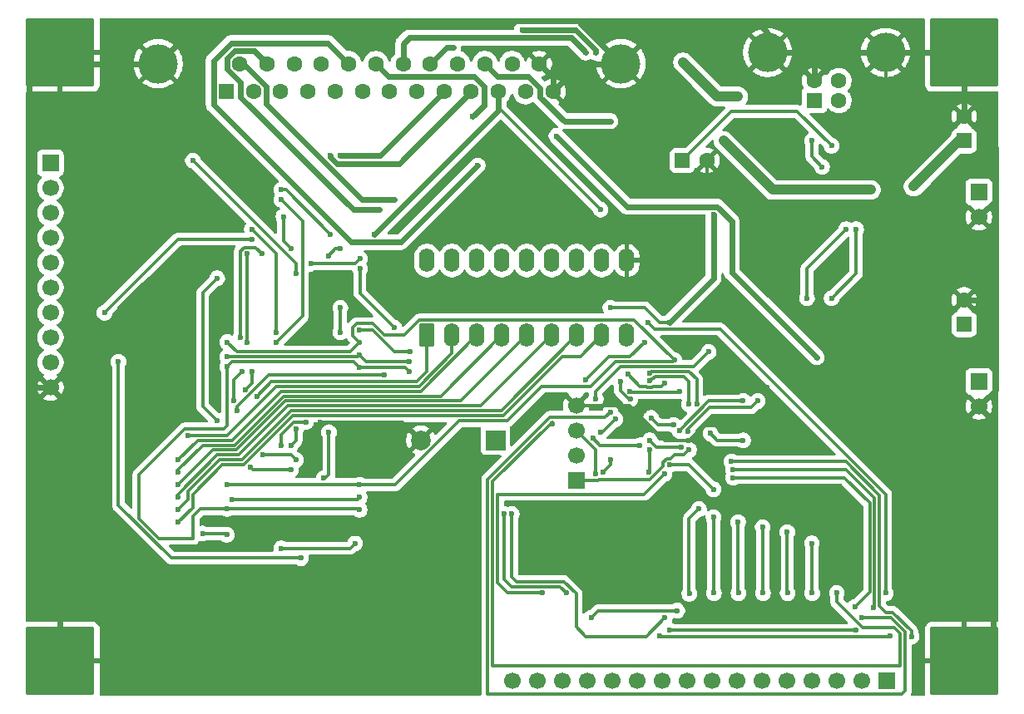
<source format=gbr>
%TF.GenerationSoftware,KiCad,Pcbnew,9.0.2-2.fc42*%
%TF.CreationDate,2025-06-06T11:43:53+08:00*%
%TF.ProjectId,wired_console_k9ay,77697265-645f-4636-9f6e-736f6c655f6b,rev?*%
%TF.SameCoordinates,Original*%
%TF.FileFunction,Copper,L2,Bot*%
%TF.FilePolarity,Positive*%
%FSLAX46Y46*%
G04 Gerber Fmt 4.6, Leading zero omitted, Abs format (unit mm)*
G04 Created by KiCad (PCBNEW 9.0.2-2.fc42) date 2025-06-06 11:43:53*
%MOMM*%
%LPD*%
G01*
G04 APERTURE LIST*
G04 Aperture macros list*
%AMRoundRect*
0 Rectangle with rounded corners*
0 $1 Rounding radius*
0 $2 $3 $4 $5 $6 $7 $8 $9 X,Y pos of 4 corners*
0 Add a 4 corners polygon primitive as box body*
4,1,4,$2,$3,$4,$5,$6,$7,$8,$9,$2,$3,0*
0 Add four circle primitives for the rounded corners*
1,1,$1+$1,$2,$3*
1,1,$1+$1,$4,$5*
1,1,$1+$1,$6,$7*
1,1,$1+$1,$8,$9*
0 Add four rect primitives between the rounded corners*
20,1,$1+$1,$2,$3,$4,$5,0*
20,1,$1+$1,$4,$5,$6,$7,0*
20,1,$1+$1,$6,$7,$8,$9,0*
20,1,$1+$1,$8,$9,$2,$3,0*%
G04 Aperture macros list end*
%TA.AperFunction,ComponentPad*%
%ADD10RoundRect,0.249998X-3.250002X-3.250002X3.250002X-3.250002X3.250002X3.250002X-3.250002X3.250002X0*%
%TD*%
%TA.AperFunction,ComponentPad*%
%ADD11RoundRect,0.250000X0.550000X-0.950000X0.550000X0.950000X-0.550000X0.950000X-0.550000X-0.950000X0*%
%TD*%
%TA.AperFunction,ComponentPad*%
%ADD12O,1.600000X2.400000*%
%TD*%
%TA.AperFunction,ComponentPad*%
%ADD13R,1.600000X1.600000*%
%TD*%
%TA.AperFunction,ComponentPad*%
%ADD14C,1.600000*%
%TD*%
%TA.AperFunction,ComponentPad*%
%ADD15C,4.000000*%
%TD*%
%TA.AperFunction,ComponentPad*%
%ADD16R,1.700000X1.700000*%
%TD*%
%TA.AperFunction,ComponentPad*%
%ADD17C,1.700000*%
%TD*%
%TA.AperFunction,ComponentPad*%
%ADD18RoundRect,0.250000X-0.550000X-0.550000X0.550000X-0.550000X0.550000X0.550000X-0.550000X0.550000X0*%
%TD*%
%TA.AperFunction,ComponentPad*%
%ADD19RoundRect,0.250000X0.550000X-0.550000X0.550000X0.550000X-0.550000X0.550000X-0.550000X-0.550000X0*%
%TD*%
%TA.AperFunction,ComponentPad*%
%ADD20R,2.000000X2.000000*%
%TD*%
%TA.AperFunction,ComponentPad*%
%ADD21C,2.000000*%
%TD*%
%TA.AperFunction,ViaPad*%
%ADD22C,0.600000*%
%TD*%
%TA.AperFunction,Conductor*%
%ADD23C,0.300000*%
%TD*%
%TA.AperFunction,Conductor*%
%ADD24C,0.600000*%
%TD*%
%TA.AperFunction,Conductor*%
%ADD25C,1.000000*%
%TD*%
G04 APERTURE END LIST*
D10*
%TO.P,J11,1,Pin_1*%
%TO.N,GND*%
X162500000Y-99000000D03*
%TD*%
%TO.P,J10,1,Pin_1*%
%TO.N,GND*%
X70500000Y-99000000D03*
%TD*%
%TO.P,J9,1,Pin_1*%
%TO.N,GND*%
X162500000Y-37000000D03*
%TD*%
%TO.P,J8,1,Pin_1*%
%TO.N,GND*%
X70500000Y-37000000D03*
%TD*%
D11*
%TO.P,U10,1,I1*%
%TO.N,Net-(U10-I1)*%
X107840000Y-65810000D03*
D12*
%TO.P,U10,2,I2*%
%TO.N,Net-(U10-I2)*%
X110380000Y-65810000D03*
%TO.P,U10,3,I3*%
%TO.N,Net-(U10-I3)*%
X112920000Y-65810000D03*
%TO.P,U10,4,I4*%
%TO.N,Net-(U10-I4)*%
X115460000Y-65810000D03*
%TO.P,U10,5,I5*%
%TO.N,Net-(U10-I5)*%
X118000000Y-65810000D03*
%TO.P,U10,6,I6*%
%TO.N,Net-(U10-I6)*%
X120540000Y-65810000D03*
%TO.P,U10,7,I7*%
%TO.N,Net-(U10-I7)*%
X123080000Y-65810000D03*
%TO.P,U10,8,I8*%
%TO.N,Net-(U10-I8)*%
X125620000Y-65810000D03*
%TO.P,U10,9,VCC*%
%TO.N,12V*%
X128160000Y-65810000D03*
%TO.P,U10,10,GND*%
%TO.N,GND*%
X128160000Y-58190000D03*
%TO.P,U10,11,O8*%
%TO.N,Net-(U10-O8)*%
X125620000Y-58190000D03*
%TO.P,U10,12,O7*%
%TO.N,Net-(U10-O7)*%
X123080000Y-58190000D03*
%TO.P,U10,13,O6*%
%TO.N,Net-(U10-O6)*%
X120540000Y-58190000D03*
%TO.P,U10,14,O5*%
%TO.N,Net-(U10-O5)*%
X118000000Y-58190000D03*
%TO.P,U10,15,O4*%
%TO.N,Net-(U10-O4)*%
X115460000Y-58190000D03*
%TO.P,U10,16,O3*%
%TO.N,Net-(U10-O3)*%
X112920000Y-58190000D03*
%TO.P,U10,17,O2*%
%TO.N,Net-(U10-O2)*%
X110380000Y-58190000D03*
%TO.P,U10,18,O1*%
%TO.N,Net-(U10-O1)*%
X107840000Y-58190000D03*
%TD*%
D13*
%TO.P,J7,1,VBUS*%
%TO.N,Net-(D2-A)*%
X147250000Y-41860000D03*
D14*
%TO.P,J7,2,D-*%
%TO.N,Net-(J7-D-)*%
X149750000Y-41860000D03*
%TO.P,J7,3,D+*%
%TO.N,Net-(J7-D+)*%
X149750000Y-39860000D03*
%TO.P,J7,4,GND*%
%TO.N,GND*%
X147250000Y-39860000D03*
D15*
%TO.P,J7,5,Shield*%
X142500000Y-37000000D03*
X154500000Y-37000000D03*
%TD*%
%TO.P,J6,0,PAD*%
%TO.N,GND*%
X127565000Y-38140000D03*
X80465000Y-38140000D03*
D13*
%TO.P,J6,1,1*%
%TO.N,K1*%
X87395000Y-40980000D03*
D14*
%TO.P,J6,2,2*%
%TO.N,K2*%
X90165000Y-40980000D03*
%TO.P,J6,3,3*%
%TO.N,K3*%
X92935000Y-40980000D03*
%TO.P,J6,4,4*%
%TO.N,K4*%
X95705000Y-40980000D03*
%TO.P,J6,5,5*%
%TO.N,300*%
X98475000Y-40980000D03*
%TO.P,J6,6,6*%
%TO.N,390*%
X101245000Y-40980000D03*
%TO.P,J6,7,7*%
%TO.N,430*%
X104015000Y-40980000D03*
%TO.P,J6,8,8*%
%TO.N,470*%
X106785000Y-40980000D03*
%TO.P,J6,9,9*%
%TO.N,510*%
X109555000Y-40980000D03*
%TO.P,J6,10,10*%
%TO.N,560*%
X112325000Y-40980000D03*
%TO.P,J6,11,11*%
%TO.N,PA_ON*%
X115095000Y-40980000D03*
%TO.P,J6,12,12*%
%TO.N,12V*%
X117865000Y-40980000D03*
%TO.P,J6,13,13*%
%TO.N,GND*%
X120635000Y-40980000D03*
%TO.P,J6,14,P14*%
%TO.N,OUT1*%
X88780000Y-38140000D03*
%TO.P,J6,15,P15*%
%TO.N,OUT2*%
X91550000Y-38140000D03*
%TO.P,J6,16,P16*%
%TO.N,OUT3*%
X94320000Y-38140000D03*
%TO.P,J6,17,P17*%
%TO.N,OUT4*%
X97090000Y-38140000D03*
%TO.P,J6,18,P18*%
%TO.N,OUT5*%
X99860000Y-38140000D03*
%TO.P,J6,19,P19*%
%TO.N,OUT6*%
X102630000Y-38140000D03*
%TO.P,J6,20,P20*%
%TO.N,OUT7*%
X105400000Y-38140000D03*
%TO.P,J6,21,P21*%
%TO.N,OUT8*%
X108170000Y-38140000D03*
%TO.P,J6,22,P22*%
%TO.N,TX_GND*%
X110940000Y-38140000D03*
%TO.P,J6,23,P23*%
%TO.N,~{PA_ON}*%
X113710000Y-38140000D03*
%TO.P,J6,24,P24*%
%TO.N,12V*%
X116480000Y-38140000D03*
%TO.P,J6,25,P25*%
%TO.N,GND*%
X119250000Y-38140000D03*
%TD*%
D16*
%TO.P,J5,1,Pin_1*%
%TO.N,Net-(J5-Pin_1)*%
X69500000Y-48260000D03*
D17*
%TO.P,J5,2,Pin_2*%
%TO.N,Net-(J5-Pin_2)*%
X69500000Y-50800000D03*
%TO.P,J5,3,Pin_3*%
%TO.N,Net-(J5-Pin_3)*%
X69500000Y-53340000D03*
%TO.P,J5,4,Pin_4*%
%TO.N,Net-(J5-Pin_4)*%
X69500000Y-55880000D03*
%TO.P,J5,5,Pin_5*%
%TO.N,Net-(J5-Pin_5)*%
X69500000Y-58420000D03*
%TO.P,J5,6,Pin_6*%
%TO.N,Net-(J5-Pin_6)*%
X69500000Y-60960000D03*
%TO.P,J5,7,Pin_7*%
%TO.N,Net-(J5-Pin_7)*%
X69500000Y-63500000D03*
%TO.P,J5,8,Pin_8*%
%TO.N,Net-(J5-Pin_8)*%
X69500000Y-66040000D03*
%TO.P,J5,9,Pin_9*%
%TO.N,Net-(J5-Pin_9)*%
X69500000Y-68580000D03*
%TO.P,J5,10,Pin_10*%
%TO.N,GND*%
X69500000Y-71120000D03*
%TD*%
D16*
%TO.P,J4,1,Pin_1*%
%TO.N,Net-(D1-A)*%
X164000000Y-51225000D03*
D17*
%TO.P,J4,2,Pin_2*%
%TO.N,GND*%
X164000000Y-53765000D03*
%TD*%
D16*
%TO.P,J3,1,Pin_1*%
%TO.N,Net-(D3-K)*%
X164000000Y-70500000D03*
D17*
%TO.P,J3,2,Pin_2*%
%TO.N,GND*%
X164000000Y-73040000D03*
%TD*%
D16*
%TO.P,J2,1,Pin_1*%
%TO.N,3.3V*%
X123000000Y-80580000D03*
D17*
%TO.P,J2,2,Pin_2*%
%TO.N,SWDIO*%
X123000000Y-78040000D03*
%TO.P,J2,3,Pin_3*%
%TO.N,SWCLK*%
X123000000Y-75500000D03*
%TO.P,J2,4,Pin_4*%
%TO.N,GND*%
X123000000Y-72960000D03*
%TD*%
D18*
%TO.P,C36,1*%
%TO.N,5V*%
X133794888Y-48000000D03*
D14*
%TO.P,C36,2*%
%TO.N,GND*%
X136294888Y-48000000D03*
%TD*%
D19*
%TO.P,C27,1*%
%TO.N,3.3V*%
X162500000Y-64705113D03*
D14*
%TO.P,C27,2*%
%TO.N,GND*%
X162500000Y-62205113D03*
%TD*%
D19*
%TO.P,C18,1*%
%TO.N,12V*%
X162500000Y-46000000D03*
D14*
%TO.P,C18,2*%
%TO.N,GND*%
X162500000Y-43500000D03*
%TD*%
D20*
%TO.P,BZ1,1,+*%
%TO.N,Net-(BZ1-+)*%
X114800000Y-76500000D03*
D21*
%TO.P,BZ1,2,-*%
%TO.N,GND*%
X107200000Y-76500000D03*
%TD*%
D16*
%TO.P,J1,1,Pin_1*%
%TO.N,Net-(J1-Pin_1)*%
X154580000Y-101000000D03*
D17*
%TO.P,J1,2,Pin_2*%
%TO.N,Net-(J1-Pin_2)*%
X152040000Y-101000000D03*
%TO.P,J1,3,Pin_3*%
%TO.N,Net-(J1-Pin_3)*%
X149500000Y-101000000D03*
%TO.P,J1,4,Pin_4*%
%TO.N,Net-(J1-Pin_4)*%
X146960000Y-101000000D03*
%TO.P,J1,5,Pin_5*%
%TO.N,Net-(J1-Pin_5)*%
X144420000Y-101000000D03*
%TO.P,J1,6,Pin_6*%
%TO.N,Net-(J1-Pin_6)*%
X141880000Y-101000000D03*
%TO.P,J1,7,Pin_7*%
%TO.N,Net-(J1-Pin_7)*%
X139340000Y-101000000D03*
%TO.P,J1,8,Pin_8*%
%TO.N,Net-(J1-Pin_8)*%
X136800000Y-101000000D03*
%TO.P,J1,9,Pin_9*%
%TO.N,Net-(J1-Pin_9)*%
X134260000Y-101000000D03*
%TO.P,J1,10,Pin_10*%
%TO.N,Net-(J1-Pin_10)*%
X131720000Y-101000000D03*
%TO.P,J1,11,Pin_11*%
%TO.N,Net-(J1-Pin_11)*%
X129180000Y-101000000D03*
%TO.P,J1,12,Pin_12*%
%TO.N,Net-(J1-Pin_12)*%
X126640000Y-101000000D03*
%TO.P,J1,13,Pin_13*%
%TO.N,Net-(J1-Pin_13)*%
X124100000Y-101000000D03*
%TO.P,J1,14,Pin_14*%
%TO.N,Net-(J1-Pin_14)*%
X121560000Y-101000000D03*
%TO.P,J1,15,Pin_15*%
%TO.N,Net-(J1-Pin_15)*%
X119020000Y-101000000D03*
%TO.P,J1,16,Pin_16*%
%TO.N,GND*%
X116480000Y-101000000D03*
%TD*%
D22*
%TO.N,BTN_PA*%
X134540000Y-92125000D03*
X135500000Y-83500000D03*
%TO.N,BTN_NW*%
X137000000Y-84350000D03*
X137040000Y-92062500D03*
%TO.N,BTN_W*%
X139500000Y-84850000D03*
X139540000Y-92062500D03*
%TO.N,BTN_SW*%
X142000000Y-85350000D03*
X142040000Y-92062500D03*
%TO.N,BTN_S*%
X144500000Y-85850000D03*
X144540000Y-92062500D03*
%TO.N,BTN_SE*%
X147040000Y-92062500D03*
X147000000Y-87000000D03*
%TO.N,BTN_470*%
X139000000Y-80300003D03*
X133290000Y-93847914D03*
X124540000Y-94575000D03*
X151390000Y-93475000D03*
%TO.N,BTN_390*%
X151500000Y-95850000D03*
X153263948Y-93567357D03*
X139000000Y-79500000D03*
X132500000Y-95850000D03*
%TO.N,BTN_430*%
X157150000Y-96500000D03*
X154975442Y-96400000D03*
X138822814Y-78677186D03*
X131513711Y-96437500D03*
%TO.N,BTN_300*%
X116450003Y-84000000D03*
X125790380Y-79709620D03*
X132040000Y-94575000D03*
X126500000Y-78500000D03*
%TO.N,BTN_510*%
X122040000Y-92062500D03*
X115650000Y-84000000D03*
X129515323Y-77003344D03*
X130650000Y-74230762D03*
X132934313Y-74934313D03*
X124709620Y-76290380D03*
%TO.N,BTN_560*%
X132013686Y-79925000D03*
X130365380Y-79715380D03*
X119540000Y-92062500D03*
X130500000Y-77500000D03*
%TO.N,BTN_E*%
X125500000Y-75650000D03*
X127000000Y-74350000D03*
X120577380Y-74841860D03*
X149540000Y-92062500D03*
%TO.N,BTN_NE*%
X152040000Y-94537500D03*
X126500000Y-73610000D03*
%TO.N,BTN_N*%
X124000000Y-70350000D03*
X127500000Y-70500000D03*
X128516309Y-72312443D03*
X130000000Y-66500000D03*
X130350000Y-64500000D03*
X154540000Y-92062500D03*
%TO.N,Net-(BZ1-+)*%
X133500000Y-71500000D03*
X128500000Y-71500000D03*
%TO.N,GND*%
X98000000Y-64000000D03*
X97025000Y-60000000D03*
X103000000Y-84000000D03*
X96025000Y-86120000D03*
%TO.N,PA_ON_3V*%
X95000000Y-88500000D03*
X76425000Y-68500000D03*
%TO.N,Net-(U6-QE)*%
X97340777Y-80350000D03*
X97850000Y-75692372D03*
X99000000Y-63000000D03*
X97790380Y-57709620D03*
X99000000Y-65500000D03*
X99000000Y-57000000D03*
%TO.N,Net-(U6-QD)*%
X94000000Y-79500000D03*
X89850001Y-79277758D03*
X88850000Y-66000000D03*
X88150000Y-72500000D03*
X89000000Y-69500000D03*
X94000000Y-57000000D03*
X93209620Y-53709620D03*
X91000000Y-57500000D03*
%TO.N,Net-(U6-QC)*%
X90000000Y-69500000D03*
X91150000Y-78000000D03*
X89500000Y-66500000D03*
X89331054Y-71331054D03*
X94500000Y-78500000D03*
X89500000Y-57500000D03*
%TO.N,Net-(U6-QB)*%
X94000000Y-77000000D03*
X94500000Y-75350000D03*
X92500000Y-66500000D03*
X93000000Y-52000000D03*
%TO.N,Net-(U6-QF)*%
X93000000Y-77000000D03*
X92500000Y-65500000D03*
X90000000Y-55000000D03*
X95500000Y-74656000D03*
%TO.N,GND*%
X137575000Y-69500000D03*
X140562500Y-74975000D03*
%TO.N,Net-(U6-QA)*%
X93000000Y-51000000D03*
X98000000Y-55500000D03*
X101000000Y-59000000D03*
X104500000Y-65000000D03*
%TO.N,GND*%
X97000000Y-74656000D03*
%TO.N,5V*%
X88500000Y-73500000D03*
X103500000Y-69847999D03*
%TO.N,SRCLK*%
X128250000Y-69750000D03*
X132000000Y-70651000D03*
X106000000Y-69500000D03*
%TO.N,RCLK*%
X106000000Y-68500000D03*
X130500000Y-70450003D03*
X134478201Y-72825620D03*
%TO.N,SER*%
X135277880Y-72802880D03*
X130500000Y-69650000D03*
X100950000Y-65270000D03*
X106150000Y-67500000D03*
%TO.N,Net-(U10-I8)*%
X82500000Y-84850000D03*
%TO.N,Net-(U10-I7)*%
X82500000Y-83580000D03*
%TO.N,Net-(U10-I6)*%
X82500000Y-82310000D03*
%TO.N,Net-(U10-I5)*%
X82500000Y-81040000D03*
%TO.N,Net-(U10-I4)*%
X82500000Y-79770000D03*
%TO.N,Net-(U10-I3)*%
X82500000Y-78500000D03*
%TO.N,Net-(U10-I2)*%
X83500000Y-76000000D03*
%TO.N,Net-(U10-I1)*%
X90500000Y-72000000D03*
%TO.N,5V*%
X86450000Y-74500000D03*
X86475000Y-60000000D03*
%TO.N,GND*%
X83525000Y-60000000D03*
%TO.N,PA_ON_3V*%
X90000000Y-56000000D03*
X75000000Y-63500000D03*
%TO.N,TX_GND_3V*%
X125000000Y-72310000D03*
X136500000Y-67500000D03*
%TO.N,TX_GND*%
X121000000Y-45500000D03*
X147500000Y-68062500D03*
%TO.N,PA_ON*%
X125500000Y-53000000D03*
%TO.N,OUT8*%
X117500000Y-34700000D03*
X110500000Y-36500000D03*
X125000000Y-37000000D03*
%TO.N,OUT7*%
X124000000Y-37000000D03*
%TO.N,OUT6*%
X112500000Y-43500000D03*
%TO.N,OUT5*%
X113000000Y-48500000D03*
%TO.N,OUT2*%
X103000000Y-53000000D03*
%TO.N,OUT1*%
X104500000Y-52000000D03*
%TO.N,~{PA_ON}*%
X126500000Y-44000000D03*
%TO.N,PA_ON*%
X102500000Y-55500000D03*
%TO.N,560*%
X98000000Y-47500000D03*
%TO.N,510*%
X99000000Y-47500000D03*
%TO.N,5V*%
X126500000Y-63000000D03*
%TO.N,Net-(U5-QA)*%
X94500000Y-59500000D03*
X84000000Y-48000000D03*
%TO.N,Net-(U11-SER)*%
X85000000Y-86000000D03*
X87450000Y-86120000D03*
%TO.N,Net-(U6-QH')*%
X100500000Y-87000000D03*
X93000000Y-87500000D03*
%TO.N,OE*%
X87500000Y-81000000D03*
X100975000Y-81040000D03*
%TO.N,RCLK*%
X88000000Y-82500000D03*
X100975000Y-82310000D03*
%TO.N,SRCLK*%
X87500000Y-83500000D03*
X100975000Y-83580000D03*
%TO.N,12V*%
X101000000Y-58000000D03*
X96000000Y-58500000D03*
%TO.N,SRCLK*%
X87500000Y-69000000D03*
X100950000Y-69080000D03*
%TO.N,OE*%
X87500000Y-66500000D03*
X100950000Y-66540000D03*
%TO.N,RCLK*%
X87500000Y-68000000D03*
X100950000Y-67810000D03*
%TO.N,12V*%
X138000000Y-46000000D03*
X153000000Y-51000000D03*
X139500000Y-41500000D03*
X133875000Y-38000000D03*
%TO.N,PTT_IN*%
X133669239Y-77169239D03*
X137000000Y-81500000D03*
X130500000Y-76500000D03*
X132500000Y-79000000D03*
%TO.N,TXD*%
X134359621Y-75559618D03*
X141500000Y-72500000D03*
%TO.N,RXD*%
X133500000Y-75500000D03*
X140000000Y-72500000D03*
%TO.N,Net-(U1-NRST)*%
X140000000Y-76500000D03*
X136675000Y-75800000D03*
%TO.N,Net-(U3-RXD)*%
X150500000Y-55000000D03*
X146500000Y-62037500D03*
%TO.N,Net-(U3-TXD)*%
X151500000Y-55000000D03*
X149000000Y-62037500D03*
%TO.N,Net-(J7-D+)*%
X147000000Y-46000000D03*
X148050000Y-48637500D03*
%TO.N,GND*%
X149000000Y-49000000D03*
%TO.N,5V*%
X149000000Y-46500000D03*
%TO.N,GND*%
X139000000Y-52000000D03*
X131500000Y-58000000D03*
%TO.N,SWCLK*%
X125000000Y-79930000D03*
%TO.N,GND*%
X134500000Y-76500000D03*
%TO.N,3.3V*%
X134500000Y-77500000D03*
%TO.N,5V*%
X137000000Y-53500000D03*
X132500000Y-64500000D03*
%TO.N,12V*%
X157350000Y-50650000D03*
%TO.N,OE*%
X133000000Y-68350000D03*
%TD*%
D23*
%TO.N,BTN_PA*%
X135500000Y-83500000D02*
X134500000Y-84500000D01*
X134500000Y-84500000D02*
X134500000Y-92085000D01*
X134500000Y-92085000D02*
X134540000Y-92125000D01*
%TO.N,BTN_NW*%
X137000000Y-84350000D02*
X137000000Y-92022500D01*
X137000000Y-92022500D02*
X137040000Y-92062500D01*
%TO.N,BTN_W*%
X139500000Y-92022500D02*
X139540000Y-92062500D01*
X139500000Y-84850000D02*
X139500000Y-92022500D01*
%TO.N,BTN_SW*%
X142000000Y-85350000D02*
X142000000Y-92022500D01*
X142000000Y-92022500D02*
X142040000Y-92062500D01*
%TO.N,BTN_S*%
X144500000Y-92022500D02*
X144540000Y-92062500D01*
X144500000Y-85850000D02*
X144500000Y-92022500D01*
%TO.N,BTN_SE*%
X147000000Y-87000000D02*
X147000000Y-92022500D01*
X147000000Y-92022500D02*
X147040000Y-92062500D01*
%TO.N,BTN_470*%
X133290000Y-93847914D02*
X125267086Y-93847914D01*
X152887000Y-83000000D02*
X152887000Y-91978000D01*
X152887000Y-91978000D02*
X151390000Y-93475000D01*
X152887000Y-82887000D02*
X152887000Y-83000000D01*
X139000000Y-80300003D02*
X150300003Y-80300003D01*
X150300003Y-80300003D02*
X152887000Y-82887000D01*
X125267086Y-93847914D02*
X124540000Y-94575000D01*
%TO.N,BTN_390*%
X153388000Y-82388000D02*
X153388000Y-84000000D01*
X153388000Y-93443305D02*
X153263948Y-93567357D01*
X153388000Y-84000000D02*
X153388000Y-93443305D01*
X139000000Y-79500000D02*
X150500000Y-79500000D01*
X150500000Y-79500000D02*
X153388000Y-82388000D01*
X151500000Y-95850000D02*
X132500000Y-95850000D01*
%TO.N,BTN_430*%
X138822814Y-78677186D02*
X150468666Y-78677186D01*
X153895740Y-82104260D02*
X153889000Y-82111000D01*
X150468666Y-78677186D02*
X153895740Y-82104260D01*
X153889000Y-82111000D02*
X153889000Y-93389000D01*
X155245020Y-94036500D02*
X157150000Y-95941480D01*
X153889000Y-93389000D02*
X154536500Y-94036500D01*
X154536500Y-94036500D02*
X155245020Y-94036500D01*
X157150000Y-95941480D02*
X157150000Y-96500000D01*
X154875442Y-96500000D02*
X131576211Y-96500000D01*
X131576211Y-96500000D02*
X131513711Y-96437500D01*
X154975442Y-96400000D02*
X154875442Y-96500000D01*
%TO.N,BTN_300*%
X126500000Y-79000000D02*
X125790380Y-79709620D01*
X123000000Y-95500000D02*
X124000000Y-96500000D01*
X126500000Y-78500000D02*
X126500000Y-79000000D01*
X124000000Y-96500000D02*
X130115000Y-96500000D01*
X116450003Y-84000000D02*
X116450003Y-90450003D01*
X116450003Y-90450003D02*
X116910500Y-90910500D01*
X116910500Y-90910500D02*
X121808654Y-90910500D01*
X121808654Y-90910500D02*
X123000000Y-92101846D01*
X123000000Y-92101846D02*
X123000000Y-95500000D01*
X130115000Y-96500000D02*
X132040000Y-94575000D01*
%TO.N,3.3V*%
X123000000Y-80580000D02*
X122999000Y-80581000D01*
X122999000Y-80581000D02*
X125269654Y-80581000D01*
X132230346Y-78349000D02*
X132651000Y-78349000D01*
X125269654Y-80581000D02*
X125350654Y-80500000D01*
X125350654Y-80500000D02*
X130500000Y-80500000D01*
X131849000Y-78730346D02*
X132230346Y-78349000D01*
X130500000Y-80500000D02*
X131849000Y-79151000D01*
X132651000Y-78349000D02*
X133000000Y-78000000D01*
X133000000Y-78000000D02*
X134000000Y-78000000D01*
X131849000Y-79151000D02*
X131849000Y-78730346D01*
X134000000Y-78000000D02*
X134500000Y-77500000D01*
%TO.N,BTN_510*%
X115650000Y-84000000D02*
X115650000Y-90648000D01*
X116411500Y-91411500D02*
X121389000Y-91411500D01*
X115650000Y-90648000D02*
X116000000Y-90998000D01*
X116000000Y-90998000D02*
X116000000Y-91000000D01*
X116000000Y-91000000D02*
X116411500Y-91411500D01*
X121389000Y-91411500D02*
X122040000Y-92062500D01*
X132934313Y-74934313D02*
X131353551Y-74934313D01*
X125422584Y-77003344D02*
X124709620Y-76290380D01*
X129515323Y-77003344D02*
X125422584Y-77003344D01*
X131353551Y-74934313D02*
X130650000Y-74230762D01*
%TO.N,BTN_560*%
X130500000Y-79580760D02*
X130365380Y-79715380D01*
X129938686Y-82000000D02*
X115000000Y-82000000D01*
X130500000Y-77500000D02*
X130500000Y-79580760D01*
X115000000Y-82000000D02*
X115000000Y-91000000D01*
X132013686Y-79925000D02*
X129938686Y-82000000D01*
X115000000Y-91000000D02*
X116000000Y-92000000D01*
X116000000Y-92000000D02*
X119477500Y-92000000D01*
X119477500Y-92000000D02*
X119540000Y-92062500D01*
%TO.N,BTN_E*%
X149540000Y-92062500D02*
X149540000Y-92958154D01*
X149540000Y-92958154D02*
X152186106Y-95604260D01*
X152186106Y-95604260D02*
X155395740Y-95604260D01*
X120546520Y-74662000D02*
X120577380Y-74692860D01*
X155395740Y-95604260D02*
X155999000Y-96207520D01*
X155999000Y-96207520D02*
X155999000Y-99500000D01*
X155999000Y-99500000D02*
X114500000Y-99500000D01*
X114500000Y-99500000D02*
X114500000Y-80708520D01*
X114500000Y-80708520D02*
X120546520Y-74662000D01*
X120577380Y-74692860D02*
X120577380Y-74841860D01*
%TO.N,BTN_NE*%
X126500000Y-73610000D02*
X125949000Y-74161000D01*
X125949000Y-74161000D02*
X120339000Y-74161000D01*
X120339000Y-74161000D02*
X114000000Y-80500000D01*
X114000000Y-80500000D02*
X114000000Y-102349000D01*
X155037500Y-94537500D02*
X152040000Y-94537500D01*
X114000000Y-102349000D02*
X156151000Y-102349000D01*
X156151000Y-102349000D02*
X156500000Y-102000000D01*
X156500000Y-102000000D02*
X156500000Y-96000000D01*
X156500000Y-96000000D02*
X155037500Y-94537500D01*
%TO.N,BTN_E*%
X125700000Y-75650000D02*
X127000000Y-74350000D01*
X125500000Y-75650000D02*
X125700000Y-75650000D01*
%TO.N,BTN_N*%
X126351000Y-67999000D02*
X124000000Y-70350000D01*
X127500000Y-70500000D02*
X127500000Y-71420654D01*
X128501000Y-67999000D02*
X126351000Y-67999000D01*
X130000000Y-66500000D02*
X128501000Y-67999000D01*
X127500000Y-71420654D02*
X128391789Y-72312443D01*
X128391789Y-72312443D02*
X128516309Y-72312443D01*
%TO.N,OE*%
X133000000Y-68350000D02*
X132850000Y-68500000D01*
X132850000Y-68500000D02*
X127000000Y-68500000D01*
X104570603Y-81040000D02*
X100975000Y-81040000D01*
X127000000Y-68500000D02*
X124500000Y-71000000D01*
X111103603Y-74507000D02*
X104570603Y-81040000D01*
X124500000Y-71000000D02*
X119500000Y-71000000D01*
X115993000Y-74507000D02*
X111103603Y-74507000D01*
X119500000Y-71000000D02*
X115993000Y-74507000D01*
%TO.N,BTN_N*%
X154500000Y-82000000D02*
X153500000Y-81000000D01*
X154500000Y-92000000D02*
X154500000Y-82000000D01*
X154540000Y-92062500D02*
X154540000Y-92040000D01*
X154540000Y-92040000D02*
X154500000Y-92000000D01*
X153500000Y-81000000D02*
X137651000Y-65151000D01*
X137651000Y-65151000D02*
X131001000Y-65151000D01*
X131001000Y-65151000D02*
X130350000Y-64500000D01*
%TO.N,Net-(BZ1-+)*%
X128602003Y-71602003D02*
X133397997Y-71602003D01*
X128500000Y-71500000D02*
X128602003Y-71602003D01*
X133397997Y-71602003D02*
X133500000Y-71500000D01*
%TO.N,OE*%
X100950000Y-66540000D02*
X100299000Y-65889000D01*
X107034130Y-64259000D02*
X128909000Y-64259000D01*
X100299000Y-65889000D02*
X100299000Y-65000346D01*
X100299000Y-65000346D02*
X100680346Y-64619000D01*
X100680346Y-64619000D02*
X102327520Y-64619000D01*
X103479520Y-65771000D02*
X105522130Y-65771000D01*
X102327520Y-64619000D02*
X103479520Y-65771000D01*
X105522130Y-65771000D02*
X107034130Y-64259000D01*
X128909000Y-64259000D02*
X133000000Y-68350000D01*
%TO.N,GND*%
X98000000Y-64000000D02*
X98000000Y-60975000D01*
X98000000Y-60975000D02*
X97025000Y-60000000D01*
%TO.N,Net-(U6-QE)*%
X99000000Y-65500000D02*
X99000000Y-63000000D01*
%TO.N,GND*%
X103000000Y-84000000D02*
X100880000Y-86120000D01*
X100880000Y-86120000D02*
X96025000Y-86120000D01*
%TO.N,Net-(U6-QE)*%
X97340777Y-80350000D02*
X97500000Y-80350000D01*
X97850000Y-80000000D02*
X97850000Y-75692372D01*
X97500000Y-80350000D02*
X97850000Y-80000000D01*
%TO.N,PA_ON_3V*%
X95000000Y-88500000D02*
X81791480Y-88500000D01*
X81791480Y-88500000D02*
X76425000Y-83133520D01*
X76425000Y-83133520D02*
X76425000Y-68500000D01*
%TO.N,Net-(U6-QE)*%
X98500000Y-57000000D02*
X97790380Y-57709620D01*
X99000000Y-57000000D02*
X98500000Y-57000000D01*
%TO.N,Net-(U6-QD)*%
X90072243Y-79500000D02*
X94000000Y-79500000D01*
X89850001Y-79277758D02*
X90072243Y-79500000D01*
X89000000Y-69500000D02*
X88150000Y-70350000D01*
X91000000Y-57500000D02*
X90349000Y-56849000D01*
X89230346Y-56849000D02*
X88850000Y-57229346D01*
X93209620Y-56209620D02*
X94000000Y-57000000D01*
X90349000Y-56849000D02*
X89230346Y-56849000D01*
X88850000Y-57229346D02*
X88850000Y-66000000D01*
X88150000Y-70350000D02*
X88150000Y-72500000D01*
X93209620Y-53709620D02*
X93209620Y-56209620D01*
%TO.N,Net-(U6-QC)*%
X94000000Y-78000000D02*
X94500000Y-78500000D01*
X89500000Y-57500000D02*
X89500000Y-66500000D01*
X91150000Y-78000000D02*
X94000000Y-78000000D01*
X90000000Y-70662108D02*
X89331054Y-71331054D01*
X90000000Y-69500000D02*
X90000000Y-70662108D01*
%TO.N,Net-(U6-QB)*%
X94500000Y-76500000D02*
X94000000Y-77000000D01*
X94500000Y-75350000D02*
X94500000Y-76500000D01*
%TO.N,Net-(U6-QF)*%
X95500000Y-74656000D02*
X94261040Y-74656000D01*
X94261040Y-74656000D02*
X93000000Y-75917040D01*
X93000000Y-75917040D02*
X93000000Y-77000000D01*
%TO.N,Net-(U6-QB)*%
X93000000Y-52000000D02*
X95151000Y-54151000D01*
X95151000Y-54151000D02*
X95151000Y-63849000D01*
X95151000Y-63849000D02*
X92500000Y-66500000D01*
%TO.N,SRCLK*%
X87500000Y-69000000D02*
X87999000Y-68501000D01*
X100371000Y-68501000D02*
X100950000Y-69080000D01*
X87999000Y-68501000D02*
X100371000Y-68501000D01*
%TO.N,OE*%
X87500000Y-66500000D02*
X88500000Y-67500000D01*
X88500000Y-67500000D02*
X99990000Y-67500000D01*
X99990000Y-67500000D02*
X100950000Y-66540000D01*
%TO.N,Net-(U6-QF)*%
X92500000Y-57500000D02*
X90000000Y-55000000D01*
X92500000Y-65500000D02*
X92500000Y-57500000D01*
%TO.N,GND*%
X140562500Y-74975000D02*
X136025000Y-74975000D01*
X136025000Y-74975000D02*
X134500000Y-76500000D01*
X142500000Y-73037500D02*
X142500000Y-71000000D01*
X140562500Y-74975000D02*
X142500000Y-73037500D01*
X142500000Y-71000000D02*
X139075000Y-71000000D01*
X139075000Y-71000000D02*
X137575000Y-69500000D01*
%TO.N,Net-(U6-QA)*%
X101000000Y-61500000D02*
X101000000Y-59000000D01*
X98000000Y-55500000D02*
X93500000Y-51000000D01*
X104500000Y-65000000D02*
X101000000Y-61500000D01*
X93500000Y-51000000D02*
X93000000Y-51000000D01*
%TO.N,5V*%
X103500000Y-69847999D02*
X103498999Y-69849000D01*
X103498999Y-69849000D02*
X91732348Y-69849000D01*
X91732348Y-69849000D02*
X88500000Y-73081348D01*
X88500000Y-73081348D02*
X88500000Y-73500000D01*
%TO.N,SER*%
X100950000Y-65270000D02*
X102270000Y-65270000D01*
X102270000Y-65270000D02*
X104500000Y-67500000D01*
X104500000Y-67500000D02*
X106150000Y-67500000D01*
%TO.N,RCLK*%
X131069654Y-70001000D02*
X134001000Y-70001000D01*
X134001000Y-70001000D02*
X134500000Y-70500000D01*
X130769654Y-70301000D02*
X131069654Y-70001000D01*
X130500000Y-70450003D02*
X130649003Y-70301000D01*
X134500000Y-70500000D02*
X134500000Y-72803821D01*
X130649003Y-70301000D02*
X130769654Y-70301000D01*
X134500000Y-72803821D02*
X134478201Y-72825620D01*
%TO.N,SRCLK*%
X132000000Y-70651000D02*
X131651000Y-71000000D01*
X131651000Y-71000000D02*
X130870657Y-71000000D01*
X130129343Y-71000000D02*
X129500000Y-71000000D01*
X130870657Y-71000000D02*
X130769654Y-71101003D01*
X130769654Y-71101003D02*
X130230346Y-71101003D01*
X130230346Y-71101003D02*
X130129343Y-71000000D01*
X129500000Y-71000000D02*
X128250000Y-69750000D01*
%TO.N,GND*%
X97000000Y-74656000D02*
X105356000Y-74656000D01*
X105356000Y-74656000D02*
X107200000Y-76500000D01*
%TO.N,SRCLK*%
X87151000Y-75349000D02*
X87500000Y-75000000D01*
X83151000Y-75349000D02*
X87151000Y-75349000D01*
X78500000Y-80000000D02*
X83151000Y-75349000D01*
X78500000Y-84500000D02*
X78500000Y-80000000D01*
X84000000Y-84270654D02*
X84000000Y-86500000D01*
X84000000Y-86500000D02*
X80500000Y-86500000D01*
X84770654Y-83500000D02*
X84000000Y-84270654D01*
X87500000Y-83500000D02*
X84770654Y-83500000D01*
X80500000Y-86500000D02*
X78500000Y-84500000D01*
X87500000Y-75000000D02*
X87500000Y-69000000D01*
%TO.N,SER*%
X130500000Y-69650000D02*
X130650000Y-69500000D01*
X130650000Y-69500000D02*
X134500000Y-69500000D01*
X134500000Y-69500000D02*
X135277880Y-70277880D01*
X135277880Y-70277880D02*
X135277880Y-72802880D01*
%TO.N,SRCLK*%
X100950000Y-69080000D02*
X105580000Y-69080000D01*
X105580000Y-69080000D02*
X106000000Y-69500000D01*
%TO.N,RCLK*%
X101640000Y-68500000D02*
X106000000Y-68500000D01*
X100950000Y-67810000D02*
X101640000Y-68500000D01*
%TO.N,Net-(U10-I1)*%
X107840000Y-65810000D02*
X107840000Y-69472960D01*
X103915041Y-70499000D02*
X103914040Y-70497999D01*
X107840000Y-69472960D02*
X106813960Y-70499000D01*
X92584958Y-70498000D02*
X92583958Y-70499000D01*
X106813960Y-70499000D02*
X103915041Y-70499000D01*
X103914040Y-70497999D02*
X92584958Y-70498000D01*
X92583958Y-70499000D02*
X92292480Y-70499000D01*
X92292480Y-70499000D02*
X92291479Y-70500000D01*
X92291479Y-70500000D02*
X92000000Y-70500000D01*
X92000000Y-70500000D02*
X90500000Y-72000000D01*
%TO.N,Net-(U10-I2)*%
X110380000Y-65810000D02*
X110380000Y-67641480D01*
X103706520Y-70999000D02*
X92792479Y-70999000D01*
X110380000Y-67641480D02*
X107021480Y-71000000D01*
X107021480Y-71000000D02*
X103707521Y-71000000D01*
X103707521Y-71000000D02*
X103706520Y-70999000D01*
X92792479Y-70999000D02*
X92791480Y-71000000D01*
X92791480Y-71000000D02*
X92500000Y-71000000D01*
X92500000Y-71000000D02*
X87501000Y-75999000D01*
X87501000Y-75999000D02*
X84292480Y-75999000D01*
X84292480Y-75999000D02*
X84291479Y-76000000D01*
X84291479Y-76000000D02*
X83500000Y-76000000D01*
%TO.N,TX_GND_3V*%
X135000000Y-69000000D02*
X136500000Y-67500000D01*
X125000000Y-72310000D02*
X125000000Y-71500000D01*
X125000000Y-71500000D02*
X127500000Y-69000000D01*
X127500000Y-69000000D02*
X135000000Y-69000000D01*
%TO.N,Net-(U10-I8)*%
X125620000Y-65810000D02*
X123430000Y-68000000D01*
X123430000Y-68000000D02*
X121598520Y-68000000D01*
X84001000Y-83349000D02*
X82500000Y-84850000D01*
X121598520Y-68000000D02*
X115592521Y-74006000D01*
X87000000Y-79002000D02*
X84002000Y-82000000D01*
X115592521Y-74006000D02*
X94202520Y-74006000D01*
X89206520Y-79002000D02*
X87000000Y-79002000D01*
X94202520Y-74006000D02*
X89206520Y-79002000D01*
X84002000Y-82000000D02*
X84001000Y-82000000D01*
X84001000Y-82000000D02*
X84001000Y-83349000D01*
%TO.N,Net-(U10-I7)*%
X123080000Y-65810000D02*
X115385000Y-73505000D01*
X83500000Y-81708520D02*
X83500000Y-82580000D01*
X115385000Y-73505000D02*
X93995000Y-73505000D01*
X86707520Y-78501000D02*
X83500000Y-81708520D01*
X83500000Y-82580000D02*
X82500000Y-83580000D01*
X93995000Y-73505000D02*
X88999000Y-78501000D01*
X88999000Y-78501000D02*
X86707520Y-78501000D01*
%TO.N,Net-(U10-I6)*%
X120540000Y-65810000D02*
X113346000Y-73004000D01*
X113346000Y-73004000D02*
X93621560Y-73004000D01*
X93621560Y-73004000D02*
X88625560Y-78000000D01*
X88625560Y-78000000D02*
X86500000Y-78000000D01*
X86500000Y-78000000D02*
X82500000Y-82000000D01*
X82500000Y-82000000D02*
X82500000Y-82310000D01*
%TO.N,Net-(U10-I5)*%
X118000000Y-65810000D02*
X111307000Y-72503000D01*
X111307000Y-72503000D02*
X93414040Y-72503000D01*
X93414040Y-72503000D02*
X88417040Y-77500000D01*
X88417040Y-77500000D02*
X86040000Y-77500000D01*
X86040000Y-77500000D02*
X82500000Y-81040000D01*
%TO.N,Net-(U10-I4)*%
X93206520Y-72002000D02*
X88208520Y-77000000D01*
X115460000Y-65810000D02*
X109268000Y-72002000D01*
X109268000Y-72002000D02*
X93206520Y-72002000D01*
X88208520Y-77000000D02*
X85000000Y-77000000D01*
X85000000Y-77000000D02*
X82500000Y-79500000D01*
X82500000Y-79500000D02*
X82500000Y-79770000D01*
%TO.N,Net-(U10-I3)*%
X107229000Y-71501000D02*
X103500000Y-71501000D01*
X112920000Y-65810000D02*
X107229000Y-71501000D01*
X103500000Y-71501000D02*
X103499000Y-71500000D01*
X103499000Y-71500000D02*
X93000000Y-71500000D01*
X93000000Y-71500000D02*
X88000000Y-76500000D01*
X88000000Y-76500000D02*
X84500000Y-76500000D01*
X84500000Y-76500000D02*
X82500000Y-78500000D01*
%TO.N,5V*%
X86475000Y-60000000D02*
X85000000Y-61475000D01*
X85000000Y-61475000D02*
X85000000Y-73050000D01*
X85000000Y-73050000D02*
X86450000Y-74500000D01*
%TO.N,GND*%
X79500000Y-60000000D02*
X76500000Y-63000000D01*
X83525000Y-60000000D02*
X79500000Y-60000000D01*
X76500000Y-63000000D02*
X76500000Y-64120000D01*
X76500000Y-64120000D02*
X69500000Y-71120000D01*
%TO.N,PA_ON_3V*%
X82500000Y-56000000D02*
X75000000Y-63500000D01*
X90000000Y-56000000D02*
X82500000Y-56000000D01*
D24*
%TO.N,TX_GND*%
X138831785Y-54199000D02*
X138831785Y-59394285D01*
X121000000Y-45500000D02*
X128199000Y-52699000D01*
X128199000Y-52699000D02*
X137331785Y-52699000D01*
X137331785Y-52699000D02*
X138831785Y-54199000D01*
X138831785Y-59394285D02*
X147500000Y-68062500D01*
D23*
%TO.N,PA_ON*%
X115095000Y-42595000D02*
X115095000Y-40980000D01*
X125500000Y-53000000D02*
X115095000Y-42595000D01*
D24*
%TO.N,OUT8*%
X125000000Y-36707786D02*
X122992214Y-34700000D01*
X125000000Y-37000000D02*
X125000000Y-36707786D01*
X122992214Y-34700000D02*
X117500000Y-34700000D01*
X109810000Y-36500000D02*
X108170000Y-38140000D01*
X110500000Y-36500000D02*
X109810000Y-36500000D01*
%TO.N,OUT7*%
X124000000Y-37000000D02*
X122500000Y-35500000D01*
X122500000Y-35500000D02*
X106000000Y-35500000D01*
X106000000Y-35500000D02*
X105400000Y-36100000D01*
X105400000Y-36100000D02*
X105400000Y-38140000D01*
%TO.N,OUT6*%
X112500000Y-43500000D02*
X113626000Y-42374000D01*
X113626000Y-40441108D02*
X112625892Y-39441000D01*
X103931000Y-39441000D02*
X102630000Y-38140000D01*
X113626000Y-42374000D02*
X113626000Y-40441108D01*
X112625892Y-39441000D02*
X103931000Y-39441000D01*
%TO.N,OUT5*%
X97758000Y-36038000D02*
X99860000Y-38140000D01*
X105199000Y-56301000D02*
X100114000Y-56301000D01*
X113000000Y-48500000D02*
X105199000Y-56301000D01*
X100114000Y-56301000D02*
X86094000Y-42281000D01*
X86094000Y-37853323D02*
X87909323Y-36038000D01*
X86094000Y-42281000D02*
X86094000Y-37853323D01*
X87909323Y-36038000D02*
X97758000Y-36038000D01*
%TO.N,OUT2*%
X87479000Y-37601108D02*
X88241108Y-36839000D01*
X100345108Y-53000000D02*
X88864000Y-41518892D01*
X103000000Y-53000000D02*
X100345108Y-53000000D01*
X88864000Y-41518892D02*
X88864000Y-40063892D01*
X87479000Y-38678892D02*
X87479000Y-37601108D01*
X90249000Y-36839000D02*
X91550000Y-38140000D01*
X88864000Y-40063892D02*
X87479000Y-38678892D01*
X88241108Y-36839000D02*
X90249000Y-36839000D01*
%TO.N,OUT1*%
X89164892Y-38140000D02*
X88780000Y-38140000D01*
X91466000Y-40441108D02*
X89164892Y-38140000D01*
X104500000Y-52000000D02*
X101234430Y-52000000D01*
X91466000Y-42231570D02*
X91466000Y-40441108D01*
X101234430Y-52000000D02*
X91466000Y-42231570D01*
%TO.N,~{PA_ON}*%
X121815108Y-44000000D02*
X126500000Y-44000000D01*
X119334000Y-41518892D02*
X121815108Y-44000000D01*
X119334000Y-40609108D02*
X119334000Y-41518892D01*
X115011000Y-39441000D02*
X118165892Y-39441000D01*
X118165892Y-39441000D02*
X119334000Y-40609108D01*
X113710000Y-38140000D02*
X115011000Y-39441000D01*
%TO.N,PA_ON*%
X102500000Y-55500000D02*
X115095000Y-42905000D01*
X115095000Y-42905000D02*
X115095000Y-40980000D01*
%TO.N,560*%
X98000000Y-47632785D02*
X98668215Y-48301000D01*
X98000000Y-47500000D02*
X98000000Y-47632785D01*
X105004000Y-48301000D02*
X112325000Y-40980000D01*
X98668215Y-48301000D02*
X105004000Y-48301000D01*
%TO.N,510*%
X99000000Y-47500000D02*
X103035000Y-47500000D01*
X103035000Y-47500000D02*
X109555000Y-40980000D01*
D23*
%TO.N,5V*%
X130000000Y-63000000D02*
X131500000Y-64500000D01*
X126500000Y-63000000D02*
X130000000Y-63000000D01*
X131500000Y-64500000D02*
X132500000Y-64500000D01*
%TO.N,Net-(U5-QA)*%
X84000000Y-48000000D02*
X94500000Y-58500000D01*
X94500000Y-58500000D02*
X94500000Y-59500000D01*
%TO.N,Net-(U11-SER)*%
X85000000Y-86000000D02*
X87330000Y-86000000D01*
X87330000Y-86000000D02*
X87450000Y-86120000D01*
%TO.N,Net-(U6-QH')*%
X93000000Y-87500000D02*
X100000000Y-87500000D01*
X100000000Y-87500000D02*
X100500000Y-87000000D01*
%TO.N,OE*%
X87500000Y-81000000D02*
X100935000Y-81000000D01*
X100935000Y-81000000D02*
X100975000Y-81040000D01*
%TO.N,RCLK*%
X100785000Y-82500000D02*
X100975000Y-82310000D01*
X88000000Y-82500000D02*
X100785000Y-82500000D01*
%TO.N,SRCLK*%
X87500000Y-83500000D02*
X100895000Y-83500000D01*
X100895000Y-83500000D02*
X100975000Y-83580000D01*
%TO.N,12V*%
X100500000Y-58500000D02*
X101000000Y-58000000D01*
X96000000Y-58500000D02*
X100500000Y-58500000D01*
%TO.N,RCLK*%
X87500000Y-68000000D02*
X100760000Y-68000000D01*
X100760000Y-68000000D02*
X100950000Y-67810000D01*
D25*
%TO.N,12V*%
X143000000Y-51000000D02*
X138000000Y-46000000D01*
X153000000Y-51000000D02*
X143000000Y-51000000D01*
X139500000Y-41500000D02*
X137375000Y-41500000D01*
X137375000Y-41500000D02*
X133875000Y-38000000D01*
D23*
%TO.N,PTT_IN*%
X137000000Y-81500000D02*
X134500000Y-79000000D01*
X134500000Y-79000000D02*
X132500000Y-79000000D01*
X131169239Y-77169239D02*
X130500000Y-76500000D01*
X133669239Y-77169239D02*
X131169239Y-77169239D01*
%TO.N,TXD*%
X141500000Y-72500000D02*
X140849000Y-73151000D01*
X140849000Y-73151000D02*
X136557520Y-73151000D01*
X136557520Y-73151000D02*
X134359621Y-75348899D01*
X134359621Y-75348899D02*
X134359621Y-75559618D01*
%TO.N,RXD*%
X136500000Y-72500000D02*
X133500000Y-75500000D01*
X140000000Y-72500000D02*
X136500000Y-72500000D01*
%TO.N,Net-(U1-NRST)*%
X140000000Y-76500000D02*
X137375000Y-76500000D01*
X137375000Y-76500000D02*
X136675000Y-75800000D01*
%TO.N,Net-(U3-RXD)*%
X150500000Y-55000000D02*
X146500000Y-59000000D01*
X146500000Y-59000000D02*
X146500000Y-62037500D01*
%TO.N,Net-(U3-TXD)*%
X151500000Y-55000000D02*
X151500000Y-59537500D01*
X151500000Y-59537500D02*
X149000000Y-62037500D01*
%TO.N,Net-(J7-D+)*%
X147000000Y-46000000D02*
X147000000Y-47587500D01*
X147000000Y-47587500D02*
X148050000Y-48637500D01*
%TO.N,5V*%
X149000000Y-46500000D02*
X145500000Y-43000000D01*
X145500000Y-43000000D02*
X138794888Y-43000000D01*
X138794888Y-43000000D02*
X133794888Y-48000000D01*
%TO.N,GND*%
X149000000Y-49000000D02*
X154500000Y-43500000D01*
X154500000Y-43500000D02*
X154500000Y-37000000D01*
X136294888Y-49294888D02*
X139000000Y-52000000D01*
X136294888Y-48000000D02*
X136294888Y-49294888D01*
X131310000Y-58190000D02*
X131500000Y-58000000D01*
X128160000Y-58190000D02*
X131310000Y-58190000D01*
X132000000Y-76500000D02*
X134500000Y-76500000D01*
X129000000Y-73500000D02*
X132000000Y-76500000D01*
X123000000Y-72960000D02*
X128460000Y-72960000D01*
X128460000Y-72960000D02*
X129000000Y-73500000D01*
D24*
%TO.N,5V*%
X137000000Y-60000000D02*
X137000000Y-53500000D01*
X132500000Y-64500000D02*
X137000000Y-60000000D01*
%TO.N,GND*%
X70500000Y-99000000D02*
X72500000Y-101000000D01*
X162500000Y-99000000D02*
X165500000Y-96000000D01*
X165500000Y-96000000D02*
X165500000Y-74540000D01*
X165500000Y-74540000D02*
X164000000Y-73040000D01*
X70500000Y-99000000D02*
X70500000Y-72120000D01*
X70500000Y-72120000D02*
X69500000Y-71120000D01*
X70500000Y-37000000D02*
X67301000Y-40199000D01*
X67301000Y-40199000D02*
X67301000Y-70301000D01*
X67301000Y-70301000D02*
X68120000Y-71120000D01*
X68120000Y-71120000D02*
X69500000Y-71120000D01*
X80465000Y-38140000D02*
X71640000Y-38140000D01*
X71640000Y-38140000D02*
X70500000Y-37000000D01*
X80465000Y-38140000D02*
X84804000Y-33801000D01*
X84804000Y-33801000D02*
X123226000Y-33801000D01*
X123226000Y-33801000D02*
X127565000Y-38140000D01*
X120635000Y-40980000D02*
X120635000Y-39525000D01*
X120635000Y-39525000D02*
X119250000Y-38140000D01*
X127565000Y-38140000D02*
X123475000Y-38140000D01*
X123475000Y-38140000D02*
X120635000Y-40980000D01*
X127565000Y-38140000D02*
X131904000Y-33801000D01*
X131904000Y-33801000D02*
X141301000Y-33801000D01*
X141301000Y-33801000D02*
X142500000Y-35000000D01*
X142500000Y-35000000D02*
X142500000Y-37000000D01*
X154500000Y-37000000D02*
X146500000Y-37000000D01*
X147250000Y-39860000D02*
X147250000Y-37750000D01*
X147250000Y-37750000D02*
X146500000Y-37000000D01*
X146500000Y-37000000D02*
X142500000Y-37000000D01*
X162500000Y-37000000D02*
X154500000Y-37000000D01*
X165699000Y-60500000D02*
X165699000Y-59500000D01*
X164000000Y-73040000D02*
X165699000Y-71341000D01*
X165699000Y-71341000D02*
X165699000Y-59500000D01*
X163993887Y-62205113D02*
X165699000Y-60500000D01*
X162500000Y-62205113D02*
X163993887Y-62205113D01*
X165699000Y-59500000D02*
X165699000Y-52066000D01*
X162500000Y-43500000D02*
X165699000Y-46699000D01*
X165699000Y-46699000D02*
X165699000Y-52066000D01*
X165699000Y-52066000D02*
X164000000Y-53765000D01*
X162500000Y-43500000D02*
X162500000Y-37000000D01*
D25*
%TO.N,12V*%
X162500000Y-46000000D02*
X162000000Y-46000000D01*
X162000000Y-46000000D02*
X157350000Y-50650000D01*
D23*
%TO.N,SWCLK*%
X123000000Y-75500000D02*
X125000000Y-77500000D01*
X125000000Y-77500000D02*
X125000000Y-79930000D01*
%TD*%
%TA.AperFunction,Conductor*%
%TO.N,GND*%
G36*
X158450109Y-33520185D02*
G01*
X158495864Y-33572989D01*
X158506428Y-33637103D01*
X158500000Y-33700012D01*
X158500000Y-36750000D01*
X160313930Y-36750000D01*
X160300000Y-36855804D01*
X160300000Y-37144196D01*
X160313930Y-37250000D01*
X158500000Y-37250000D01*
X158500000Y-40299987D01*
X158510494Y-40402698D01*
X158565642Y-40569126D01*
X158657684Y-40718346D01*
X158781653Y-40842315D01*
X158930873Y-40934357D01*
X159097301Y-40989505D01*
X159200012Y-40999999D01*
X159200025Y-41000000D01*
X162250000Y-41000000D01*
X162250000Y-39186070D01*
X162355804Y-39200000D01*
X162644196Y-39200000D01*
X162750000Y-39186070D01*
X162750000Y-41000000D01*
X165799975Y-41000000D01*
X165799987Y-40999999D01*
X165862897Y-40993572D01*
X165931590Y-41006341D01*
X165982475Y-41054221D01*
X165999500Y-41116930D01*
X165999500Y-94883069D01*
X165979815Y-94950108D01*
X165927011Y-94995863D01*
X165862899Y-95006427D01*
X165799991Y-95000000D01*
X162750000Y-95000000D01*
X162750000Y-96813929D01*
X162644196Y-96800000D01*
X162355804Y-96800000D01*
X162250000Y-96813929D01*
X162250000Y-95000000D01*
X159200012Y-95000000D01*
X159097301Y-95010494D01*
X158930873Y-95065642D01*
X158781653Y-95157684D01*
X158657684Y-95281653D01*
X158565642Y-95430873D01*
X158510494Y-95597301D01*
X158500000Y-95700012D01*
X158500000Y-98750000D01*
X160313930Y-98750000D01*
X160300000Y-98855804D01*
X160300000Y-99144196D01*
X160313930Y-99250000D01*
X158500000Y-99250000D01*
X158500000Y-102299987D01*
X158506428Y-102362897D01*
X158493659Y-102431590D01*
X158445779Y-102482475D01*
X158383070Y-102499500D01*
X157180582Y-102499500D01*
X157113543Y-102479815D01*
X157067788Y-102427011D01*
X157057844Y-102357853D01*
X157074626Y-102314052D01*
X157073593Y-102313500D01*
X157076459Y-102308135D01*
X157076466Y-102308126D01*
X157125501Y-102189743D01*
X157131566Y-102159256D01*
X157150500Y-102064069D01*
X157150500Y-97417847D01*
X157170185Y-97350808D01*
X157222989Y-97305053D01*
X157250309Y-97296230D01*
X157266291Y-97293050D01*
X157383497Y-97269737D01*
X157529179Y-97209394D01*
X157660289Y-97121789D01*
X157771789Y-97010289D01*
X157859394Y-96879179D01*
X157919737Y-96733497D01*
X157950500Y-96578842D01*
X157950500Y-96421158D01*
X157950500Y-96421155D01*
X157950499Y-96421153D01*
X157919738Y-96266510D01*
X157919737Y-96266503D01*
X157859394Y-96120821D01*
X157821396Y-96063953D01*
X157800520Y-95997276D01*
X157800500Y-95995064D01*
X157800500Y-95877408D01*
X157775502Y-95751741D01*
X157775501Y-95751740D01*
X157775501Y-95751736D01*
X157727976Y-95637000D01*
X157726466Y-95633354D01*
X157702376Y-95597301D01*
X157655275Y-95526808D01*
X155659693Y-93531226D01*
X155659689Y-93531223D01*
X155553147Y-93460035D01*
X155553145Y-93460034D01*
X155434765Y-93410999D01*
X155434655Y-93410977D01*
X155434422Y-93410931D01*
X155434412Y-93410929D01*
X155309091Y-93386000D01*
X155309089Y-93386000D01*
X154857308Y-93386000D01*
X154790269Y-93366315D01*
X154769627Y-93349681D01*
X154575819Y-93155873D01*
X154561115Y-93128945D01*
X154544523Y-93103127D01*
X154543631Y-93096926D01*
X154542334Y-93094550D01*
X154539500Y-93068192D01*
X154539500Y-92980546D01*
X154559185Y-92913507D01*
X154611989Y-92867752D01*
X154639309Y-92858929D01*
X154670005Y-92852823D01*
X154773497Y-92832237D01*
X154919179Y-92771894D01*
X155050289Y-92684289D01*
X155161789Y-92572789D01*
X155249394Y-92441679D01*
X155309737Y-92295997D01*
X155340500Y-92141342D01*
X155340500Y-91983658D01*
X155340500Y-91983655D01*
X155340499Y-91983653D01*
X155309737Y-91829003D01*
X155295125Y-91793727D01*
X155249397Y-91683327D01*
X155249390Y-91683314D01*
X155171398Y-91566591D01*
X155150520Y-91499913D01*
X155150500Y-91497700D01*
X155150500Y-81935928D01*
X155125502Y-81810261D01*
X155125501Y-81810260D01*
X155125501Y-81810256D01*
X155100291Y-81749394D01*
X155093706Y-81733497D01*
X155076469Y-81691881D01*
X155076468Y-81691880D01*
X155076466Y-81691874D01*
X155074018Y-81688211D01*
X155005278Y-81585332D01*
X155005272Y-81585325D01*
X153914669Y-80494723D01*
X147615639Y-74195692D01*
X143022082Y-69602135D01*
X162649500Y-69602135D01*
X162649500Y-71397870D01*
X162649501Y-71397876D01*
X162655908Y-71457483D01*
X162706202Y-71592328D01*
X162706206Y-71592335D01*
X162792452Y-71707544D01*
X162792455Y-71707547D01*
X162907664Y-71793793D01*
X162907671Y-71793797D01*
X162933727Y-71803515D01*
X163042517Y-71844091D01*
X163102127Y-71850500D01*
X163112685Y-71850499D01*
X163179723Y-71870179D01*
X163200372Y-71886818D01*
X163870591Y-72557037D01*
X163807007Y-72574075D01*
X163692993Y-72639901D01*
X163599901Y-72732993D01*
X163534075Y-72847007D01*
X163517037Y-72910591D01*
X162884728Y-72278282D01*
X162884727Y-72278282D01*
X162845380Y-72332439D01*
X162748904Y-72521782D01*
X162683242Y-72723869D01*
X162683242Y-72723872D01*
X162650000Y-72933753D01*
X162650000Y-73146246D01*
X162683242Y-73356127D01*
X162683242Y-73356130D01*
X162748904Y-73558217D01*
X162845375Y-73747550D01*
X162884728Y-73801716D01*
X163517037Y-73169408D01*
X163534075Y-73232993D01*
X163599901Y-73347007D01*
X163692993Y-73440099D01*
X163807007Y-73505925D01*
X163870590Y-73522962D01*
X163238282Y-74155269D01*
X163238282Y-74155270D01*
X163292449Y-74194624D01*
X163481782Y-74291095D01*
X163683870Y-74356757D01*
X163893754Y-74390000D01*
X164106246Y-74390000D01*
X164316127Y-74356757D01*
X164316130Y-74356757D01*
X164518217Y-74291095D01*
X164707554Y-74194622D01*
X164761716Y-74155270D01*
X164761717Y-74155270D01*
X164129408Y-73522962D01*
X164192993Y-73505925D01*
X164307007Y-73440099D01*
X164400099Y-73347007D01*
X164465925Y-73232993D01*
X164482962Y-73169408D01*
X165115270Y-73801717D01*
X165115270Y-73801716D01*
X165154622Y-73747554D01*
X165251095Y-73558217D01*
X165316757Y-73356130D01*
X165316757Y-73356127D01*
X165350000Y-73146246D01*
X165350000Y-72933753D01*
X165316757Y-72723872D01*
X165316757Y-72723869D01*
X165251095Y-72521782D01*
X165154624Y-72332449D01*
X165115270Y-72278282D01*
X165115269Y-72278282D01*
X164482962Y-72910590D01*
X164465925Y-72847007D01*
X164400099Y-72732993D01*
X164307007Y-72639901D01*
X164192993Y-72574075D01*
X164129409Y-72557037D01*
X164799627Y-71886818D01*
X164860950Y-71853333D01*
X164887307Y-71850499D01*
X164897872Y-71850499D01*
X164957483Y-71844091D01*
X165092331Y-71793796D01*
X165207546Y-71707546D01*
X165293796Y-71592331D01*
X165344091Y-71457483D01*
X165350500Y-71397873D01*
X165350499Y-69602128D01*
X165344091Y-69542517D01*
X165340535Y-69532984D01*
X165293797Y-69407671D01*
X165293793Y-69407664D01*
X165207547Y-69292455D01*
X165207544Y-69292452D01*
X165092335Y-69206206D01*
X165092328Y-69206202D01*
X164957482Y-69155908D01*
X164957483Y-69155908D01*
X164897883Y-69149501D01*
X164897881Y-69149500D01*
X164897873Y-69149500D01*
X164897864Y-69149500D01*
X163102129Y-69149500D01*
X163102123Y-69149501D01*
X163042516Y-69155908D01*
X162907671Y-69206202D01*
X162907664Y-69206206D01*
X162792455Y-69292452D01*
X162792452Y-69292455D01*
X162706206Y-69407664D01*
X162706202Y-69407671D01*
X162655908Y-69542517D01*
X162649501Y-69602116D01*
X162649501Y-69602123D01*
X162649500Y-69602135D01*
X143022082Y-69602135D01*
X138065673Y-64645726D01*
X138055664Y-64639038D01*
X137959127Y-64574535D01*
X137851873Y-64530109D01*
X137840744Y-64525499D01*
X137840738Y-64525497D01*
X137715071Y-64500500D01*
X137715069Y-64500500D01*
X133930940Y-64500500D01*
X133863901Y-64480815D01*
X133818146Y-64428011D01*
X133808202Y-64358853D01*
X133837227Y-64295297D01*
X133843259Y-64288819D01*
X137621786Y-60510292D01*
X137621789Y-60510289D01*
X137709394Y-60379179D01*
X137769737Y-60233497D01*
X137800500Y-60078842D01*
X137800500Y-59921158D01*
X137800500Y-59571886D01*
X137820185Y-59504847D01*
X137872989Y-59459092D01*
X137942147Y-59449148D01*
X138005703Y-59478173D01*
X138043477Y-59536951D01*
X138046117Y-59547695D01*
X138062046Y-59627774D01*
X138062049Y-59627786D01*
X138122387Y-59773457D01*
X138122394Y-59773470D01*
X138209995Y-59904573D01*
X138209998Y-59904577D01*
X146878211Y-68572789D01*
X146955922Y-68650500D01*
X146989712Y-68684290D01*
X147120814Y-68771890D01*
X147120827Y-68771897D01*
X147242899Y-68822460D01*
X147266503Y-68832237D01*
X147304374Y-68839770D01*
X147421154Y-68863000D01*
X147421157Y-68863000D01*
X147578844Y-68863000D01*
X147578845Y-68862999D01*
X147733497Y-68832237D01*
X147879179Y-68771894D01*
X148010289Y-68684289D01*
X148121789Y-68572789D01*
X148209394Y-68441679D01*
X148215121Y-68427854D01*
X148235285Y-68379172D01*
X148269737Y-68295997D01*
X148300500Y-68141342D01*
X148300500Y-67983658D01*
X148291006Y-67935931D01*
X148269737Y-67829003D01*
X148261972Y-67810256D01*
X148222807Y-67715703D01*
X148209397Y-67683327D01*
X148209390Y-67683314D01*
X148121790Y-67552212D01*
X148069577Y-67499999D01*
X148010289Y-67440711D01*
X144674674Y-64105096D01*
X161199500Y-64105096D01*
X161199500Y-65305114D01*
X161199501Y-65305131D01*
X161210000Y-65407909D01*
X161210001Y-65407912D01*
X161257134Y-65550149D01*
X161265186Y-65574447D01*
X161357288Y-65723769D01*
X161481344Y-65847825D01*
X161630666Y-65939927D01*
X161797203Y-65995112D01*
X161899991Y-66005613D01*
X163100008Y-66005612D01*
X163202797Y-65995112D01*
X163369334Y-65939927D01*
X163518656Y-65847825D01*
X163642712Y-65723769D01*
X163734814Y-65574447D01*
X163789999Y-65407910D01*
X163800500Y-65305122D01*
X163800499Y-64105105D01*
X163789999Y-64002316D01*
X163734814Y-63835779D01*
X163642712Y-63686457D01*
X163518656Y-63562401D01*
X163369334Y-63470299D01*
X163307558Y-63449828D01*
X163250115Y-63410056D01*
X163223292Y-63345540D01*
X163222946Y-63322393D01*
X163225921Y-63284586D01*
X162546447Y-62605113D01*
X162552661Y-62605113D01*
X162654394Y-62577854D01*
X162745606Y-62525193D01*
X162820080Y-62450719D01*
X162872741Y-62359507D01*
X162900000Y-62257774D01*
X162900000Y-62251561D01*
X163579474Y-62931035D01*
X163579474Y-62931034D01*
X163611859Y-62886462D01*
X163704755Y-62704144D01*
X163767990Y-62509530D01*
X163800000Y-62307430D01*
X163800000Y-62102795D01*
X163767990Y-61900695D01*
X163704755Y-61706081D01*
X163611859Y-61523763D01*
X163579474Y-61479190D01*
X163579474Y-61479189D01*
X162900000Y-62158664D01*
X162900000Y-62152452D01*
X162872741Y-62050719D01*
X162820080Y-61959507D01*
X162745606Y-61885033D01*
X162654394Y-61832372D01*
X162552661Y-61805113D01*
X162546446Y-61805113D01*
X163225922Y-61125637D01*
X163225921Y-61125636D01*
X163181359Y-61093260D01*
X163181350Y-61093254D01*
X162999031Y-61000357D01*
X162804417Y-60937122D01*
X162602317Y-60905113D01*
X162397683Y-60905113D01*
X162195582Y-60937122D01*
X162000968Y-61000357D01*
X161818644Y-61093256D01*
X161774077Y-61125636D01*
X161774077Y-61125637D01*
X162453554Y-61805113D01*
X162447339Y-61805113D01*
X162345606Y-61832372D01*
X162254394Y-61885033D01*
X162179920Y-61959507D01*
X162127259Y-62050719D01*
X162100000Y-62152452D01*
X162100000Y-62158666D01*
X161420524Y-61479190D01*
X161420523Y-61479190D01*
X161388143Y-61523757D01*
X161295244Y-61706081D01*
X161232009Y-61900695D01*
X161200000Y-62102795D01*
X161200000Y-62307430D01*
X161232009Y-62509530D01*
X161295244Y-62704144D01*
X161388141Y-62886463D01*
X161388147Y-62886472D01*
X161420523Y-62931034D01*
X161420524Y-62931035D01*
X162100000Y-62251559D01*
X162100000Y-62257774D01*
X162127259Y-62359507D01*
X162179920Y-62450719D01*
X162254394Y-62525193D01*
X162345606Y-62577854D01*
X162447339Y-62605113D01*
X162453553Y-62605113D01*
X161774076Y-63284587D01*
X161777052Y-63322395D01*
X161762687Y-63390772D01*
X161713636Y-63440528D01*
X161692440Y-63449828D01*
X161630672Y-63470297D01*
X161630663Y-63470300D01*
X161481342Y-63562402D01*
X161357289Y-63686455D01*
X161265187Y-63835776D01*
X161265185Y-63835781D01*
X161247937Y-63887834D01*
X161210001Y-64002316D01*
X161210001Y-64002317D01*
X161210000Y-64002317D01*
X161199500Y-64105096D01*
X144674674Y-64105096D01*
X142528231Y-61958653D01*
X145699500Y-61958653D01*
X145699500Y-62116346D01*
X145730261Y-62270989D01*
X145730264Y-62271001D01*
X145790602Y-62416672D01*
X145790609Y-62416685D01*
X145878210Y-62547788D01*
X145878213Y-62547792D01*
X145989707Y-62659286D01*
X145989711Y-62659289D01*
X146120814Y-62746890D01*
X146120827Y-62746897D01*
X146266498Y-62807235D01*
X146266503Y-62807237D01*
X146421153Y-62837999D01*
X146421156Y-62838000D01*
X146421158Y-62838000D01*
X146578844Y-62838000D01*
X146578845Y-62837999D01*
X146733497Y-62807237D01*
X146879179Y-62746894D01*
X147010289Y-62659289D01*
X147121789Y-62547789D01*
X147209394Y-62416679D01*
X147269737Y-62270997D01*
X147300500Y-62116342D01*
X147300500Y-61958658D01*
X147300500Y-61958655D01*
X147300499Y-61958653D01*
X147285855Y-61885033D01*
X147269737Y-61804003D01*
X147212055Y-61664746D01*
X147209397Y-61658328D01*
X147209396Y-61658327D01*
X147209394Y-61658321D01*
X147171396Y-61601453D01*
X147150520Y-61534776D01*
X147150500Y-61532564D01*
X147150500Y-59320807D01*
X147170185Y-59253768D01*
X147186814Y-59233131D01*
X150602931Y-55817013D01*
X150619524Y-55807952D01*
X150633135Y-55794820D01*
X150662630Y-55784415D01*
X150664252Y-55783530D01*
X150666399Y-55783083D01*
X150701310Y-55776139D01*
X150770901Y-55782366D01*
X150826078Y-55825229D01*
X150849322Y-55891119D01*
X150849500Y-55897756D01*
X150849500Y-59216691D01*
X150829815Y-59283730D01*
X150813181Y-59304372D01*
X148897068Y-61220484D01*
X148835745Y-61253969D01*
X148833579Y-61254420D01*
X148766508Y-61267761D01*
X148766498Y-61267764D01*
X148620827Y-61328102D01*
X148620814Y-61328109D01*
X148489711Y-61415710D01*
X148489707Y-61415713D01*
X148378213Y-61527207D01*
X148378210Y-61527211D01*
X148290609Y-61658314D01*
X148290602Y-61658327D01*
X148230264Y-61803998D01*
X148230261Y-61804010D01*
X148199500Y-61958653D01*
X148199500Y-62116346D01*
X148230261Y-62270989D01*
X148230264Y-62271001D01*
X148290602Y-62416672D01*
X148290609Y-62416685D01*
X148378210Y-62547788D01*
X148378213Y-62547792D01*
X148489707Y-62659286D01*
X148489711Y-62659289D01*
X148620814Y-62746890D01*
X148620827Y-62746897D01*
X148766498Y-62807235D01*
X148766503Y-62807237D01*
X148921153Y-62837999D01*
X148921156Y-62838000D01*
X148921158Y-62838000D01*
X149078844Y-62838000D01*
X149078845Y-62837999D01*
X149233497Y-62807237D01*
X149379179Y-62746894D01*
X149510289Y-62659289D01*
X149621789Y-62547789D01*
X149709394Y-62416679D01*
X149769737Y-62270997D01*
X149783079Y-62203916D01*
X149791844Y-62187161D01*
X149795864Y-62168683D01*
X149814606Y-62143646D01*
X149815463Y-62142009D01*
X149816958Y-62140486D01*
X152005277Y-59952169D01*
X152076465Y-59845627D01*
X152125501Y-59727244D01*
X152136578Y-59671557D01*
X152150500Y-59601569D01*
X152150500Y-55504935D01*
X152170185Y-55437896D01*
X152171366Y-55436090D01*
X152209394Y-55379179D01*
X152269737Y-55233497D01*
X152300500Y-55078842D01*
X152300500Y-54921158D01*
X152300500Y-54921155D01*
X152300499Y-54921153D01*
X152287779Y-54857202D01*
X152269738Y-54766508D01*
X152269737Y-54766507D01*
X152269737Y-54766503D01*
X152250676Y-54720486D01*
X152209397Y-54620827D01*
X152209390Y-54620814D01*
X152121789Y-54489711D01*
X152121786Y-54489707D01*
X152010292Y-54378213D01*
X152010288Y-54378210D01*
X151879185Y-54290609D01*
X151879172Y-54290602D01*
X151733501Y-54230264D01*
X151733489Y-54230261D01*
X151578845Y-54199500D01*
X151578842Y-54199500D01*
X151421158Y-54199500D01*
X151421155Y-54199500D01*
X151266510Y-54230261D01*
X151266498Y-54230264D01*
X151120827Y-54290602D01*
X151120814Y-54290609D01*
X151068891Y-54325304D01*
X151002214Y-54346182D01*
X150934833Y-54327698D01*
X150931109Y-54325304D01*
X150879185Y-54290609D01*
X150879172Y-54290602D01*
X150733501Y-54230264D01*
X150733489Y-54230261D01*
X150578845Y-54199500D01*
X150578842Y-54199500D01*
X150421158Y-54199500D01*
X150421155Y-54199500D01*
X150266510Y-54230261D01*
X150266498Y-54230264D01*
X150120827Y-54290602D01*
X150120814Y-54290609D01*
X149989711Y-54378210D01*
X149989707Y-54378213D01*
X149878213Y-54489707D01*
X149878210Y-54489711D01*
X149790609Y-54620814D01*
X149790602Y-54620827D01*
X149730264Y-54766498D01*
X149730261Y-54766508D01*
X149716920Y-54833579D01*
X149684535Y-54895490D01*
X149682984Y-54897068D01*
X145994726Y-58585326D01*
X145994723Y-58585331D01*
X145928200Y-58684891D01*
X145928197Y-58684894D01*
X145928197Y-58684895D01*
X145923539Y-58691864D01*
X145923534Y-58691873D01*
X145874499Y-58810255D01*
X145874497Y-58810261D01*
X145849500Y-58935928D01*
X145849500Y-61532564D01*
X145829815Y-61599603D01*
X145828603Y-61601454D01*
X145790608Y-61658317D01*
X145790602Y-61658328D01*
X145730264Y-61803998D01*
X145730261Y-61804010D01*
X145699500Y-61958653D01*
X142528231Y-61958653D01*
X139668604Y-59099026D01*
X139635119Y-59037703D01*
X139632285Y-59011345D01*
X139632285Y-54120159D01*
X139631684Y-54117136D01*
X139631684Y-54117135D01*
X139626048Y-54088801D01*
X139601522Y-53965502D01*
X139580466Y-53914669D01*
X139541179Y-53819821D01*
X139453574Y-53688711D01*
X139342074Y-53577211D01*
X138631970Y-52867107D01*
X137842077Y-52077213D01*
X137842073Y-52077210D01*
X137710970Y-51989609D01*
X137710957Y-51989602D01*
X137565286Y-51929264D01*
X137565274Y-51929261D01*
X137410630Y-51898500D01*
X137410627Y-51898500D01*
X128581940Y-51898500D01*
X128514901Y-51878815D01*
X128494259Y-51862181D01*
X124116594Y-47484515D01*
X124032062Y-47399983D01*
X132494388Y-47399983D01*
X132494388Y-48600001D01*
X132494389Y-48600018D01*
X132504888Y-48702796D01*
X132504889Y-48702799D01*
X132533923Y-48790417D01*
X132560074Y-48869334D01*
X132652176Y-49018656D01*
X132776232Y-49142712D01*
X132925554Y-49234814D01*
X133092091Y-49289999D01*
X133194879Y-49300500D01*
X134394896Y-49300499D01*
X134497685Y-49289999D01*
X134664222Y-49234814D01*
X134813544Y-49142712D01*
X134937600Y-49018656D01*
X135029702Y-48869334D01*
X135052990Y-48799054D01*
X135056998Y-48791050D01*
X135074948Y-48771772D01*
X135089943Y-48750116D01*
X135098383Y-48746606D01*
X135104613Y-48739917D01*
X135130137Y-48733404D01*
X135154459Y-48723292D01*
X135170722Y-48723048D01*
X135172313Y-48722643D01*
X135173411Y-48723008D01*
X135177607Y-48722946D01*
X135215413Y-48725921D01*
X135894888Y-48046446D01*
X135894888Y-48052661D01*
X135922147Y-48154394D01*
X135974808Y-48245606D01*
X136049282Y-48320080D01*
X136140494Y-48372741D01*
X136242227Y-48400000D01*
X136248441Y-48400000D01*
X135568964Y-49079474D01*
X135613538Y-49111859D01*
X135795856Y-49204755D01*
X135990470Y-49267990D01*
X136192571Y-49300000D01*
X136397205Y-49300000D01*
X136599305Y-49267990D01*
X136793919Y-49204755D01*
X136976237Y-49111859D01*
X137020809Y-49079474D01*
X136341335Y-48400000D01*
X136347549Y-48400000D01*
X136449282Y-48372741D01*
X136540494Y-48320080D01*
X136614968Y-48245606D01*
X136667629Y-48154394D01*
X136694888Y-48052661D01*
X136694888Y-48046448D01*
X137374362Y-48725922D01*
X137374362Y-48725921D01*
X137406747Y-48681349D01*
X137499643Y-48499031D01*
X137562878Y-48304417D01*
X137594888Y-48102317D01*
X137594888Y-47897682D01*
X137562878Y-47695582D01*
X137499643Y-47500968D01*
X137406747Y-47318650D01*
X137374362Y-47274077D01*
X137374362Y-47274076D01*
X136694888Y-47953551D01*
X136694888Y-47947339D01*
X136667629Y-47845606D01*
X136614968Y-47754394D01*
X136540494Y-47679920D01*
X136449282Y-47627259D01*
X136347549Y-47600000D01*
X136341334Y-47600000D01*
X137020810Y-46920524D01*
X137020809Y-46920523D01*
X136976247Y-46888147D01*
X136976238Y-46888141D01*
X136793919Y-46795244D01*
X136599305Y-46732009D01*
X136397205Y-46700000D01*
X136314194Y-46700000D01*
X136247155Y-46680315D01*
X136201400Y-46627511D01*
X136191456Y-46558353D01*
X136220481Y-46494797D01*
X136226499Y-46488333D01*
X136787821Y-45927011D01*
X136849142Y-45893528D01*
X136918834Y-45898512D01*
X136974767Y-45940384D01*
X136999184Y-46005848D01*
X136999500Y-46014694D01*
X136999500Y-46098544D01*
X137037947Y-46291828D01*
X137037949Y-46291836D01*
X137113367Y-46473910D01*
X137113372Y-46473920D01*
X137222860Y-46637780D01*
X137222863Y-46637784D01*
X142219735Y-51634655D01*
X142219764Y-51634686D01*
X142362214Y-51777136D01*
X142362218Y-51777139D01*
X142526079Y-51886628D01*
X142526092Y-51886635D01*
X142638576Y-51933227D01*
X142638579Y-51933227D01*
X142645105Y-51935931D01*
X142708164Y-51962051D01*
X142804812Y-51981275D01*
X142882454Y-51996719D01*
X142901458Y-52000500D01*
X142901459Y-52000500D01*
X153098543Y-52000500D01*
X153228582Y-51974632D01*
X153291835Y-51962051D01*
X153473914Y-51886632D01*
X153637782Y-51777139D01*
X153777139Y-51637782D01*
X153886632Y-51473914D01*
X153962051Y-51291835D01*
X153980418Y-51199500D01*
X154000500Y-51098543D01*
X154000500Y-50901456D01*
X153962052Y-50708170D01*
X153962051Y-50708169D01*
X153962051Y-50708165D01*
X153904640Y-50569562D01*
X153897140Y-50551455D01*
X156349500Y-50551455D01*
X156349500Y-50748544D01*
X156387947Y-50941828D01*
X156387949Y-50941836D01*
X156463367Y-51123910D01*
X156463372Y-51123920D01*
X156572860Y-51287780D01*
X156572863Y-51287784D01*
X156712215Y-51427136D01*
X156712219Y-51427139D01*
X156876079Y-51536627D01*
X156876083Y-51536629D01*
X156876086Y-51536631D01*
X157058164Y-51612051D01*
X157236293Y-51647483D01*
X157251455Y-51650499D01*
X157251458Y-51650500D01*
X157251460Y-51650500D01*
X157448542Y-51650500D01*
X157448543Y-51650499D01*
X157641836Y-51612051D01*
X157823914Y-51536631D01*
X157987781Y-51427139D01*
X159087785Y-50327135D01*
X162649500Y-50327135D01*
X162649500Y-52122870D01*
X162649501Y-52122876D01*
X162655908Y-52182483D01*
X162706202Y-52317328D01*
X162706206Y-52317335D01*
X162792452Y-52432544D01*
X162792455Y-52432547D01*
X162907664Y-52518793D01*
X162907671Y-52518797D01*
X162952618Y-52535561D01*
X163042517Y-52569091D01*
X163102127Y-52575500D01*
X163112685Y-52575499D01*
X163179723Y-52595179D01*
X163200372Y-52611818D01*
X163870591Y-53282037D01*
X163807007Y-53299075D01*
X163692993Y-53364901D01*
X163599901Y-53457993D01*
X163534075Y-53572007D01*
X163517037Y-53635591D01*
X162884728Y-53003282D01*
X162884727Y-53003282D01*
X162845380Y-53057439D01*
X162748904Y-53246782D01*
X162683242Y-53448869D01*
X162683242Y-53448872D01*
X162650000Y-53658753D01*
X162650000Y-53871246D01*
X162683242Y-54081127D01*
X162683242Y-54081130D01*
X162748904Y-54283217D01*
X162845375Y-54472550D01*
X162884728Y-54526716D01*
X163517037Y-53894408D01*
X163534075Y-53957993D01*
X163599901Y-54072007D01*
X163692993Y-54165099D01*
X163807007Y-54230925D01*
X163870590Y-54247962D01*
X163238282Y-54880269D01*
X163238282Y-54880270D01*
X163292449Y-54919624D01*
X163481782Y-55016095D01*
X163683870Y-55081757D01*
X163893754Y-55115000D01*
X164106246Y-55115000D01*
X164316127Y-55081757D01*
X164316130Y-55081757D01*
X164518217Y-55016095D01*
X164707554Y-54919622D01*
X164761716Y-54880270D01*
X164761717Y-54880270D01*
X164129408Y-54247962D01*
X164192993Y-54230925D01*
X164307007Y-54165099D01*
X164400099Y-54072007D01*
X164465925Y-53957993D01*
X164482962Y-53894408D01*
X165115270Y-54526717D01*
X165115270Y-54526716D01*
X165154622Y-54472554D01*
X165251095Y-54283217D01*
X165316757Y-54081130D01*
X165316757Y-54081127D01*
X165350000Y-53871246D01*
X165350000Y-53658753D01*
X165316757Y-53448872D01*
X165316757Y-53448869D01*
X165251095Y-53246782D01*
X165154624Y-53057449D01*
X165115270Y-53003282D01*
X165115269Y-53003282D01*
X164482962Y-53635590D01*
X164465925Y-53572007D01*
X164400099Y-53457993D01*
X164307007Y-53364901D01*
X164192993Y-53299075D01*
X164129409Y-53282037D01*
X164799627Y-52611818D01*
X164860950Y-52578333D01*
X164887307Y-52575499D01*
X164897872Y-52575499D01*
X164957483Y-52569091D01*
X165092331Y-52518796D01*
X165207546Y-52432546D01*
X165293796Y-52317331D01*
X165344091Y-52182483D01*
X165350500Y-52122873D01*
X165350499Y-50327128D01*
X165344091Y-50267517D01*
X165335174Y-50243610D01*
X165293797Y-50132671D01*
X165293793Y-50132664D01*
X165207547Y-50017455D01*
X165207544Y-50017452D01*
X165092335Y-49931206D01*
X165092328Y-49931202D01*
X164957482Y-49880908D01*
X164957483Y-49880908D01*
X164897883Y-49874501D01*
X164897881Y-49874500D01*
X164897873Y-49874500D01*
X164897864Y-49874500D01*
X163102129Y-49874500D01*
X163102123Y-49874501D01*
X163042516Y-49880908D01*
X162907671Y-49931202D01*
X162907664Y-49931206D01*
X162792455Y-50017452D01*
X162792452Y-50017455D01*
X162706206Y-50132664D01*
X162706202Y-50132671D01*
X162655908Y-50267517D01*
X162653426Y-50290609D01*
X162649501Y-50327123D01*
X162649500Y-50327135D01*
X159087785Y-50327135D01*
X160062585Y-49352335D01*
X162078101Y-47336818D01*
X162139424Y-47303333D01*
X162165782Y-47300499D01*
X163100002Y-47300499D01*
X163100008Y-47300499D01*
X163202797Y-47289999D01*
X163369334Y-47234814D01*
X163518656Y-47142712D01*
X163642712Y-47018656D01*
X163734814Y-46869334D01*
X163789999Y-46702797D01*
X163800500Y-46600009D01*
X163800499Y-45399992D01*
X163789999Y-45297203D01*
X163734814Y-45130666D01*
X163642712Y-44981344D01*
X163518656Y-44857288D01*
X163416531Y-44794297D01*
X163369336Y-44765187D01*
X163369335Y-44765186D01*
X163369334Y-44765186D01*
X163307558Y-44744715D01*
X163250115Y-44704943D01*
X163223292Y-44640427D01*
X163222946Y-44617280D01*
X163225921Y-44579473D01*
X162546447Y-43900000D01*
X162552661Y-43900000D01*
X162654394Y-43872741D01*
X162745606Y-43820080D01*
X162820080Y-43745606D01*
X162872741Y-43654394D01*
X162900000Y-43552661D01*
X162900000Y-43546448D01*
X163579474Y-44225922D01*
X163579474Y-44225921D01*
X163611859Y-44181349D01*
X163704755Y-43999031D01*
X163767990Y-43804417D01*
X163800000Y-43602317D01*
X163800000Y-43397682D01*
X163767990Y-43195582D01*
X163704755Y-43000968D01*
X163611859Y-42818650D01*
X163579474Y-42774077D01*
X163579474Y-42774076D01*
X162900000Y-43453551D01*
X162900000Y-43447339D01*
X162872741Y-43345606D01*
X162820080Y-43254394D01*
X162745606Y-43179920D01*
X162654394Y-43127259D01*
X162552661Y-43100000D01*
X162546446Y-43100000D01*
X163225922Y-42420524D01*
X163225921Y-42420523D01*
X163181359Y-42388147D01*
X163181350Y-42388141D01*
X162999031Y-42295244D01*
X162804417Y-42232009D01*
X162602317Y-42200000D01*
X162397683Y-42200000D01*
X162195582Y-42232009D01*
X162000968Y-42295244D01*
X161818644Y-42388143D01*
X161774077Y-42420523D01*
X161774077Y-42420524D01*
X162453554Y-43100000D01*
X162447339Y-43100000D01*
X162345606Y-43127259D01*
X162254394Y-43179920D01*
X162179920Y-43254394D01*
X162127259Y-43345606D01*
X162100000Y-43447339D01*
X162100000Y-43453553D01*
X161420524Y-42774077D01*
X161420523Y-42774077D01*
X161388143Y-42818644D01*
X161295244Y-43000968D01*
X161232009Y-43195582D01*
X161200000Y-43397682D01*
X161200000Y-43602317D01*
X161232009Y-43804417D01*
X161295244Y-43999031D01*
X161388141Y-44181350D01*
X161388147Y-44181359D01*
X161420523Y-44225921D01*
X161420524Y-44225922D01*
X162100000Y-43546446D01*
X162100000Y-43552661D01*
X162127259Y-43654394D01*
X162179920Y-43745606D01*
X162254394Y-43820080D01*
X162345606Y-43872741D01*
X162447339Y-43900000D01*
X162453553Y-43900000D01*
X161774076Y-44579474D01*
X161777052Y-44617282D01*
X161762687Y-44685659D01*
X161713636Y-44735415D01*
X161692440Y-44744715D01*
X161630672Y-44765184D01*
X161630663Y-44765187D01*
X161481342Y-44857289D01*
X161357289Y-44981342D01*
X161265187Y-45130663D01*
X161265185Y-45130668D01*
X161210001Y-45297201D01*
X161210000Y-45297208D01*
X161205622Y-45340057D01*
X161179224Y-45404748D01*
X161169945Y-45415133D01*
X156572863Y-50012215D01*
X156572860Y-50012219D01*
X156463372Y-50176079D01*
X156463367Y-50176089D01*
X156387949Y-50358163D01*
X156387947Y-50358171D01*
X156349500Y-50551455D01*
X153897140Y-50551455D01*
X153886635Y-50526091D01*
X153886628Y-50526079D01*
X153777139Y-50362218D01*
X153777136Y-50362214D01*
X153637785Y-50222863D01*
X153637781Y-50222860D01*
X153473920Y-50113371D01*
X153473907Y-50113364D01*
X153291839Y-50037950D01*
X153291829Y-50037947D01*
X153098543Y-49999500D01*
X153098541Y-49999500D01*
X143465782Y-49999500D01*
X143398743Y-49979815D01*
X143378101Y-49963181D01*
X138637784Y-45222863D01*
X138637780Y-45222860D01*
X138473920Y-45113372D01*
X138473910Y-45113367D01*
X138291836Y-45037949D01*
X138291828Y-45037947D01*
X138098543Y-44999500D01*
X138098540Y-44999500D01*
X138014695Y-44999500D01*
X137947656Y-44979815D01*
X137901901Y-44927011D01*
X137891957Y-44857853D01*
X137920982Y-44794297D01*
X137927014Y-44787819D01*
X138402942Y-44311892D01*
X139028015Y-43686819D01*
X139089338Y-43653334D01*
X139115696Y-43650500D01*
X145179192Y-43650500D01*
X145246231Y-43670185D01*
X145266873Y-43686819D01*
X146666259Y-45086205D01*
X146699744Y-45147528D01*
X146694760Y-45217220D01*
X146652888Y-45273153D01*
X146626038Y-45288444D01*
X146620828Y-45290602D01*
X146620814Y-45290609D01*
X146489711Y-45378210D01*
X146489707Y-45378213D01*
X146378213Y-45489707D01*
X146378210Y-45489711D01*
X146290609Y-45620814D01*
X146290602Y-45620827D01*
X146230264Y-45766498D01*
X146230261Y-45766510D01*
X146199500Y-45921153D01*
X146199500Y-46078846D01*
X146230261Y-46233489D01*
X146230264Y-46233501D01*
X146290602Y-46379172D01*
X146290606Y-46379179D01*
X146328602Y-46436044D01*
X146349480Y-46502721D01*
X146349500Y-46504935D01*
X146349500Y-47651569D01*
X146349500Y-47651571D01*
X146349499Y-47651571D01*
X146374497Y-47777238D01*
X146374499Y-47777244D01*
X146416320Y-47878210D01*
X146423535Y-47895627D01*
X146494723Y-48002169D01*
X146494726Y-48002173D01*
X146494727Y-48002174D01*
X147232984Y-48740430D01*
X147266469Y-48801753D01*
X147266920Y-48803920D01*
X147280261Y-48870989D01*
X147280264Y-48871001D01*
X147340602Y-49016672D01*
X147340609Y-49016685D01*
X147428210Y-49147788D01*
X147428213Y-49147792D01*
X147539707Y-49259286D01*
X147539711Y-49259289D01*
X147670814Y-49346890D01*
X147670827Y-49346897D01*
X147816498Y-49407235D01*
X147816503Y-49407237D01*
X147971153Y-49437999D01*
X147971156Y-49438000D01*
X147971158Y-49438000D01*
X148128844Y-49438000D01*
X148128845Y-49437999D01*
X148283497Y-49407237D01*
X148429179Y-49346894D01*
X148560289Y-49259289D01*
X148671789Y-49147789D01*
X148759394Y-49016679D01*
X148819737Y-48870997D01*
X148850500Y-48716342D01*
X148850500Y-48558658D01*
X148850500Y-48558655D01*
X148850499Y-48558653D01*
X148840879Y-48510289D01*
X148819737Y-48404003D01*
X148798840Y-48353553D01*
X148759397Y-48258327D01*
X148759390Y-48258314D01*
X148671789Y-48127211D01*
X148671786Y-48127207D01*
X148560292Y-48015713D01*
X148560288Y-48015710D01*
X148429185Y-47928109D01*
X148429172Y-47928102D01*
X148283501Y-47867764D01*
X148283489Y-47867761D01*
X148216420Y-47854420D01*
X148154509Y-47822035D01*
X148152930Y-47820484D01*
X147686819Y-47354373D01*
X147653334Y-47293050D01*
X147650500Y-47266692D01*
X147650500Y-46504935D01*
X147655211Y-46488349D01*
X147654925Y-46472104D01*
X147667885Y-46443731D01*
X147669018Y-46439746D01*
X147670171Y-46437879D01*
X147709394Y-46379179D01*
X147715378Y-46364730D01*
X147720631Y-46356232D01*
X147739488Y-46339300D01*
X147755388Y-46319569D01*
X147765045Y-46316354D01*
X147772620Y-46309553D01*
X147797635Y-46305504D01*
X147821681Y-46297500D01*
X147831544Y-46300017D01*
X147841593Y-46298391D01*
X147864824Y-46308509D01*
X147889381Y-46314776D01*
X147902359Y-46324857D01*
X147905650Y-46326291D01*
X147907208Y-46328624D01*
X147913794Y-46333740D01*
X148182984Y-46602930D01*
X148216469Y-46664253D01*
X148216920Y-46666420D01*
X148230261Y-46733489D01*
X148230264Y-46733501D01*
X148290602Y-46879172D01*
X148290609Y-46879185D01*
X148378210Y-47010288D01*
X148378213Y-47010292D01*
X148489707Y-47121786D01*
X148489711Y-47121789D01*
X148620814Y-47209390D01*
X148620827Y-47209397D01*
X148766498Y-47269735D01*
X148766503Y-47269737D01*
X148883705Y-47293050D01*
X148921153Y-47300499D01*
X148921156Y-47300500D01*
X148921158Y-47300500D01*
X149078844Y-47300500D01*
X149078845Y-47300499D01*
X149233497Y-47269737D01*
X149379179Y-47209394D01*
X149510289Y-47121789D01*
X149621789Y-47010289D01*
X149709394Y-46879179D01*
X149718462Y-46857288D01*
X149744161Y-46795244D01*
X149769737Y-46733497D01*
X149800500Y-46578842D01*
X149800500Y-46421158D01*
X149800500Y-46421155D01*
X149800499Y-46421153D01*
X149783111Y-46333740D01*
X149769737Y-46266503D01*
X149756062Y-46233489D01*
X149709397Y-46120827D01*
X149709390Y-46120814D01*
X149621789Y-45989711D01*
X149621786Y-45989707D01*
X149510292Y-45878213D01*
X149510288Y-45878210D01*
X149379185Y-45790609D01*
X149379172Y-45790602D01*
X149233501Y-45730264D01*
X149233489Y-45730261D01*
X149166420Y-45716920D01*
X149104509Y-45684535D01*
X149102930Y-45682984D01*
X146792126Y-43372180D01*
X146758641Y-43310857D01*
X146763625Y-43241165D01*
X146805497Y-43185232D01*
X146870961Y-43160815D01*
X146879807Y-43160499D01*
X148097871Y-43160499D01*
X148097872Y-43160499D01*
X148157483Y-43154091D01*
X148292331Y-43103796D01*
X148407546Y-43017546D01*
X148493796Y-42902331D01*
X148544091Y-42767483D01*
X148545394Y-42761968D01*
X148579963Y-42701250D01*
X148641872Y-42668860D01*
X148711464Y-42675083D01*
X148753387Y-42704975D01*
X148754589Y-42703774D01*
X148902786Y-42851971D01*
X149057749Y-42964556D01*
X149068390Y-42972287D01*
X149157212Y-43017544D01*
X149250776Y-43065218D01*
X149250778Y-43065218D01*
X149250781Y-43065220D01*
X149355137Y-43099127D01*
X149445465Y-43128477D01*
X149546557Y-43144488D01*
X149647648Y-43160500D01*
X149647649Y-43160500D01*
X149852351Y-43160500D01*
X149852352Y-43160500D01*
X150054534Y-43128477D01*
X150249219Y-43065220D01*
X150431610Y-42972287D01*
X150527901Y-42902328D01*
X150597213Y-42851971D01*
X150597215Y-42851968D01*
X150597219Y-42851966D01*
X150741966Y-42707219D01*
X150741968Y-42707215D01*
X150741971Y-42707213D01*
X150794732Y-42634590D01*
X150862287Y-42541610D01*
X150918719Y-42430857D01*
X150928588Y-42411488D01*
X150928589Y-42411486D01*
X150955217Y-42359226D01*
X150955217Y-42359222D01*
X150955220Y-42359219D01*
X151018477Y-42164534D01*
X151050500Y-41962352D01*
X151050500Y-41757648D01*
X151035289Y-41661610D01*
X151018477Y-41555465D01*
X150961688Y-41380687D01*
X150955220Y-41360781D01*
X150955218Y-41360778D01*
X150955218Y-41360776D01*
X150916370Y-41284534D01*
X150862287Y-41178390D01*
X150833951Y-41139388D01*
X150741971Y-41012786D01*
X150676866Y-40947681D01*
X150643381Y-40886358D01*
X150648365Y-40816666D01*
X150676866Y-40772319D01*
X150705096Y-40744089D01*
X150741966Y-40707219D01*
X150741968Y-40707215D01*
X150741971Y-40707213D01*
X150810155Y-40613364D01*
X150862287Y-40541610D01*
X150955220Y-40359219D01*
X151018477Y-40164534D01*
X151050500Y-39962352D01*
X151050500Y-39757648D01*
X151028643Y-39619650D01*
X151018477Y-39555465D01*
X150981013Y-39440165D01*
X150955220Y-39360781D01*
X150955218Y-39360778D01*
X150955218Y-39360776D01*
X150899721Y-39251859D01*
X150862287Y-39178390D01*
X150830092Y-39134077D01*
X150741971Y-39012786D01*
X150597213Y-38868028D01*
X150431613Y-38747715D01*
X150431612Y-38747714D01*
X150431610Y-38747713D01*
X150374653Y-38718691D01*
X150249223Y-38654781D01*
X150054534Y-38591522D01*
X149879995Y-38563878D01*
X149852352Y-38559500D01*
X149647648Y-38559500D01*
X149623329Y-38563351D01*
X149445465Y-38591522D01*
X149250776Y-38654781D01*
X149068386Y-38747715D01*
X148902786Y-38868028D01*
X148758028Y-39012786D01*
X148637714Y-39178386D01*
X148610203Y-39232379D01*
X148562227Y-39283174D01*
X148494406Y-39299968D01*
X148428272Y-39277429D01*
X148389234Y-39232376D01*
X148361861Y-39178652D01*
X148329474Y-39134077D01*
X148329474Y-39134076D01*
X147712550Y-39751001D01*
X147692630Y-39676657D01*
X147630095Y-39568343D01*
X147541657Y-39479905D01*
X147433343Y-39417370D01*
X147358996Y-39397449D01*
X147975922Y-38780524D01*
X147975921Y-38780523D01*
X147931359Y-38748147D01*
X147931350Y-38748141D01*
X147749031Y-38655244D01*
X147554417Y-38592009D01*
X147352317Y-38560000D01*
X147147683Y-38560000D01*
X146945582Y-38592009D01*
X146750968Y-38655244D01*
X146568644Y-38748143D01*
X146524077Y-38780523D01*
X146524077Y-38780524D01*
X147141003Y-39397449D01*
X147066657Y-39417370D01*
X146958343Y-39479905D01*
X146869905Y-39568343D01*
X146807370Y-39676657D01*
X146787449Y-39751002D01*
X146170524Y-39134077D01*
X146170523Y-39134077D01*
X146138143Y-39178644D01*
X146045244Y-39360968D01*
X145982009Y-39555582D01*
X145950000Y-39757682D01*
X145950000Y-39962317D01*
X145982009Y-40164417D01*
X146045244Y-40359031D01*
X146137558Y-40540206D01*
X146150454Y-40608875D01*
X146124178Y-40673616D01*
X146101388Y-40695765D01*
X146092457Y-40702450D01*
X146092451Y-40702457D01*
X146006206Y-40817664D01*
X146006202Y-40817671D01*
X145955908Y-40952517D01*
X145949501Y-41012116D01*
X145949500Y-41012135D01*
X145949500Y-42296514D01*
X145929815Y-42363553D01*
X145877011Y-42409308D01*
X145807853Y-42419252D01*
X145778048Y-42411075D01*
X145689748Y-42374500D01*
X145689738Y-42374497D01*
X145564071Y-42349500D01*
X145564069Y-42349500D01*
X140364784Y-42349500D01*
X140297745Y-42329815D01*
X140251990Y-42277011D01*
X140242046Y-42207853D01*
X140271071Y-42144297D01*
X140277103Y-42137819D01*
X140277136Y-42137785D01*
X140277139Y-42137782D01*
X140386632Y-41973914D01*
X140462051Y-41791835D01*
X140500500Y-41598541D01*
X140500500Y-41401459D01*
X140500500Y-41401456D01*
X140462052Y-41208170D01*
X140462051Y-41208169D01*
X140462051Y-41208165D01*
X140449716Y-41178386D01*
X140386635Y-41026092D01*
X140386628Y-41026079D01*
X140277139Y-40862218D01*
X140277136Y-40862214D01*
X140137785Y-40722863D01*
X140137781Y-40722860D01*
X139973920Y-40613371D01*
X139973907Y-40613364D01*
X139791839Y-40537950D01*
X139791829Y-40537947D01*
X139598543Y-40499500D01*
X139598541Y-40499500D01*
X137840783Y-40499500D01*
X137773744Y-40479815D01*
X137753102Y-40463181D01*
X134512784Y-37222863D01*
X134512780Y-37222860D01*
X134348920Y-37113372D01*
X134348910Y-37113367D01*
X134166836Y-37037949D01*
X134166828Y-37037947D01*
X133973543Y-36999500D01*
X133973540Y-36999500D01*
X133776460Y-36999500D01*
X133776457Y-36999500D01*
X133583171Y-37037947D01*
X133583163Y-37037949D01*
X133401089Y-37113367D01*
X133401079Y-37113372D01*
X133237219Y-37222860D01*
X133237215Y-37222863D01*
X133097863Y-37362215D01*
X133097860Y-37362219D01*
X132988372Y-37526079D01*
X132988367Y-37526089D01*
X132912949Y-37708163D01*
X132912947Y-37708171D01*
X132874500Y-37901455D01*
X132874500Y-38098544D01*
X132912947Y-38291828D01*
X132912949Y-38291836D01*
X132988367Y-38473910D01*
X132988372Y-38473920D01*
X133097860Y-38637780D01*
X133097863Y-38637784D01*
X134848467Y-40388388D01*
X136597860Y-42137781D01*
X136597861Y-42137782D01*
X136667932Y-42207853D01*
X136737219Y-42277140D01*
X136860070Y-42359226D01*
X136901086Y-42386632D01*
X137007745Y-42430811D01*
X137083164Y-42462051D01*
X137276454Y-42500499D01*
X137276457Y-42500500D01*
X137276459Y-42500500D01*
X137473540Y-42500500D01*
X138075080Y-42500500D01*
X138142119Y-42520185D01*
X138187874Y-42572989D01*
X138197818Y-42642147D01*
X138168793Y-42705703D01*
X138162761Y-42712181D01*
X134211759Y-46663181D01*
X134150436Y-46696666D01*
X134124078Y-46699500D01*
X133194886Y-46699500D01*
X133194868Y-46699501D01*
X133092091Y-46710000D01*
X133092088Y-46710001D01*
X132925556Y-46765185D01*
X132925551Y-46765187D01*
X132776230Y-46857289D01*
X132652177Y-46981342D01*
X132560075Y-47130663D01*
X132560074Y-47130666D01*
X132504889Y-47297203D01*
X132504889Y-47297204D01*
X132504888Y-47297204D01*
X132494388Y-47399983D01*
X124032062Y-47399983D01*
X121644260Y-45012181D01*
X121610775Y-44950858D01*
X121615759Y-44881166D01*
X121657631Y-44825233D01*
X121723095Y-44800816D01*
X121731941Y-44800500D01*
X126578844Y-44800500D01*
X126578845Y-44800499D01*
X126733497Y-44769737D01*
X126879179Y-44709394D01*
X127010289Y-44621789D01*
X127121789Y-44510289D01*
X127209394Y-44379179D01*
X127269737Y-44233497D01*
X127300500Y-44078842D01*
X127300500Y-43921158D01*
X127300500Y-43921155D01*
X127300499Y-43921153D01*
X127280394Y-43820080D01*
X127269737Y-43766503D01*
X127229841Y-43670185D01*
X127209397Y-43620827D01*
X127209390Y-43620814D01*
X127121789Y-43489711D01*
X127121786Y-43489707D01*
X127010292Y-43378213D01*
X127010288Y-43378210D01*
X126879185Y-43290609D01*
X126879172Y-43290602D01*
X126733501Y-43230264D01*
X126733489Y-43230261D01*
X126578845Y-43199500D01*
X126578842Y-43199500D01*
X122198048Y-43199500D01*
X122131009Y-43179815D01*
X122110367Y-43163181D01*
X121253329Y-42306143D01*
X121219844Y-42244820D01*
X121224828Y-42175128D01*
X121266700Y-42119195D01*
X121284718Y-42107976D01*
X121316347Y-42091861D01*
X121360921Y-42059474D01*
X120764409Y-41462962D01*
X120827993Y-41445925D01*
X120942007Y-41380099D01*
X121035099Y-41287007D01*
X121100925Y-41172993D01*
X121117962Y-41109409D01*
X121714474Y-41705921D01*
X121746859Y-41661349D01*
X121839755Y-41479031D01*
X121902990Y-41284417D01*
X121935000Y-41082317D01*
X121935000Y-40877682D01*
X121902990Y-40675582D01*
X121839755Y-40480968D01*
X121746859Y-40298650D01*
X121714474Y-40254077D01*
X121714474Y-40254076D01*
X121117962Y-40850589D01*
X121100925Y-40787007D01*
X121035099Y-40672993D01*
X120942007Y-40579901D01*
X120827993Y-40514075D01*
X120764408Y-40497037D01*
X121321764Y-39939683D01*
X121360922Y-39900524D01*
X121360921Y-39900523D01*
X121316359Y-39868147D01*
X121316350Y-39868141D01*
X121134031Y-39775244D01*
X120939417Y-39712009D01*
X120737317Y-39680000D01*
X120532683Y-39680000D01*
X120330582Y-39712009D01*
X120135968Y-39775244D01*
X119953649Y-39868141D01*
X119906958Y-39902063D01*
X119841151Y-39925541D01*
X119773097Y-39909714D01*
X119746394Y-39889424D01*
X119476620Y-39619650D01*
X119443135Y-39558327D01*
X119448119Y-39488635D01*
X119489991Y-39432702D01*
X119544912Y-39409494D01*
X119554423Y-39407988D01*
X119749031Y-39344755D01*
X119931349Y-39251859D01*
X119975921Y-39219474D01*
X119379408Y-38622962D01*
X119442993Y-38605925D01*
X119557007Y-38540099D01*
X119650099Y-38447007D01*
X119715925Y-38332993D01*
X119732962Y-38269409D01*
X120329474Y-38865921D01*
X120361859Y-38821349D01*
X120454755Y-38639031D01*
X120517990Y-38444417D01*
X120550000Y-38242317D01*
X120550000Y-38037682D01*
X120517990Y-37835582D01*
X120454755Y-37640968D01*
X120361859Y-37458650D01*
X120329474Y-37414077D01*
X120329474Y-37414076D01*
X119732962Y-38010589D01*
X119715925Y-37947007D01*
X119650099Y-37832993D01*
X119557007Y-37739901D01*
X119442993Y-37674075D01*
X119379408Y-37657037D01*
X119975922Y-37060524D01*
X119975921Y-37060523D01*
X119931359Y-37028147D01*
X119931350Y-37028141D01*
X119749031Y-36935244D01*
X119554417Y-36872009D01*
X119352317Y-36840000D01*
X119147683Y-36840000D01*
X118945582Y-36872009D01*
X118750968Y-36935244D01*
X118568644Y-37028143D01*
X118524077Y-37060523D01*
X118524077Y-37060524D01*
X119120591Y-37657037D01*
X119057007Y-37674075D01*
X118942993Y-37739901D01*
X118849901Y-37832993D01*
X118784075Y-37947007D01*
X118767037Y-38010591D01*
X118170524Y-37414077D01*
X118170523Y-37414077D01*
X118138143Y-37458644D01*
X118045244Y-37640968D01*
X117983193Y-37831939D01*
X117943755Y-37889614D01*
X117879396Y-37916812D01*
X117810550Y-37904897D01*
X117759074Y-37857652D01*
X117747331Y-37831938D01*
X117717426Y-37739901D01*
X117685220Y-37640781D01*
X117592287Y-37458390D01*
X117560092Y-37414077D01*
X117471971Y-37292786D01*
X117327213Y-37148028D01*
X117161613Y-37027715D01*
X117161612Y-37027714D01*
X117161610Y-37027713D01*
X117068257Y-36980147D01*
X116979223Y-36934781D01*
X116784534Y-36871522D01*
X116596387Y-36841723D01*
X116582352Y-36839500D01*
X116377648Y-36839500D01*
X116363613Y-36841723D01*
X116175465Y-36871522D01*
X115980776Y-36934781D01*
X115798386Y-37027715D01*
X115632786Y-37148028D01*
X115488028Y-37292786D01*
X115367715Y-37458386D01*
X115274781Y-37640776D01*
X115212931Y-37831131D01*
X115173493Y-37888806D01*
X115109134Y-37916004D01*
X115040288Y-37904089D01*
X114988812Y-37856845D01*
X114977069Y-37831131D01*
X114919455Y-37653816D01*
X114915220Y-37640781D01*
X114915218Y-37640778D01*
X114915218Y-37640776D01*
X114856781Y-37526089D01*
X114822287Y-37458390D01*
X114790092Y-37414077D01*
X114701971Y-37292786D01*
X114557213Y-37148028D01*
X114391613Y-37027715D01*
X114391612Y-37027714D01*
X114391610Y-37027713D01*
X114298257Y-36980147D01*
X114209223Y-36934781D01*
X114014534Y-36871522D01*
X113826387Y-36841723D01*
X113812352Y-36839500D01*
X113607648Y-36839500D01*
X113593613Y-36841723D01*
X113405465Y-36871522D01*
X113210776Y-36934781D01*
X113028386Y-37027715D01*
X112862786Y-37148028D01*
X112718028Y-37292786D01*
X112597715Y-37458386D01*
X112504781Y-37640776D01*
X112442931Y-37831131D01*
X112403493Y-37888806D01*
X112339134Y-37916004D01*
X112270288Y-37904089D01*
X112218812Y-37856845D01*
X112207069Y-37831131D01*
X112149455Y-37653816D01*
X112145220Y-37640781D01*
X112145218Y-37640778D01*
X112145218Y-37640776D01*
X112086781Y-37526089D01*
X112052287Y-37458390D01*
X112020092Y-37414077D01*
X111931971Y-37292786D01*
X111787213Y-37148028D01*
X111621613Y-37027715D01*
X111621612Y-37027714D01*
X111621610Y-37027713D01*
X111439219Y-36934780D01*
X111343932Y-36903819D01*
X111286257Y-36864383D01*
X111259059Y-36800024D01*
X111267693Y-36738430D01*
X111269737Y-36733497D01*
X111300500Y-36578842D01*
X111300500Y-36424500D01*
X111320185Y-36357461D01*
X111372989Y-36311706D01*
X111424500Y-36300500D01*
X122117060Y-36300500D01*
X122184099Y-36320185D01*
X122204741Y-36336819D01*
X123378211Y-37510289D01*
X123470653Y-37602731D01*
X123489712Y-37621790D01*
X123565306Y-37672300D01*
X123620821Y-37709394D01*
X123723833Y-37752062D01*
X123766502Y-37769737D01*
X123921152Y-37800499D01*
X123921155Y-37800500D01*
X123921157Y-37800500D01*
X124078844Y-37800500D01*
X124078845Y-37800499D01*
X124233497Y-37769737D01*
X124379179Y-37709394D01*
X124431110Y-37674694D01*
X124497785Y-37653816D01*
X124565165Y-37672300D01*
X124568863Y-37674676D01*
X124620821Y-37709394D01*
X124620823Y-37709395D01*
X124620825Y-37709396D01*
X124723824Y-37752059D01*
X124766503Y-37769737D01*
X124921153Y-37800499D01*
X124921156Y-37800500D01*
X124948677Y-37800500D01*
X125015716Y-37820185D01*
X125061471Y-37872989D01*
X125071897Y-37938383D01*
X125065000Y-37999596D01*
X125065000Y-38280401D01*
X125096437Y-38559412D01*
X125096439Y-38559424D01*
X125158921Y-38833178D01*
X125158922Y-38833180D01*
X125251662Y-39098217D01*
X125373492Y-39351200D01*
X125522884Y-39588956D01*
X125629187Y-39722257D01*
X126270747Y-39080697D01*
X126344588Y-39182330D01*
X126522670Y-39360412D01*
X126624300Y-39434251D01*
X125982741Y-40075810D01*
X125982741Y-40075811D01*
X126116043Y-40182115D01*
X126353799Y-40331507D01*
X126606782Y-40453337D01*
X126871819Y-40546077D01*
X126871821Y-40546078D01*
X127145575Y-40608560D01*
X127145587Y-40608562D01*
X127424598Y-40639999D01*
X127424600Y-40640000D01*
X127705400Y-40640000D01*
X127705401Y-40639999D01*
X127984412Y-40608562D01*
X127984424Y-40608560D01*
X128258178Y-40546078D01*
X128258180Y-40546077D01*
X128523217Y-40453337D01*
X128776200Y-40331507D01*
X129013956Y-40182116D01*
X129147257Y-40075810D01*
X128505698Y-39434251D01*
X128607330Y-39360412D01*
X128785412Y-39182330D01*
X128859251Y-39080698D01*
X129500810Y-39722257D01*
X129607116Y-39588956D01*
X129756507Y-39351200D01*
X129878337Y-39098217D01*
X129971077Y-38833180D01*
X129971078Y-38833178D01*
X130033560Y-38559424D01*
X130033562Y-38559412D01*
X130064999Y-38280401D01*
X130065000Y-38280399D01*
X130065000Y-37999600D01*
X130064999Y-37999598D01*
X130033562Y-37720587D01*
X130033560Y-37720575D01*
X129971078Y-37446821D01*
X129971077Y-37446819D01*
X129878337Y-37181782D01*
X129756507Y-36928799D01*
X129752297Y-36922099D01*
X129752296Y-36922097D01*
X129752295Y-36922096D01*
X129713025Y-36859598D01*
X140000000Y-36859598D01*
X140000000Y-37140401D01*
X140031437Y-37419412D01*
X140031439Y-37419424D01*
X140093921Y-37693178D01*
X140093922Y-37693180D01*
X140186662Y-37958217D01*
X140308492Y-38211200D01*
X140457884Y-38448956D01*
X140564187Y-38582257D01*
X141527912Y-37618532D01*
X141622829Y-37749175D01*
X141750825Y-37877171D01*
X141881466Y-37972086D01*
X140917741Y-38935810D01*
X140917741Y-38935811D01*
X141051043Y-39042115D01*
X141288799Y-39191507D01*
X141541782Y-39313337D01*
X141806819Y-39406077D01*
X141806821Y-39406078D01*
X142080575Y-39468560D01*
X142080587Y-39468562D01*
X142359598Y-39499999D01*
X142359600Y-39500000D01*
X142640400Y-39500000D01*
X142640401Y-39499999D01*
X142919412Y-39468562D01*
X142919424Y-39468560D01*
X143193178Y-39406078D01*
X143193180Y-39406077D01*
X143458217Y-39313337D01*
X143711200Y-39191507D01*
X143948956Y-39042116D01*
X144082257Y-38935810D01*
X144061911Y-38915464D01*
X143118533Y-37972086D01*
X143249175Y-37877171D01*
X143377171Y-37749175D01*
X143472086Y-37618533D01*
X144435810Y-38582257D01*
X144542116Y-38448956D01*
X144691507Y-38211200D01*
X144813337Y-37958217D01*
X144906077Y-37693180D01*
X144906078Y-37693178D01*
X144968560Y-37419424D01*
X144968562Y-37419412D01*
X144999999Y-37140401D01*
X145000000Y-37140399D01*
X145000000Y-36859600D01*
X144999999Y-36859598D01*
X152000000Y-36859598D01*
X152000000Y-37140401D01*
X152031437Y-37419412D01*
X152031439Y-37419424D01*
X152093921Y-37693178D01*
X152093922Y-37693180D01*
X152186662Y-37958217D01*
X152308492Y-38211200D01*
X152457884Y-38448956D01*
X152564187Y-38582257D01*
X153527912Y-37618532D01*
X153622829Y-37749175D01*
X153750825Y-37877171D01*
X153881466Y-37972086D01*
X152917741Y-38935810D01*
X152917741Y-38935811D01*
X153051043Y-39042115D01*
X153288799Y-39191507D01*
X153541782Y-39313337D01*
X153806819Y-39406077D01*
X153806821Y-39406078D01*
X154080575Y-39468560D01*
X154080587Y-39468562D01*
X154359598Y-39499999D01*
X154359600Y-39500000D01*
X154640400Y-39500000D01*
X154640401Y-39499999D01*
X154919412Y-39468562D01*
X154919424Y-39468560D01*
X155193178Y-39406078D01*
X155193180Y-39406077D01*
X155458217Y-39313337D01*
X155711200Y-39191507D01*
X155948956Y-39042116D01*
X156082257Y-38935810D01*
X155118533Y-37972086D01*
X155249175Y-37877171D01*
X155377171Y-37749175D01*
X155472086Y-37618533D01*
X156435810Y-38582257D01*
X156542116Y-38448956D01*
X156691507Y-38211200D01*
X156813337Y-37958217D01*
X156906077Y-37693180D01*
X156906078Y-37693178D01*
X156968560Y-37419424D01*
X156968562Y-37419412D01*
X156995003Y-37184754D01*
X156995003Y-37184753D01*
X156999999Y-37140405D01*
X157000000Y-37140399D01*
X157000000Y-36859600D01*
X156999999Y-36859598D01*
X156968562Y-36580587D01*
X156968560Y-36580575D01*
X156906078Y-36306821D01*
X156906077Y-36306819D01*
X156813337Y-36041782D01*
X156691507Y-35788799D01*
X156542115Y-35551043D01*
X156435810Y-35417741D01*
X155472086Y-36381465D01*
X155377171Y-36250825D01*
X155249175Y-36122829D01*
X155118533Y-36027912D01*
X156082257Y-35064187D01*
X155948956Y-34957884D01*
X155711200Y-34808492D01*
X155458217Y-34686662D01*
X155193180Y-34593922D01*
X155193178Y-34593921D01*
X154919424Y-34531439D01*
X154919412Y-34531437D01*
X154640401Y-34500000D01*
X154359598Y-34500000D01*
X154080587Y-34531437D01*
X154080575Y-34531439D01*
X153806821Y-34593921D01*
X153806819Y-34593922D01*
X153541782Y-34686662D01*
X153288799Y-34808492D01*
X153051043Y-34957884D01*
X152917741Y-35064187D01*
X153881466Y-36027912D01*
X153750825Y-36122829D01*
X153622829Y-36250825D01*
X153527912Y-36381466D01*
X152564187Y-35417741D01*
X152457884Y-35551043D01*
X152308492Y-35788799D01*
X152186662Y-36041782D01*
X152093922Y-36306819D01*
X152093921Y-36306821D01*
X152031439Y-36580575D01*
X152031437Y-36580587D01*
X152000000Y-36859598D01*
X144999999Y-36859598D01*
X144968562Y-36580587D01*
X144968560Y-36580575D01*
X144906078Y-36306821D01*
X144906077Y-36306819D01*
X144813337Y-36041782D01*
X144691507Y-35788799D01*
X144542115Y-35551043D01*
X144435810Y-35417741D01*
X143472086Y-36381465D01*
X143377171Y-36250825D01*
X143249175Y-36122829D01*
X143118533Y-36027912D01*
X144082257Y-35064187D01*
X143948956Y-34957884D01*
X143711200Y-34808492D01*
X143458217Y-34686662D01*
X143193180Y-34593922D01*
X143193178Y-34593921D01*
X142919424Y-34531439D01*
X142919412Y-34531437D01*
X142640401Y-34500000D01*
X142359598Y-34500000D01*
X142080587Y-34531437D01*
X142080575Y-34531439D01*
X141806821Y-34593921D01*
X141806819Y-34593922D01*
X141541782Y-34686662D01*
X141288799Y-34808492D01*
X141051043Y-34957884D01*
X140917741Y-35064187D01*
X141881466Y-36027912D01*
X141750825Y-36122829D01*
X141622829Y-36250825D01*
X141527912Y-36381466D01*
X140564187Y-35417741D01*
X140457884Y-35551043D01*
X140308492Y-35788799D01*
X140186662Y-36041782D01*
X140093922Y-36306819D01*
X140093921Y-36306821D01*
X140031439Y-36580575D01*
X140031437Y-36580587D01*
X140000000Y-36859598D01*
X129713025Y-36859598D01*
X129607115Y-36691043D01*
X129500810Y-36557741D01*
X128859251Y-37199300D01*
X128785412Y-37097670D01*
X128607330Y-36919588D01*
X128505697Y-36845747D01*
X129147257Y-36204187D01*
X129013956Y-36097884D01*
X128776200Y-35948492D01*
X128523217Y-35826662D01*
X128258180Y-35733922D01*
X128258178Y-35733921D01*
X127984424Y-35671439D01*
X127984412Y-35671437D01*
X127705401Y-35640000D01*
X127424598Y-35640000D01*
X127145587Y-35671437D01*
X127145575Y-35671439D01*
X126871821Y-35733921D01*
X126871819Y-35733922D01*
X126606782Y-35826662D01*
X126353799Y-35948492D01*
X126116043Y-36097884D01*
X125982741Y-36204187D01*
X126624301Y-36845747D01*
X126522670Y-36919588D01*
X126344588Y-37097670D01*
X126270747Y-37199301D01*
X125836819Y-36765373D01*
X125825277Y-36744236D01*
X125810100Y-36725532D01*
X125807215Y-36711158D01*
X125803334Y-36704050D01*
X125801256Y-36691364D01*
X125800500Y-36684549D01*
X125800500Y-36628944D01*
X125787595Y-36564069D01*
X125769737Y-36474289D01*
X125763744Y-36459821D01*
X125763743Y-36459818D01*
X125709394Y-36328606D01*
X125704661Y-36321523D01*
X125704660Y-36321521D01*
X125621790Y-36197498D01*
X125621789Y-36197497D01*
X125510289Y-36085997D01*
X124085895Y-34661603D01*
X123502506Y-34078213D01*
X123502502Y-34078210D01*
X123371399Y-33990609D01*
X123371386Y-33990602D01*
X123225715Y-33930264D01*
X123225703Y-33930261D01*
X123071059Y-33899500D01*
X123071056Y-33899500D01*
X117578842Y-33899500D01*
X117421158Y-33899500D01*
X117421155Y-33899500D01*
X117266510Y-33930261D01*
X117266498Y-33930264D01*
X117120827Y-33990602D01*
X117120814Y-33990609D01*
X116989711Y-34078210D01*
X116989707Y-34078213D01*
X116878213Y-34189707D01*
X116878210Y-34189711D01*
X116790609Y-34320814D01*
X116790602Y-34320827D01*
X116730264Y-34466498D01*
X116730261Y-34466508D01*
X116703769Y-34599692D01*
X116671384Y-34661603D01*
X116610668Y-34696177D01*
X116582152Y-34699500D01*
X105921155Y-34699500D01*
X105766508Y-34730261D01*
X105766498Y-34730264D01*
X105620827Y-34790602D01*
X105620814Y-34790609D01*
X105489711Y-34878210D01*
X105489707Y-34878213D01*
X105039320Y-35328602D01*
X104889711Y-35478211D01*
X104833960Y-35533962D01*
X104778209Y-35589712D01*
X104690609Y-35720814D01*
X104690602Y-35720827D01*
X104630264Y-35866498D01*
X104630261Y-35866510D01*
X104599500Y-36021153D01*
X104599500Y-37050966D01*
X104579815Y-37118005D01*
X104556046Y-37145244D01*
X104552784Y-37148030D01*
X104408028Y-37292786D01*
X104287715Y-37458386D01*
X104194781Y-37640776D01*
X104132931Y-37831131D01*
X104093493Y-37888806D01*
X104029134Y-37916004D01*
X103960288Y-37904089D01*
X103908812Y-37856845D01*
X103897069Y-37831131D01*
X103839455Y-37653816D01*
X103835220Y-37640781D01*
X103835218Y-37640778D01*
X103835218Y-37640776D01*
X103776781Y-37526089D01*
X103742287Y-37458390D01*
X103710092Y-37414077D01*
X103621971Y-37292786D01*
X103477213Y-37148028D01*
X103311613Y-37027715D01*
X103311612Y-37027714D01*
X103311610Y-37027713D01*
X103218257Y-36980147D01*
X103129223Y-36934781D01*
X102934534Y-36871522D01*
X102746387Y-36841723D01*
X102732352Y-36839500D01*
X102527648Y-36839500D01*
X102513613Y-36841723D01*
X102325465Y-36871522D01*
X102130776Y-36934781D01*
X101948386Y-37027715D01*
X101782786Y-37148028D01*
X101638028Y-37292786D01*
X101517715Y-37458386D01*
X101424781Y-37640776D01*
X101362931Y-37831131D01*
X101323493Y-37888806D01*
X101259134Y-37916004D01*
X101190288Y-37904089D01*
X101138812Y-37856845D01*
X101127069Y-37831131D01*
X101069455Y-37653816D01*
X101065220Y-37640781D01*
X101065218Y-37640778D01*
X101065218Y-37640776D01*
X101006781Y-37526089D01*
X100972287Y-37458390D01*
X100940092Y-37414077D01*
X100851971Y-37292786D01*
X100707213Y-37148028D01*
X100541613Y-37027715D01*
X100541612Y-37027714D01*
X100541610Y-37027713D01*
X100448257Y-36980147D01*
X100359223Y-36934781D01*
X100164534Y-36871522D01*
X99976387Y-36841723D01*
X99962352Y-36839500D01*
X99757648Y-36839500D01*
X99757638Y-36839500D01*
X99753377Y-36839835D01*
X99685001Y-36825466D01*
X99655976Y-36803898D01*
X98268291Y-35416212D01*
X98268288Y-35416210D01*
X98137185Y-35328609D01*
X98137172Y-35328602D01*
X97991501Y-35268264D01*
X97991489Y-35268261D01*
X97836845Y-35237500D01*
X97836842Y-35237500D01*
X87988165Y-35237500D01*
X87830480Y-35237500D01*
X87830477Y-35237500D01*
X87675832Y-35268261D01*
X87675825Y-35268263D01*
X87656021Y-35276466D01*
X87530146Y-35328604D01*
X87530137Y-35328609D01*
X87399035Y-35416209D01*
X87399034Y-35416211D01*
X87399033Y-35416212D01*
X85583711Y-37231534D01*
X85545953Y-37269292D01*
X85472209Y-37343035D01*
X85384609Y-37474137D01*
X85384602Y-37474150D01*
X85324264Y-37619821D01*
X85324261Y-37619833D01*
X85293500Y-37774476D01*
X85293500Y-42359846D01*
X85324261Y-42514489D01*
X85324264Y-42514501D01*
X85384602Y-42660172D01*
X85384609Y-42660185D01*
X85472210Y-42791288D01*
X85472213Y-42791292D01*
X92737584Y-50056662D01*
X92771069Y-50117985D01*
X92766085Y-50187677D01*
X92724213Y-50243610D01*
X92697356Y-50258904D01*
X92620823Y-50290604D01*
X92620814Y-50290609D01*
X92489711Y-50378210D01*
X92489707Y-50378213D01*
X92378213Y-50489707D01*
X92378210Y-50489711D01*
X92290609Y-50620814D01*
X92290602Y-50620827D01*
X92230264Y-50766498D01*
X92230261Y-50766510D01*
X92199500Y-50921153D01*
X92199500Y-51078846D01*
X92230261Y-51233489D01*
X92230264Y-51233501D01*
X92290602Y-51379172D01*
X92290609Y-51379185D01*
X92325304Y-51431109D01*
X92346182Y-51497786D01*
X92327698Y-51565167D01*
X92325304Y-51568891D01*
X92290609Y-51620814D01*
X92290602Y-51620827D01*
X92230264Y-51766498D01*
X92230261Y-51766510D01*
X92199500Y-51921153D01*
X92199500Y-52078846D01*
X92230261Y-52233489D01*
X92230264Y-52233501D01*
X92290602Y-52379172D01*
X92290609Y-52379185D01*
X92378210Y-52510288D01*
X92378213Y-52510292D01*
X92489707Y-52621786D01*
X92489711Y-52621789D01*
X92620814Y-52709390D01*
X92620827Y-52709397D01*
X92708230Y-52745599D01*
X92766503Y-52769737D01*
X92787981Y-52774009D01*
X92849891Y-52806392D01*
X92884466Y-52867107D01*
X92880728Y-52936877D01*
X92839862Y-52993549D01*
X92832681Y-52998728D01*
X92699331Y-53087830D01*
X92699327Y-53087833D01*
X92587833Y-53199327D01*
X92587830Y-53199331D01*
X92500229Y-53330434D01*
X92500222Y-53330447D01*
X92439884Y-53476118D01*
X92439881Y-53476130D01*
X92409120Y-53630773D01*
X92409120Y-53788466D01*
X92439881Y-53943109D01*
X92439884Y-53943121D01*
X92500222Y-54088792D01*
X92500226Y-54088799D01*
X92538222Y-54145664D01*
X92559100Y-54212341D01*
X92559120Y-54214555D01*
X92559120Y-55339812D01*
X92539435Y-55406851D01*
X92486631Y-55452606D01*
X92417473Y-55462550D01*
X92353917Y-55433525D01*
X92347439Y-55427493D01*
X84817015Y-47897069D01*
X84783530Y-47835746D01*
X84783093Y-47833652D01*
X84769737Y-47766503D01*
X84740361Y-47695582D01*
X84709397Y-47620827D01*
X84709390Y-47620814D01*
X84621789Y-47489711D01*
X84621786Y-47489707D01*
X84510292Y-47378213D01*
X84510288Y-47378210D01*
X84379185Y-47290609D01*
X84379172Y-47290602D01*
X84233501Y-47230264D01*
X84233489Y-47230261D01*
X84078845Y-47199500D01*
X84078842Y-47199500D01*
X83921158Y-47199500D01*
X83921155Y-47199500D01*
X83766510Y-47230261D01*
X83766498Y-47230264D01*
X83620827Y-47290602D01*
X83620814Y-47290609D01*
X83489711Y-47378210D01*
X83489707Y-47378213D01*
X83378213Y-47489707D01*
X83378210Y-47489711D01*
X83290609Y-47620814D01*
X83290602Y-47620827D01*
X83230264Y-47766498D01*
X83230261Y-47766510D01*
X83199500Y-47921153D01*
X83199500Y-48078846D01*
X83230261Y-48233489D01*
X83230264Y-48233501D01*
X83290602Y-48379172D01*
X83290609Y-48379185D01*
X83378210Y-48510288D01*
X83378213Y-48510292D01*
X83489707Y-48621786D01*
X83489711Y-48621789D01*
X83620814Y-48709390D01*
X83620827Y-48709397D01*
X83695749Y-48740430D01*
X83766503Y-48769737D01*
X83833580Y-48783079D01*
X83895490Y-48815463D01*
X83897069Y-48817015D01*
X89386306Y-54306252D01*
X89419791Y-54367575D01*
X89414807Y-54437267D01*
X89386310Y-54481611D01*
X89378210Y-54489710D01*
X89378210Y-54489711D01*
X89290609Y-54620814D01*
X89290602Y-54620827D01*
X89230264Y-54766498D01*
X89230261Y-54766510D01*
X89199500Y-54921153D01*
X89199500Y-54921158D01*
X89199500Y-55078842D01*
X89199500Y-55078844D01*
X89199499Y-55078844D01*
X89223860Y-55201308D01*
X89217633Y-55270900D01*
X89174770Y-55326077D01*
X89108880Y-55349322D01*
X89102243Y-55349500D01*
X82435929Y-55349500D01*
X82310261Y-55374497D01*
X82310255Y-55374499D01*
X82213275Y-55414670D01*
X82213274Y-55414670D01*
X82191876Y-55423533D01*
X82085326Y-55494726D01*
X74897068Y-62682984D01*
X74835745Y-62716469D01*
X74833579Y-62716920D01*
X74766508Y-62730261D01*
X74766498Y-62730264D01*
X74620827Y-62790602D01*
X74620814Y-62790609D01*
X74489711Y-62878210D01*
X74489707Y-62878213D01*
X74378213Y-62989707D01*
X74378210Y-62989711D01*
X74290609Y-63120814D01*
X74290602Y-63120827D01*
X74230264Y-63266498D01*
X74230261Y-63266510D01*
X74199500Y-63421153D01*
X74199500Y-63578846D01*
X74230261Y-63733489D01*
X74230264Y-63733501D01*
X74290602Y-63879172D01*
X74290609Y-63879185D01*
X74378210Y-64010288D01*
X74378213Y-64010292D01*
X74489707Y-64121786D01*
X74489711Y-64121789D01*
X74620814Y-64209390D01*
X74620827Y-64209397D01*
X74766498Y-64269735D01*
X74766503Y-64269737D01*
X74895001Y-64295297D01*
X74921153Y-64300499D01*
X74921156Y-64300500D01*
X74921158Y-64300500D01*
X75078844Y-64300500D01*
X75078845Y-64300499D01*
X75233497Y-64269737D01*
X75346166Y-64223067D01*
X75379172Y-64209397D01*
X75379172Y-64209396D01*
X75379179Y-64209394D01*
X75510289Y-64121789D01*
X75621789Y-64010289D01*
X75709394Y-63879179D01*
X75769737Y-63733497D01*
X75783079Y-63666416D01*
X75815463Y-63604509D01*
X75816959Y-63602985D01*
X82733127Y-56686819D01*
X82794450Y-56653334D01*
X82820808Y-56650500D01*
X88222435Y-56650500D01*
X88289474Y-56670185D01*
X88335229Y-56722989D01*
X88345173Y-56792147D01*
X88325538Y-56843389D01*
X88281619Y-56909120D01*
X88273535Y-56921219D01*
X88224499Y-57039601D01*
X88224497Y-57039607D01*
X88199500Y-57165274D01*
X88199500Y-65495064D01*
X88196593Y-65507469D01*
X88197612Y-65516619D01*
X88190019Y-65535525D01*
X88186593Y-65550149D01*
X88183042Y-65557310D01*
X88140606Y-65620821D01*
X88085072Y-65754891D01*
X88083207Y-65758654D01*
X88062229Y-65781357D01*
X88042834Y-65805425D01*
X88038727Y-65806791D01*
X88035790Y-65809971D01*
X88005865Y-65817729D01*
X87976540Y-65827490D01*
X87972346Y-65826419D01*
X87968157Y-65827506D01*
X87938792Y-65817855D01*
X87908840Y-65810211D01*
X87903223Y-65806671D01*
X87879185Y-65790609D01*
X87879172Y-65790602D01*
X87733501Y-65730264D01*
X87733489Y-65730261D01*
X87578845Y-65699500D01*
X87578842Y-65699500D01*
X87421158Y-65699500D01*
X87421155Y-65699500D01*
X87266510Y-65730261D01*
X87266498Y-65730264D01*
X87120827Y-65790602D01*
X87120814Y-65790609D01*
X86989711Y-65878210D01*
X86989707Y-65878213D01*
X86878213Y-65989707D01*
X86878210Y-65989711D01*
X86790609Y-66120814D01*
X86790602Y-66120827D01*
X86730264Y-66266498D01*
X86730261Y-66266510D01*
X86699500Y-66421153D01*
X86699500Y-66578846D01*
X86730261Y-66733489D01*
X86730264Y-66733501D01*
X86790602Y-66879172D01*
X86790609Y-66879185D01*
X86878210Y-67010288D01*
X86878213Y-67010292D01*
X86989707Y-67121786D01*
X86989710Y-67121788D01*
X86989711Y-67121789D01*
X87004493Y-67131666D01*
X87027289Y-67146898D01*
X87072093Y-67200511D01*
X87080800Y-67269836D01*
X87050645Y-67332863D01*
X87027289Y-67353102D01*
X86989707Y-67378213D01*
X86878213Y-67489707D01*
X86878210Y-67489711D01*
X86790609Y-67620814D01*
X86790602Y-67620827D01*
X86730264Y-67766498D01*
X86730261Y-67766510D01*
X86699500Y-67921153D01*
X86699500Y-68078846D01*
X86730261Y-68233489D01*
X86730264Y-68233501D01*
X86790602Y-68379172D01*
X86790609Y-68379185D01*
X86825304Y-68431109D01*
X86846182Y-68497786D01*
X86827698Y-68565167D01*
X86825304Y-68568891D01*
X86790609Y-68620814D01*
X86790602Y-68620827D01*
X86730264Y-68766498D01*
X86730261Y-68766510D01*
X86699500Y-68921153D01*
X86699500Y-69078846D01*
X86730261Y-69233489D01*
X86730264Y-69233501D01*
X86790602Y-69379172D01*
X86790606Y-69379179D01*
X86828602Y-69436044D01*
X86849480Y-69502721D01*
X86849500Y-69504935D01*
X86849500Y-73613444D01*
X86829815Y-73680483D01*
X86777011Y-73726238D01*
X86707853Y-73736182D01*
X86699586Y-73734706D01*
X86688507Y-73732338D01*
X86683497Y-73730263D01*
X86615552Y-73716747D01*
X86614697Y-73716565D01*
X86584693Y-73700324D01*
X86554509Y-73684535D01*
X86553262Y-73683310D01*
X86553252Y-73683305D01*
X86553246Y-73683294D01*
X86552930Y-73682984D01*
X85686819Y-72816873D01*
X85653334Y-72755550D01*
X85650500Y-72729192D01*
X85650500Y-61795807D01*
X85670185Y-61728768D01*
X85686815Y-61708130D01*
X86577931Y-60817013D01*
X86639252Y-60783530D01*
X86641317Y-60783099D01*
X86708497Y-60769737D01*
X86854179Y-60709394D01*
X86985289Y-60621789D01*
X87096789Y-60510289D01*
X87184394Y-60379179D01*
X87244737Y-60233497D01*
X87275500Y-60078842D01*
X87275500Y-59921158D01*
X87275500Y-59921155D01*
X87275499Y-59921153D01*
X87263032Y-59858477D01*
X87244737Y-59766503D01*
X87210850Y-59684692D01*
X87184397Y-59620827D01*
X87184390Y-59620814D01*
X87096789Y-59489711D01*
X87096786Y-59489707D01*
X86985292Y-59378213D01*
X86985288Y-59378210D01*
X86854185Y-59290609D01*
X86854172Y-59290602D01*
X86708501Y-59230264D01*
X86708489Y-59230261D01*
X86553845Y-59199500D01*
X86553842Y-59199500D01*
X86396158Y-59199500D01*
X86396155Y-59199500D01*
X86241510Y-59230261D01*
X86241498Y-59230264D01*
X86095827Y-59290602D01*
X86095814Y-59290609D01*
X85964711Y-59378210D01*
X85964707Y-59378213D01*
X85853213Y-59489707D01*
X85853210Y-59489711D01*
X85765609Y-59620814D01*
X85765602Y-59620827D01*
X85705264Y-59766498D01*
X85705261Y-59766508D01*
X85691920Y-59833579D01*
X85659535Y-59895490D01*
X85657984Y-59897068D01*
X84494726Y-61060326D01*
X84423534Y-61166874D01*
X84374499Y-61285255D01*
X84374497Y-61285261D01*
X84349500Y-61410928D01*
X84349500Y-73114071D01*
X84372724Y-73230821D01*
X84372725Y-73230825D01*
X84374498Y-73239742D01*
X84422707Y-73356127D01*
X84423535Y-73358127D01*
X84492289Y-73461026D01*
X84494726Y-73464673D01*
X84494727Y-73464674D01*
X85516873Y-74486819D01*
X85550358Y-74548142D01*
X85545374Y-74617834D01*
X85503502Y-74673767D01*
X85438038Y-74698184D01*
X85429192Y-74698500D01*
X83086929Y-74698500D01*
X82964468Y-74722859D01*
X82964463Y-74722861D01*
X82963416Y-74723069D01*
X82961254Y-74723499D01*
X82961252Y-74723500D01*
X82842871Y-74772535D01*
X82736331Y-74843722D01*
X82736324Y-74843728D01*
X77994727Y-79585325D01*
X77994721Y-79585332D01*
X77949842Y-79652499D01*
X77949843Y-79652500D01*
X77923534Y-79691874D01*
X77874499Y-79810255D01*
X77874497Y-79810261D01*
X77849500Y-79935928D01*
X77849500Y-83338712D01*
X77829815Y-83405751D01*
X77777011Y-83451506D01*
X77707853Y-83461450D01*
X77644297Y-83432425D01*
X77637819Y-83426393D01*
X77111819Y-82900393D01*
X77078334Y-82839070D01*
X77075500Y-82812712D01*
X77075500Y-69004935D01*
X77095185Y-68937896D01*
X77096366Y-68936090D01*
X77134394Y-68879179D01*
X77194737Y-68733497D01*
X77225500Y-68578842D01*
X77225500Y-68421158D01*
X77225500Y-68421155D01*
X77225499Y-68421153D01*
X77211246Y-68349500D01*
X77194737Y-68266503D01*
X77134794Y-68121786D01*
X77134397Y-68120827D01*
X77134390Y-68120814D01*
X77046789Y-67989711D01*
X77046786Y-67989707D01*
X76935292Y-67878213D01*
X76935288Y-67878210D01*
X76804185Y-67790609D01*
X76804172Y-67790602D01*
X76658501Y-67730264D01*
X76658489Y-67730261D01*
X76503845Y-67699500D01*
X76503842Y-67699500D01*
X76346158Y-67699500D01*
X76346155Y-67699500D01*
X76191510Y-67730261D01*
X76191498Y-67730264D01*
X76045827Y-67790602D01*
X76045814Y-67790609D01*
X75914711Y-67878210D01*
X75914707Y-67878213D01*
X75803213Y-67989707D01*
X75803210Y-67989711D01*
X75715609Y-68120814D01*
X75715602Y-68120827D01*
X75655264Y-68266498D01*
X75655261Y-68266510D01*
X75624500Y-68421153D01*
X75624500Y-68578846D01*
X75655261Y-68733489D01*
X75655264Y-68733501D01*
X75715602Y-68879172D01*
X75715605Y-68879177D01*
X75715606Y-68879179D01*
X75753602Y-68936044D01*
X75774480Y-69002721D01*
X75774500Y-69004935D01*
X75774500Y-83197591D01*
X75796911Y-83310253D01*
X75796912Y-83310257D01*
X75799499Y-83323264D01*
X75799500Y-83323268D01*
X75799501Y-83323269D01*
X75848532Y-83441643D01*
X75919726Y-83548193D01*
X81376806Y-89005273D01*
X81376809Y-89005275D01*
X81376811Y-89005277D01*
X81483353Y-89076465D01*
X81601736Y-89125501D01*
X81601740Y-89125501D01*
X81601741Y-89125502D01*
X81727408Y-89150500D01*
X81727411Y-89150500D01*
X94495065Y-89150500D01*
X94562104Y-89170185D01*
X94563909Y-89171366D01*
X94620821Y-89209394D01*
X94620823Y-89209395D01*
X94620827Y-89209397D01*
X94766498Y-89269735D01*
X94766503Y-89269737D01*
X94921153Y-89300499D01*
X94921156Y-89300500D01*
X94921158Y-89300500D01*
X95078844Y-89300500D01*
X95078845Y-89300499D01*
X95233497Y-89269737D01*
X95379179Y-89209394D01*
X95510289Y-89121789D01*
X95621789Y-89010289D01*
X95709394Y-88879179D01*
X95769737Y-88733497D01*
X95800500Y-88578842D01*
X95800500Y-88421158D01*
X95800500Y-88421155D01*
X95776140Y-88298692D01*
X95782367Y-88229100D01*
X95825230Y-88173923D01*
X95891120Y-88150678D01*
X95897757Y-88150500D01*
X100064071Y-88150500D01*
X100148615Y-88133682D01*
X100189744Y-88125501D01*
X100308127Y-88076465D01*
X100414669Y-88005277D01*
X100602932Y-87817012D01*
X100664251Y-87783530D01*
X100666316Y-87783099D01*
X100733497Y-87769737D01*
X100879179Y-87709394D01*
X101010289Y-87621789D01*
X101121789Y-87510289D01*
X101209394Y-87379179D01*
X101269737Y-87233497D01*
X101300500Y-87078842D01*
X101300500Y-86921158D01*
X101300500Y-86921155D01*
X101300499Y-86921153D01*
X101294250Y-86889737D01*
X101269737Y-86766503D01*
X101265079Y-86755257D01*
X101209397Y-86620827D01*
X101209390Y-86620814D01*
X101121789Y-86489711D01*
X101121786Y-86489707D01*
X101010292Y-86378213D01*
X101010288Y-86378210D01*
X100879185Y-86290609D01*
X100879172Y-86290602D01*
X100733501Y-86230264D01*
X100733489Y-86230261D01*
X100578845Y-86199500D01*
X100578842Y-86199500D01*
X100421158Y-86199500D01*
X100421155Y-86199500D01*
X100266510Y-86230261D01*
X100266498Y-86230264D01*
X100120827Y-86290602D01*
X100120814Y-86290609D01*
X99989711Y-86378210D01*
X99989707Y-86378213D01*
X99878213Y-86489707D01*
X99878210Y-86489711D01*
X99790609Y-86620814D01*
X99790602Y-86620827D01*
X99727932Y-86772131D01*
X99725477Y-86771114D01*
X99693490Y-86819930D01*
X99629679Y-86848390D01*
X99613122Y-86849500D01*
X93504935Y-86849500D01*
X93437896Y-86829815D01*
X93436090Y-86828633D01*
X93379179Y-86790606D01*
X93379172Y-86790602D01*
X93233501Y-86730264D01*
X93233489Y-86730261D01*
X93078845Y-86699500D01*
X93078842Y-86699500D01*
X92921158Y-86699500D01*
X92921155Y-86699500D01*
X92766510Y-86730261D01*
X92766498Y-86730264D01*
X92620827Y-86790602D01*
X92620814Y-86790609D01*
X92489711Y-86878210D01*
X92489707Y-86878213D01*
X92378213Y-86989707D01*
X92378210Y-86989711D01*
X92290609Y-87120814D01*
X92290602Y-87120827D01*
X92230264Y-87266498D01*
X92230261Y-87266510D01*
X92199500Y-87421153D01*
X92199500Y-87421158D01*
X92199500Y-87578842D01*
X92199500Y-87578844D01*
X92199499Y-87578844D01*
X92223860Y-87701308D01*
X92217633Y-87770900D01*
X92174770Y-87826077D01*
X92108880Y-87849322D01*
X92102243Y-87849500D01*
X82112288Y-87849500D01*
X82045249Y-87829815D01*
X82024607Y-87813181D01*
X81573607Y-87362181D01*
X81540122Y-87300858D01*
X81545106Y-87231166D01*
X81586978Y-87175233D01*
X81652442Y-87150816D01*
X81661288Y-87150500D01*
X84064071Y-87150500D01*
X84148615Y-87133682D01*
X84189744Y-87125501D01*
X84308127Y-87076465D01*
X84414669Y-87005276D01*
X84505276Y-86914669D01*
X84530193Y-86877376D01*
X84579850Y-86803062D01*
X84581690Y-86804291D01*
X84623671Y-86761535D01*
X84691805Y-86746058D01*
X84731544Y-86755257D01*
X84746701Y-86761535D01*
X84766503Y-86769737D01*
X84921153Y-86800499D01*
X84921156Y-86800500D01*
X84921158Y-86800500D01*
X85078844Y-86800500D01*
X85078845Y-86800499D01*
X85233497Y-86769737D01*
X85379179Y-86709394D01*
X85436044Y-86671397D01*
X85502721Y-86650520D01*
X85504935Y-86650500D01*
X86797060Y-86650500D01*
X86864099Y-86670185D01*
X86884736Y-86686814D01*
X86928183Y-86730261D01*
X86939712Y-86741790D01*
X87070814Y-86829390D01*
X87070827Y-86829397D01*
X87188681Y-86878213D01*
X87216503Y-86889737D01*
X87341819Y-86914664D01*
X87371153Y-86920499D01*
X87371156Y-86920500D01*
X87371158Y-86920500D01*
X87528844Y-86920500D01*
X87528845Y-86920499D01*
X87683497Y-86889737D01*
X87829179Y-86829394D01*
X87960289Y-86741789D01*
X88071789Y-86630289D01*
X88159394Y-86499179D01*
X88219737Y-86353497D01*
X88250500Y-86198842D01*
X88250500Y-86041158D01*
X88250500Y-86041155D01*
X88250499Y-86041153D01*
X88219737Y-85886503D01*
X88199938Y-85838704D01*
X88159397Y-85740827D01*
X88159390Y-85740814D01*
X88071789Y-85609711D01*
X88071786Y-85609707D01*
X87960292Y-85498213D01*
X87960288Y-85498210D01*
X87829185Y-85410609D01*
X87829172Y-85410602D01*
X87683501Y-85350264D01*
X87683489Y-85350261D01*
X87528845Y-85319500D01*
X87528842Y-85319500D01*
X87371158Y-85319500D01*
X87371156Y-85319500D01*
X87319301Y-85329815D01*
X87232318Y-85347117D01*
X87208128Y-85349500D01*
X85504935Y-85349500D01*
X85437896Y-85329815D01*
X85436090Y-85328633D01*
X85379179Y-85290606D01*
X85379172Y-85290602D01*
X85233501Y-85230264D01*
X85233489Y-85230261D01*
X85078845Y-85199500D01*
X85078842Y-85199500D01*
X84921158Y-85199500D01*
X84921153Y-85199500D01*
X84798691Y-85223859D01*
X84729099Y-85217632D01*
X84673922Y-85174768D01*
X84650678Y-85108879D01*
X84650500Y-85102242D01*
X84650500Y-84591462D01*
X84670185Y-84524423D01*
X84686819Y-84503781D01*
X85003781Y-84186819D01*
X85065104Y-84153334D01*
X85091462Y-84150500D01*
X86995065Y-84150500D01*
X87062104Y-84170185D01*
X87063909Y-84171366D01*
X87120821Y-84209394D01*
X87120823Y-84209395D01*
X87120827Y-84209397D01*
X87266498Y-84269735D01*
X87266503Y-84269737D01*
X87370468Y-84290417D01*
X87421153Y-84300499D01*
X87421156Y-84300500D01*
X87421158Y-84300500D01*
X87578844Y-84300500D01*
X87578845Y-84300499D01*
X87733497Y-84269737D01*
X87879179Y-84209394D01*
X87936044Y-84171397D01*
X88002721Y-84150520D01*
X88004935Y-84150500D01*
X100362059Y-84150500D01*
X100429098Y-84170185D01*
X100449740Y-84186819D01*
X100464707Y-84201786D01*
X100464711Y-84201789D01*
X100595814Y-84289390D01*
X100595827Y-84289397D01*
X100717288Y-84339707D01*
X100741503Y-84349737D01*
X100889482Y-84379172D01*
X100896153Y-84380499D01*
X100896156Y-84380500D01*
X100896158Y-84380500D01*
X101053844Y-84380500D01*
X101053845Y-84380499D01*
X101208497Y-84349737D01*
X101354179Y-84289394D01*
X101485289Y-84201789D01*
X101596789Y-84090289D01*
X101684394Y-83959179D01*
X101744737Y-83813497D01*
X101775500Y-83658842D01*
X101775500Y-83501158D01*
X101775500Y-83501155D01*
X101775499Y-83501153D01*
X101773222Y-83489707D01*
X101744737Y-83346503D01*
X101721582Y-83290602D01*
X101684397Y-83200827D01*
X101684390Y-83200814D01*
X101596789Y-83069711D01*
X101596786Y-83069707D01*
X101559760Y-83032681D01*
X101526275Y-82971358D01*
X101531259Y-82901666D01*
X101559760Y-82857319D01*
X101596786Y-82820292D01*
X101596789Y-82820289D01*
X101684394Y-82689179D01*
X101744737Y-82543497D01*
X101775500Y-82388842D01*
X101775500Y-82231158D01*
X101775500Y-82231155D01*
X101775499Y-82231153D01*
X101753744Y-82121786D01*
X101744737Y-82076503D01*
X101717312Y-82010292D01*
X101684397Y-81930827D01*
X101684390Y-81930814D01*
X101652703Y-81883391D01*
X101631825Y-81816713D01*
X101650310Y-81749333D01*
X101702289Y-81702643D01*
X101755805Y-81690500D01*
X104634674Y-81690500D01*
X104719218Y-81673682D01*
X104760347Y-81665501D01*
X104878730Y-81616465D01*
X104904894Y-81598983D01*
X104907267Y-81597398D01*
X104935038Y-81578842D01*
X104985272Y-81545277D01*
X111336729Y-75193818D01*
X111398052Y-75160334D01*
X111424410Y-75157500D01*
X113214971Y-75157500D01*
X113282010Y-75177185D01*
X113327765Y-75229989D01*
X113337709Y-75299147D01*
X113331153Y-75324833D01*
X113305908Y-75392517D01*
X113300322Y-75444477D01*
X113299501Y-75452123D01*
X113299500Y-75452135D01*
X113299500Y-77547870D01*
X113299501Y-77547876D01*
X113305908Y-77607483D01*
X113356202Y-77742328D01*
X113356206Y-77742335D01*
X113442452Y-77857544D01*
X113442455Y-77857547D01*
X113557664Y-77943793D01*
X113557671Y-77943797D01*
X113692517Y-77994091D01*
X113692516Y-77994091D01*
X113699444Y-77994835D01*
X113752127Y-78000500D01*
X115280191Y-78000499D01*
X115347230Y-78020184D01*
X115392985Y-78072987D01*
X115402929Y-78142146D01*
X115373904Y-78205702D01*
X115367872Y-78212180D01*
X113494724Y-80085328D01*
X113424955Y-80189747D01*
X113423535Y-80191871D01*
X113423532Y-80191877D01*
X113374500Y-80310251D01*
X113374497Y-80310261D01*
X113349500Y-80435928D01*
X113349500Y-102375500D01*
X113329815Y-102442539D01*
X113277011Y-102488294D01*
X113225500Y-102499500D01*
X74616930Y-102499500D01*
X74549891Y-102479815D01*
X74504136Y-102427011D01*
X74493572Y-102362897D01*
X74499999Y-102299987D01*
X74500000Y-102299974D01*
X74500000Y-99250000D01*
X72686070Y-99250000D01*
X72700000Y-99144196D01*
X72700000Y-98855804D01*
X72686070Y-98750000D01*
X74500000Y-98750000D01*
X74500000Y-95700025D01*
X74499999Y-95700012D01*
X74489505Y-95597301D01*
X74434357Y-95430873D01*
X74342315Y-95281653D01*
X74218346Y-95157684D01*
X74069126Y-95065642D01*
X73902698Y-95010494D01*
X73799987Y-95000000D01*
X70750000Y-95000000D01*
X70750000Y-96813929D01*
X70644196Y-96800000D01*
X70355804Y-96800000D01*
X70250000Y-96813929D01*
X70250000Y-95000000D01*
X67200008Y-95000000D01*
X67137101Y-95006427D01*
X67068409Y-94993657D01*
X67017524Y-94945776D01*
X67000500Y-94883069D01*
X67000500Y-47362135D01*
X68149500Y-47362135D01*
X68149500Y-49157870D01*
X68149501Y-49157876D01*
X68155908Y-49217483D01*
X68206202Y-49352328D01*
X68206206Y-49352335D01*
X68292452Y-49467544D01*
X68292455Y-49467547D01*
X68407664Y-49553793D01*
X68407671Y-49553797D01*
X68539082Y-49602810D01*
X68595016Y-49644681D01*
X68619433Y-49710145D01*
X68604582Y-49778418D01*
X68583431Y-49806673D01*
X68469889Y-49920215D01*
X68344951Y-50092179D01*
X68248444Y-50281585D01*
X68182753Y-50483760D01*
X68165480Y-50592819D01*
X68149500Y-50693713D01*
X68149500Y-50906287D01*
X68159534Y-50969644D01*
X68179950Y-51098543D01*
X68182754Y-51116243D01*
X68239409Y-51290609D01*
X68248444Y-51318414D01*
X68344951Y-51507820D01*
X68469890Y-51679786D01*
X68620213Y-51830109D01*
X68792182Y-51955050D01*
X68800946Y-51959516D01*
X68851742Y-52007491D01*
X68868536Y-52075312D01*
X68845998Y-52141447D01*
X68800946Y-52180484D01*
X68792182Y-52184949D01*
X68620213Y-52309890D01*
X68469890Y-52460213D01*
X68344951Y-52632179D01*
X68248444Y-52821585D01*
X68182753Y-53023760D01*
X68172605Y-53087833D01*
X68149500Y-53233713D01*
X68149500Y-53446287D01*
X68150256Y-53451059D01*
X68178720Y-53630778D01*
X68182754Y-53656243D01*
X68236022Y-53820185D01*
X68248444Y-53858414D01*
X68344951Y-54047820D01*
X68469890Y-54219786D01*
X68620213Y-54370109D01*
X68792182Y-54495050D01*
X68800946Y-54499516D01*
X68851742Y-54547491D01*
X68868536Y-54615312D01*
X68845998Y-54681447D01*
X68800946Y-54720484D01*
X68792182Y-54724949D01*
X68620213Y-54849890D01*
X68469890Y-55000213D01*
X68344951Y-55172179D01*
X68248444Y-55361585D01*
X68182753Y-55563760D01*
X68157740Y-55721687D01*
X68149500Y-55773713D01*
X68149500Y-55986287D01*
X68153302Y-56010289D01*
X68180899Y-56184535D01*
X68182754Y-56196243D01*
X68240673Y-56374499D01*
X68248444Y-56398414D01*
X68344951Y-56587820D01*
X68469890Y-56759786D01*
X68620213Y-56910109D01*
X68792182Y-57035050D01*
X68800946Y-57039516D01*
X68851742Y-57087491D01*
X68868536Y-57155312D01*
X68845998Y-57221447D01*
X68800946Y-57260484D01*
X68792182Y-57264949D01*
X68620213Y-57389890D01*
X68469890Y-57540213D01*
X68344951Y-57712179D01*
X68248444Y-57901585D01*
X68182753Y-58103760D01*
X68149500Y-58313713D01*
X68149500Y-58526286D01*
X68175796Y-58692317D01*
X68182754Y-58736243D01*
X68242835Y-58921153D01*
X68248444Y-58938414D01*
X68344951Y-59127820D01*
X68469890Y-59299786D01*
X68620213Y-59450109D01*
X68792182Y-59575050D01*
X68800946Y-59579516D01*
X68851742Y-59627491D01*
X68868536Y-59695312D01*
X68845998Y-59761447D01*
X68800946Y-59800484D01*
X68792182Y-59804949D01*
X68620213Y-59929890D01*
X68469890Y-60080213D01*
X68344951Y-60252179D01*
X68248444Y-60441585D01*
X68182753Y-60643760D01*
X68149500Y-60853713D01*
X68149500Y-61066286D01*
X68181410Y-61267761D01*
X68182754Y-61276243D01*
X68199606Y-61328109D01*
X68248444Y-61478414D01*
X68344951Y-61667820D01*
X68469890Y-61839786D01*
X68620213Y-61990109D01*
X68792182Y-62115050D01*
X68800946Y-62119516D01*
X68851742Y-62167491D01*
X68868536Y-62235312D01*
X68845998Y-62301447D01*
X68800946Y-62340484D01*
X68792182Y-62344949D01*
X68620213Y-62469890D01*
X68469890Y-62620213D01*
X68344951Y-62792179D01*
X68248444Y-62981585D01*
X68182753Y-63183760D01*
X68174877Y-63233489D01*
X68149500Y-63393713D01*
X68149500Y-63606287D01*
X68182754Y-63816243D01*
X68214215Y-63913069D01*
X68248443Y-64018412D01*
X68344951Y-64207820D01*
X68469890Y-64379786D01*
X68620213Y-64530109D01*
X68792182Y-64655050D01*
X68800946Y-64659516D01*
X68851742Y-64707491D01*
X68868536Y-64775312D01*
X68845998Y-64841447D01*
X68800946Y-64880484D01*
X68792182Y-64884949D01*
X68620213Y-65009890D01*
X68469890Y-65160213D01*
X68344951Y-65332179D01*
X68248444Y-65521585D01*
X68182753Y-65723760D01*
X68149500Y-65933713D01*
X68149500Y-66146286D01*
X68181363Y-66347465D01*
X68182754Y-66356243D01*
X68233896Y-66513642D01*
X68248444Y-66558414D01*
X68344951Y-66747820D01*
X68469890Y-66919786D01*
X68620213Y-67070109D01*
X68792182Y-67195050D01*
X68800946Y-67199516D01*
X68851742Y-67247491D01*
X68868536Y-67315312D01*
X68845998Y-67381447D01*
X68800946Y-67420484D01*
X68792182Y-67424949D01*
X68620213Y-67549890D01*
X68469890Y-67700213D01*
X68344951Y-67872179D01*
X68248444Y-68061585D01*
X68182753Y-68263760D01*
X68149500Y-68473713D01*
X68149500Y-68686286D01*
X68180050Y-68879174D01*
X68182754Y-68896243D01*
X68242084Y-69078842D01*
X68248444Y-69098414D01*
X68344951Y-69287820D01*
X68469890Y-69459786D01*
X68620213Y-69610109D01*
X68792179Y-69735048D01*
X68792181Y-69735049D01*
X68792184Y-69735051D01*
X68801493Y-69739794D01*
X68852290Y-69787766D01*
X68869087Y-69855587D01*
X68846552Y-69921722D01*
X68801505Y-69960760D01*
X68792446Y-69965376D01*
X68792440Y-69965380D01*
X68738282Y-70004727D01*
X68738282Y-70004728D01*
X69370591Y-70637037D01*
X69307007Y-70654075D01*
X69192993Y-70719901D01*
X69099901Y-70812993D01*
X69034075Y-70927007D01*
X69017037Y-70990591D01*
X68384728Y-70358282D01*
X68384727Y-70358282D01*
X68345380Y-70412439D01*
X68248904Y-70601782D01*
X68183242Y-70803869D01*
X68183242Y-70803872D01*
X68150000Y-71013753D01*
X68150000Y-71226246D01*
X68183242Y-71436127D01*
X68183242Y-71436130D01*
X68248904Y-71638217D01*
X68345375Y-71827550D01*
X68384728Y-71881716D01*
X69017037Y-71249408D01*
X69034075Y-71312993D01*
X69099901Y-71427007D01*
X69192993Y-71520099D01*
X69307007Y-71585925D01*
X69370590Y-71602962D01*
X68738282Y-72235269D01*
X68738282Y-72235270D01*
X68792449Y-72274624D01*
X68981782Y-72371095D01*
X69183870Y-72436757D01*
X69393754Y-72470000D01*
X69606246Y-72470000D01*
X69816127Y-72436757D01*
X69816130Y-72436757D01*
X70018217Y-72371095D01*
X70207554Y-72274622D01*
X70261716Y-72235270D01*
X70261717Y-72235270D01*
X69629408Y-71602962D01*
X69692993Y-71585925D01*
X69807007Y-71520099D01*
X69900099Y-71427007D01*
X69965925Y-71312993D01*
X69982962Y-71249408D01*
X70615270Y-71881717D01*
X70615270Y-71881716D01*
X70654622Y-71827554D01*
X70751095Y-71638217D01*
X70816757Y-71436130D01*
X70816757Y-71436127D01*
X70850000Y-71226246D01*
X70850000Y-71013753D01*
X70816757Y-70803872D01*
X70816757Y-70803869D01*
X70751095Y-70601782D01*
X70654624Y-70412449D01*
X70615270Y-70358282D01*
X70615269Y-70358282D01*
X69982962Y-70990590D01*
X69965925Y-70927007D01*
X69900099Y-70812993D01*
X69807007Y-70719901D01*
X69692993Y-70654075D01*
X69629409Y-70637037D01*
X70261716Y-70004728D01*
X70207547Y-69965373D01*
X70207547Y-69965372D01*
X70198500Y-69960763D01*
X70147706Y-69912788D01*
X70130912Y-69844966D01*
X70153451Y-69778832D01*
X70198508Y-69739793D01*
X70207816Y-69735051D01*
X70297097Y-69670185D01*
X70379786Y-69610109D01*
X70379788Y-69610106D01*
X70379792Y-69610104D01*
X70530104Y-69459792D01*
X70530106Y-69459788D01*
X70530109Y-69459786D01*
X70655048Y-69287820D01*
X70655047Y-69287820D01*
X70655051Y-69287816D01*
X70751557Y-69098412D01*
X70817246Y-68896243D01*
X70850500Y-68686287D01*
X70850500Y-68473713D01*
X70817246Y-68263757D01*
X70751557Y-68061588D01*
X70655051Y-67872184D01*
X70655049Y-67872181D01*
X70655048Y-67872179D01*
X70530109Y-67700213D01*
X70379786Y-67549890D01*
X70207820Y-67424951D01*
X70207115Y-67424591D01*
X70199054Y-67420485D01*
X70148259Y-67372512D01*
X70131463Y-67304692D01*
X70153999Y-67238556D01*
X70199054Y-67199515D01*
X70207816Y-67195051D01*
X70253598Y-67161789D01*
X70379786Y-67070109D01*
X70379788Y-67070106D01*
X70379792Y-67070104D01*
X70530104Y-66919792D01*
X70530106Y-66919788D01*
X70530109Y-66919786D01*
X70655048Y-66747820D01*
X70655047Y-66747820D01*
X70655051Y-66747816D01*
X70751557Y-66558412D01*
X70817246Y-66356243D01*
X70850500Y-66146287D01*
X70850500Y-65933713D01*
X70817246Y-65723757D01*
X70751557Y-65521588D01*
X70655051Y-65332184D01*
X70655049Y-65332181D01*
X70655048Y-65332179D01*
X70530109Y-65160213D01*
X70379786Y-65009890D01*
X70207820Y-64884951D01*
X70204980Y-64883504D01*
X70199054Y-64880485D01*
X70148259Y-64832512D01*
X70131463Y-64764692D01*
X70153999Y-64698556D01*
X70199054Y-64659515D01*
X70207816Y-64655051D01*
X70358300Y-64545719D01*
X70379786Y-64530109D01*
X70379788Y-64530106D01*
X70379792Y-64530104D01*
X70530104Y-64379792D01*
X70530106Y-64379788D01*
X70530109Y-64379786D01*
X70653902Y-64209397D01*
X70655051Y-64207816D01*
X70751557Y-64018412D01*
X70817246Y-63816243D01*
X70850500Y-63606287D01*
X70850500Y-63393713D01*
X70817246Y-63183757D01*
X70751557Y-62981588D01*
X70655051Y-62792184D01*
X70655049Y-62792181D01*
X70655048Y-62792179D01*
X70530109Y-62620213D01*
X70379786Y-62469890D01*
X70207820Y-62344951D01*
X70207115Y-62344591D01*
X70199054Y-62340485D01*
X70148259Y-62292512D01*
X70131463Y-62224692D01*
X70153999Y-62158556D01*
X70199054Y-62119515D01*
X70207816Y-62115051D01*
X70296362Y-62050719D01*
X70379786Y-61990109D01*
X70379788Y-61990106D01*
X70379792Y-61990104D01*
X70530104Y-61839792D01*
X70530106Y-61839788D01*
X70530109Y-61839786D01*
X70655048Y-61667820D01*
X70655047Y-61667820D01*
X70655051Y-61667816D01*
X70751557Y-61478412D01*
X70817246Y-61276243D01*
X70850500Y-61066287D01*
X70850500Y-60853713D01*
X70817246Y-60643757D01*
X70751557Y-60441588D01*
X70655051Y-60252184D01*
X70655049Y-60252181D01*
X70655048Y-60252179D01*
X70530109Y-60080213D01*
X70379786Y-59929890D01*
X70207820Y-59804951D01*
X70207115Y-59804591D01*
X70199054Y-59800485D01*
X70148259Y-59752512D01*
X70131463Y-59684692D01*
X70153999Y-59618556D01*
X70199054Y-59579515D01*
X70207816Y-59575051D01*
X70260257Y-59536951D01*
X70379786Y-59450109D01*
X70379788Y-59450106D01*
X70379792Y-59450104D01*
X70530104Y-59299792D01*
X70530106Y-59299788D01*
X70530109Y-59299786D01*
X70655048Y-59127820D01*
X70655047Y-59127820D01*
X70655051Y-59127816D01*
X70751557Y-58938412D01*
X70817246Y-58736243D01*
X70850500Y-58526287D01*
X70850500Y-58313713D01*
X70817246Y-58103757D01*
X70751557Y-57901588D01*
X70655051Y-57712184D01*
X70655049Y-57712181D01*
X70655048Y-57712179D01*
X70530109Y-57540213D01*
X70379786Y-57389890D01*
X70207820Y-57264951D01*
X70207115Y-57264591D01*
X70199054Y-57260485D01*
X70148259Y-57212512D01*
X70131463Y-57144692D01*
X70153999Y-57078556D01*
X70199054Y-57039515D01*
X70207816Y-57035051D01*
X70334370Y-56943105D01*
X70379786Y-56910109D01*
X70379788Y-56910106D01*
X70379792Y-56910104D01*
X70530104Y-56759792D01*
X70530106Y-56759788D01*
X70530109Y-56759786D01*
X70655048Y-56587820D01*
X70655047Y-56587820D01*
X70655051Y-56587816D01*
X70751557Y-56398412D01*
X70817246Y-56196243D01*
X70850500Y-55986287D01*
X70850500Y-55773713D01*
X70817246Y-55563757D01*
X70751557Y-55361588D01*
X70655051Y-55172184D01*
X70655049Y-55172181D01*
X70655048Y-55172179D01*
X70530109Y-55000213D01*
X70379786Y-54849890D01*
X70207820Y-54724951D01*
X70207115Y-54724591D01*
X70199054Y-54720485D01*
X70148259Y-54672512D01*
X70131463Y-54604692D01*
X70153999Y-54538556D01*
X70199054Y-54499515D01*
X70207816Y-54495051D01*
X70238786Y-54472550D01*
X70379786Y-54370109D01*
X70379788Y-54370106D01*
X70379792Y-54370104D01*
X70530104Y-54219792D01*
X70530106Y-54219788D01*
X70530109Y-54219786D01*
X70655048Y-54047820D01*
X70655047Y-54047820D01*
X70655051Y-54047816D01*
X70751557Y-53858412D01*
X70817246Y-53656243D01*
X70850500Y-53446287D01*
X70850500Y-53233713D01*
X70817246Y-53023757D01*
X70751557Y-52821588D01*
X70655051Y-52632184D01*
X70655049Y-52632181D01*
X70655048Y-52632179D01*
X70530109Y-52460213D01*
X70379786Y-52309890D01*
X70207820Y-52184951D01*
X70202974Y-52182482D01*
X70199054Y-52180485D01*
X70148259Y-52132512D01*
X70131463Y-52064692D01*
X70153999Y-51998556D01*
X70199054Y-51959515D01*
X70207816Y-51955051D01*
X70254473Y-51921153D01*
X70379786Y-51830109D01*
X70379788Y-51830106D01*
X70379792Y-51830104D01*
X70530104Y-51679792D01*
X70530106Y-51679788D01*
X70530109Y-51679786D01*
X70639086Y-51529789D01*
X70655051Y-51507816D01*
X70751557Y-51318412D01*
X70817246Y-51116243D01*
X70850500Y-50906287D01*
X70850500Y-50693713D01*
X70817246Y-50483757D01*
X70751557Y-50281588D01*
X70655051Y-50092184D01*
X70655049Y-50092181D01*
X70655048Y-50092179D01*
X70530109Y-49920213D01*
X70416569Y-49806673D01*
X70383084Y-49745350D01*
X70388068Y-49675658D01*
X70429940Y-49619725D01*
X70460915Y-49602810D01*
X70592331Y-49553796D01*
X70707546Y-49467546D01*
X70793796Y-49352331D01*
X70844091Y-49217483D01*
X70850500Y-49157873D01*
X70850499Y-47362128D01*
X70844091Y-47302517D01*
X70843338Y-47300499D01*
X70793797Y-47167671D01*
X70793793Y-47167664D01*
X70707547Y-47052455D01*
X70707544Y-47052452D01*
X70592335Y-46966206D01*
X70592328Y-46966202D01*
X70457482Y-46915908D01*
X70457483Y-46915908D01*
X70397883Y-46909501D01*
X70397881Y-46909500D01*
X70397873Y-46909500D01*
X70397864Y-46909500D01*
X68602129Y-46909500D01*
X68602123Y-46909501D01*
X68542516Y-46915908D01*
X68407671Y-46966202D01*
X68407664Y-46966206D01*
X68292455Y-47052452D01*
X68292452Y-47052455D01*
X68206206Y-47167664D01*
X68206202Y-47167671D01*
X68155908Y-47302517D01*
X68149852Y-47358853D01*
X68149501Y-47362123D01*
X68149500Y-47362135D01*
X67000500Y-47362135D01*
X67000500Y-41116930D01*
X67020185Y-41049891D01*
X67072989Y-41004136D01*
X67137103Y-40993572D01*
X67200012Y-40999999D01*
X67200025Y-41000000D01*
X70250000Y-41000000D01*
X70250000Y-39186070D01*
X70355804Y-39200000D01*
X70644196Y-39200000D01*
X70750000Y-39186070D01*
X70750000Y-41000000D01*
X73799975Y-41000000D01*
X73799987Y-40999999D01*
X73902698Y-40989505D01*
X74069126Y-40934357D01*
X74218346Y-40842315D01*
X74342315Y-40718346D01*
X74434357Y-40569126D01*
X74489505Y-40402698D01*
X74499999Y-40299987D01*
X74500000Y-40299974D01*
X74500000Y-37999598D01*
X77965000Y-37999598D01*
X77965000Y-38280401D01*
X77996437Y-38559412D01*
X77996439Y-38559424D01*
X78058921Y-38833178D01*
X78058922Y-38833180D01*
X78151662Y-39098217D01*
X78273492Y-39351200D01*
X78422884Y-39588956D01*
X78529187Y-39722257D01*
X79170747Y-39080697D01*
X79244588Y-39182330D01*
X79422670Y-39360412D01*
X79524300Y-39434251D01*
X78882741Y-40075810D01*
X78882741Y-40075811D01*
X79016043Y-40182115D01*
X79253799Y-40331507D01*
X79506782Y-40453337D01*
X79771819Y-40546077D01*
X79771821Y-40546078D01*
X80045575Y-40608560D01*
X80045587Y-40608562D01*
X80324598Y-40639999D01*
X80324600Y-40640000D01*
X80605400Y-40640000D01*
X80605401Y-40639999D01*
X80884412Y-40608562D01*
X80884424Y-40608560D01*
X81158178Y-40546078D01*
X81158180Y-40546077D01*
X81423217Y-40453337D01*
X81676200Y-40331507D01*
X81913956Y-40182116D01*
X82047257Y-40075810D01*
X81405698Y-39434251D01*
X81507330Y-39360412D01*
X81685412Y-39182330D01*
X81759251Y-39080698D01*
X82400810Y-39722257D01*
X82507116Y-39588956D01*
X82656507Y-39351200D01*
X82778337Y-39098217D01*
X82871077Y-38833180D01*
X82871078Y-38833178D01*
X82933560Y-38559424D01*
X82933562Y-38559412D01*
X82964999Y-38280401D01*
X82965000Y-38280399D01*
X82965000Y-37999600D01*
X82964999Y-37999598D01*
X82933562Y-37720587D01*
X82933560Y-37720575D01*
X82871078Y-37446821D01*
X82871077Y-37446819D01*
X82778337Y-37181782D01*
X82656507Y-36928799D01*
X82507115Y-36691043D01*
X82400810Y-36557741D01*
X81759251Y-37199300D01*
X81685412Y-37097670D01*
X81507330Y-36919588D01*
X81405697Y-36845747D01*
X82047257Y-36204187D01*
X81913956Y-36097884D01*
X81676200Y-35948492D01*
X81423217Y-35826662D01*
X81158180Y-35733922D01*
X81158178Y-35733921D01*
X80884424Y-35671439D01*
X80884412Y-35671437D01*
X80605401Y-35640000D01*
X80324598Y-35640000D01*
X80045587Y-35671437D01*
X80045575Y-35671439D01*
X79771821Y-35733921D01*
X79771819Y-35733922D01*
X79506782Y-35826662D01*
X79253799Y-35948492D01*
X79016043Y-36097884D01*
X78882741Y-36204187D01*
X79524301Y-36845747D01*
X79422670Y-36919588D01*
X79244588Y-37097670D01*
X79170748Y-37199301D01*
X78529187Y-36557741D01*
X78422884Y-36691043D01*
X78273492Y-36928799D01*
X78151662Y-37181782D01*
X78058922Y-37446819D01*
X78058921Y-37446821D01*
X77996439Y-37720575D01*
X77996437Y-37720587D01*
X77965000Y-37999598D01*
X74500000Y-37999598D01*
X74500000Y-37250000D01*
X72686070Y-37250000D01*
X72700000Y-37144196D01*
X72700000Y-36855804D01*
X72686070Y-36750000D01*
X74500000Y-36750000D01*
X74500000Y-33700025D01*
X74499999Y-33700012D01*
X74493572Y-33637103D01*
X74506341Y-33568410D01*
X74554221Y-33517525D01*
X74616930Y-33500500D01*
X158383070Y-33500500D01*
X158450109Y-33520185D01*
G37*
%TD.AperFunction*%
%TA.AperFunction,Conductor*%
G36*
X137397231Y-65821185D02*
G01*
X137417873Y-65837819D01*
X149395059Y-77815005D01*
X149428544Y-77876328D01*
X149423560Y-77946020D01*
X149381688Y-78001953D01*
X149316224Y-78026370D01*
X149307378Y-78026686D01*
X139327749Y-78026686D01*
X139260710Y-78007001D01*
X139258904Y-78005819D01*
X139201993Y-77967792D01*
X139201986Y-77967788D01*
X139056315Y-77907450D01*
X139056303Y-77907447D01*
X138901659Y-77876686D01*
X138901656Y-77876686D01*
X138743972Y-77876686D01*
X138743969Y-77876686D01*
X138589324Y-77907447D01*
X138589312Y-77907450D01*
X138443641Y-77967788D01*
X138443628Y-77967795D01*
X138312525Y-78055396D01*
X138312521Y-78055399D01*
X138201027Y-78166893D01*
X138201024Y-78166897D01*
X138113423Y-78298000D01*
X138113416Y-78298013D01*
X138053078Y-78443684D01*
X138053075Y-78443696D01*
X138022314Y-78598339D01*
X138022314Y-78756032D01*
X138053075Y-78910675D01*
X138053078Y-78910687D01*
X138113416Y-79056358D01*
X138113423Y-79056371D01*
X138204409Y-79192540D01*
X138203066Y-79193437D01*
X138227319Y-79250549D01*
X138225769Y-79289089D01*
X138199500Y-79421153D01*
X138199500Y-79578846D01*
X138230261Y-79733489D01*
X138230264Y-79733501D01*
X138279575Y-79852549D01*
X138287044Y-79922018D01*
X138279575Y-79947453D01*
X138230264Y-80066501D01*
X138230261Y-80066513D01*
X138199500Y-80221156D01*
X138199500Y-80378849D01*
X138230261Y-80533492D01*
X138230264Y-80533504D01*
X138290602Y-80679175D01*
X138290609Y-80679188D01*
X138378210Y-80810291D01*
X138378213Y-80810295D01*
X138489707Y-80921789D01*
X138489711Y-80921792D01*
X138620814Y-81009393D01*
X138620827Y-81009400D01*
X138766498Y-81069738D01*
X138766503Y-81069740D01*
X138921153Y-81100502D01*
X138921156Y-81100503D01*
X138921158Y-81100503D01*
X139078844Y-81100503D01*
X139078845Y-81100502D01*
X139233497Y-81069740D01*
X139379179Y-81009397D01*
X139436044Y-80971400D01*
X139502721Y-80950523D01*
X139504935Y-80950503D01*
X149979195Y-80950503D01*
X150046234Y-80970188D01*
X150066876Y-80986822D01*
X152200181Y-83120127D01*
X152233666Y-83181450D01*
X152236500Y-83207808D01*
X152236500Y-91657191D01*
X152216815Y-91724230D01*
X152200181Y-91744872D01*
X151287068Y-92657984D01*
X151225745Y-92691469D01*
X151223579Y-92691920D01*
X151156508Y-92705261D01*
X151156498Y-92705264D01*
X151010827Y-92765602D01*
X151010814Y-92765609D01*
X150879711Y-92853210D01*
X150879707Y-92853213D01*
X150768213Y-92964707D01*
X150768208Y-92964713D01*
X150731305Y-93019942D01*
X150677692Y-93064746D01*
X150608367Y-93073453D01*
X150545340Y-93043298D01*
X150540523Y-93038731D01*
X150226819Y-92725027D01*
X150212115Y-92698099D01*
X150195523Y-92672281D01*
X150194631Y-92666080D01*
X150193334Y-92663704D01*
X150190500Y-92637346D01*
X150190500Y-92567435D01*
X150210185Y-92500396D01*
X150211366Y-92498590D01*
X150249394Y-92441679D01*
X150309737Y-92295997D01*
X150340500Y-92141342D01*
X150340500Y-91983658D01*
X150340500Y-91983655D01*
X150340499Y-91983653D01*
X150309737Y-91829003D01*
X150295125Y-91793727D01*
X150249397Y-91683327D01*
X150249390Y-91683314D01*
X150161789Y-91552211D01*
X150161786Y-91552207D01*
X150050292Y-91440713D01*
X150050288Y-91440710D01*
X149919185Y-91353109D01*
X149919172Y-91353102D01*
X149773501Y-91292764D01*
X149773489Y-91292761D01*
X149618845Y-91262000D01*
X149618842Y-91262000D01*
X149461158Y-91262000D01*
X149461155Y-91262000D01*
X149306510Y-91292761D01*
X149306498Y-91292764D01*
X149160827Y-91353102D01*
X149160814Y-91353109D01*
X149029711Y-91440710D01*
X149029707Y-91440713D01*
X148918213Y-91552207D01*
X148918210Y-91552211D01*
X148830609Y-91683314D01*
X148830602Y-91683327D01*
X148770264Y-91828998D01*
X148770261Y-91829010D01*
X148739500Y-91983653D01*
X148739500Y-92141346D01*
X148770261Y-92295989D01*
X148770264Y-92296001D01*
X148830602Y-92441672D01*
X148830606Y-92441679D01*
X148868602Y-92498544D01*
X148889480Y-92565221D01*
X148889500Y-92567435D01*
X148889500Y-93022223D01*
X148898644Y-93068192D01*
X148901167Y-93080872D01*
X148901167Y-93080875D01*
X148912633Y-93138520D01*
X148914499Y-93147898D01*
X148963535Y-93266281D01*
X149030375Y-93366315D01*
X149034726Y-93372827D01*
X149034727Y-93372828D01*
X150649719Y-94987819D01*
X150683204Y-95049142D01*
X150678220Y-95118834D01*
X150636348Y-95174767D01*
X150570884Y-95199184D01*
X150562038Y-95199500D01*
X133004935Y-95199500D01*
X132990888Y-95195976D01*
X132979574Y-95196879D01*
X132957436Y-95187584D01*
X132946405Y-95184817D01*
X132941072Y-95181961D01*
X132879179Y-95140606D01*
X132811383Y-95112524D01*
X132805972Y-95109627D01*
X132785261Y-95089254D01*
X132762646Y-95071030D01*
X132760655Y-95065050D01*
X132756162Y-95060630D01*
X132749753Y-95032294D01*
X132740581Y-95004736D01*
X132741885Y-94997505D01*
X132740749Y-94992481D01*
X132744803Y-94981330D01*
X132749940Y-94952859D01*
X132809737Y-94808497D01*
X132834116Y-94685935D01*
X132866500Y-94624025D01*
X132927216Y-94589451D01*
X132996986Y-94593190D01*
X133003168Y-94595559D01*
X133056503Y-94617651D01*
X133169165Y-94640061D01*
X133211153Y-94648413D01*
X133211156Y-94648414D01*
X133211158Y-94648414D01*
X133368844Y-94648414D01*
X133368845Y-94648413D01*
X133523497Y-94617651D01*
X133669179Y-94557308D01*
X133800289Y-94469703D01*
X133911789Y-94358203D01*
X133999394Y-94227093D01*
X134059737Y-94081411D01*
X134090500Y-93926756D01*
X134090500Y-93769072D01*
X134090500Y-93769069D01*
X134090499Y-93769067D01*
X134059738Y-93614424D01*
X134059737Y-93614417D01*
X134055641Y-93604528D01*
X133999397Y-93468741D01*
X133999390Y-93468728D01*
X133911789Y-93337625D01*
X133911786Y-93337621D01*
X133800292Y-93226127D01*
X133800288Y-93226124D01*
X133669185Y-93138523D01*
X133669172Y-93138516D01*
X133523501Y-93078178D01*
X133523489Y-93078175D01*
X133368845Y-93047414D01*
X133368842Y-93047414D01*
X133211158Y-93047414D01*
X133211155Y-93047414D01*
X133056510Y-93078175D01*
X133056498Y-93078178D01*
X132910827Y-93138516D01*
X132910820Y-93138520D01*
X132886896Y-93154506D01*
X132853955Y-93176516D01*
X132787279Y-93197394D01*
X132785065Y-93197414D01*
X125203015Y-93197414D01*
X125077347Y-93222411D01*
X125077341Y-93222413D01*
X124958960Y-93271448D01*
X124852412Y-93342640D01*
X124437068Y-93757984D01*
X124375745Y-93791469D01*
X124373579Y-93791920D01*
X124306508Y-93805261D01*
X124306498Y-93805264D01*
X124160827Y-93865602D01*
X124160814Y-93865609D01*
X124029711Y-93953210D01*
X124029707Y-93953213D01*
X123918213Y-94064707D01*
X123877602Y-94125486D01*
X123823989Y-94170290D01*
X123754664Y-94178997D01*
X123691637Y-94148842D01*
X123654918Y-94089399D01*
X123650500Y-94056594D01*
X123650500Y-92046153D01*
X133739500Y-92046153D01*
X133739500Y-92203846D01*
X133770261Y-92358489D01*
X133770264Y-92358501D01*
X133830602Y-92504172D01*
X133830609Y-92504185D01*
X133918210Y-92635288D01*
X133918213Y-92635292D01*
X134029707Y-92746786D01*
X134029711Y-92746789D01*
X134160814Y-92834390D01*
X134160827Y-92834397D01*
X134306498Y-92894735D01*
X134306503Y-92894737D01*
X134400866Y-92913507D01*
X134461153Y-92925499D01*
X134461156Y-92925500D01*
X134461158Y-92925500D01*
X134618844Y-92925500D01*
X134618845Y-92925499D01*
X134773497Y-92894737D01*
X134919179Y-92834394D01*
X135050289Y-92746789D01*
X135161789Y-92635289D01*
X135249394Y-92504179D01*
X135251729Y-92498543D01*
X135309735Y-92358501D01*
X135309737Y-92358497D01*
X135340500Y-92203842D01*
X135340500Y-92046158D01*
X135340500Y-92046155D01*
X135340499Y-92046153D01*
X135309738Y-91891510D01*
X135309737Y-91891503D01*
X135309735Y-91891498D01*
X135249397Y-91745827D01*
X135249390Y-91745814D01*
X135171398Y-91629091D01*
X135150520Y-91562413D01*
X135150500Y-91560200D01*
X135150500Y-84820807D01*
X135170185Y-84753768D01*
X135186815Y-84733130D01*
X135602931Y-84317013D01*
X135664252Y-84283530D01*
X135666317Y-84283099D01*
X135733497Y-84269737D01*
X135879179Y-84209394D01*
X136010289Y-84121789D01*
X136010290Y-84121787D01*
X136013856Y-84119405D01*
X136080533Y-84098527D01*
X136147913Y-84117011D01*
X136194604Y-84168990D01*
X136205780Y-84237960D01*
X136204365Y-84246696D01*
X136199500Y-84271156D01*
X136199500Y-84428846D01*
X136230261Y-84583489D01*
X136230264Y-84583501D01*
X136290602Y-84729172D01*
X136290606Y-84729179D01*
X136328602Y-84786044D01*
X136349480Y-84852721D01*
X136349500Y-84854935D01*
X136349500Y-91617429D01*
X136331967Y-91677138D01*
X136333479Y-91677947D01*
X136330602Y-91683328D01*
X136270264Y-91828998D01*
X136270261Y-91829010D01*
X136239500Y-91983653D01*
X136239500Y-92141346D01*
X136270261Y-92295989D01*
X136270264Y-92296001D01*
X136330602Y-92441672D01*
X136330609Y-92441685D01*
X136418210Y-92572788D01*
X136418213Y-92572792D01*
X136529707Y-92684286D01*
X136529711Y-92684289D01*
X136660814Y-92771890D01*
X136660827Y-92771897D01*
X136806498Y-92832235D01*
X136806503Y-92832237D01*
X136911941Y-92853210D01*
X136961153Y-92862999D01*
X136961156Y-92863000D01*
X136961158Y-92863000D01*
X137118844Y-92863000D01*
X137118845Y-92862999D01*
X137273497Y-92832237D01*
X137419179Y-92771894D01*
X137550289Y-92684289D01*
X137661789Y-92572789D01*
X137749394Y-92441679D01*
X137809737Y-92295997D01*
X137840500Y-92141342D01*
X137840500Y-91983658D01*
X137840500Y-91983655D01*
X137840499Y-91983653D01*
X137809737Y-91829003D01*
X137795125Y-91793727D01*
X137749397Y-91683327D01*
X137749390Y-91683314D01*
X137671398Y-91566591D01*
X137650520Y-91499913D01*
X137650500Y-91497700D01*
X137650500Y-84854935D01*
X137655018Y-84838704D01*
X137654587Y-84823360D01*
X137666900Y-84796026D01*
X137668340Y-84790856D01*
X137669810Y-84788419D01*
X137681347Y-84771153D01*
X138699500Y-84771153D01*
X138699500Y-84928846D01*
X138730261Y-85083489D01*
X138730264Y-85083501D01*
X138790602Y-85229172D01*
X138790606Y-85229179D01*
X138828602Y-85286044D01*
X138849480Y-85352721D01*
X138849500Y-85354935D01*
X138849500Y-91617429D01*
X138831967Y-91677138D01*
X138833479Y-91677947D01*
X138830602Y-91683328D01*
X138770264Y-91828998D01*
X138770261Y-91829010D01*
X138739500Y-91983653D01*
X138739500Y-92141346D01*
X138770261Y-92295989D01*
X138770264Y-92296001D01*
X138830602Y-92441672D01*
X138830609Y-92441685D01*
X138918210Y-92572788D01*
X138918213Y-92572792D01*
X139029707Y-92684286D01*
X139029711Y-92684289D01*
X139160814Y-92771890D01*
X139160827Y-92771897D01*
X139306498Y-92832235D01*
X139306503Y-92832237D01*
X139411941Y-92853210D01*
X139461153Y-92862999D01*
X139461156Y-92863000D01*
X139461158Y-92863000D01*
X139618844Y-92863000D01*
X139618845Y-92862999D01*
X139773497Y-92832237D01*
X139919179Y-92771894D01*
X140050289Y-92684289D01*
X140161789Y-92572789D01*
X140249394Y-92441679D01*
X140309737Y-92295997D01*
X140340500Y-92141342D01*
X140340500Y-91983658D01*
X140340500Y-91983655D01*
X140340499Y-91983653D01*
X140309737Y-91829003D01*
X140295125Y-91793727D01*
X140249397Y-91683327D01*
X140249390Y-91683314D01*
X140171398Y-91566591D01*
X140150520Y-91499913D01*
X140150500Y-91497700D01*
X140150500Y-85354935D01*
X140155018Y-85338704D01*
X140154587Y-85323360D01*
X140166900Y-85296026D01*
X140168340Y-85290856D01*
X140169810Y-85288419D01*
X140181347Y-85271153D01*
X141199500Y-85271153D01*
X141199500Y-85428846D01*
X141230261Y-85583489D01*
X141230264Y-85583501D01*
X141290602Y-85729172D01*
X141290606Y-85729179D01*
X141328602Y-85786044D01*
X141349480Y-85852721D01*
X141349500Y-85854935D01*
X141349500Y-91617429D01*
X141331967Y-91677138D01*
X141333479Y-91677947D01*
X141330602Y-91683328D01*
X141270264Y-91828998D01*
X141270261Y-91829010D01*
X141239500Y-91983653D01*
X141239500Y-92141346D01*
X141270261Y-92295989D01*
X141270264Y-92296001D01*
X141330602Y-92441672D01*
X141330609Y-92441685D01*
X141418210Y-92572788D01*
X141418213Y-92572792D01*
X141529707Y-92684286D01*
X141529711Y-92684289D01*
X141660814Y-92771890D01*
X141660827Y-92771897D01*
X141806498Y-92832235D01*
X141806503Y-92832237D01*
X141911941Y-92853210D01*
X141961153Y-92862999D01*
X141961156Y-92863000D01*
X141961158Y-92863000D01*
X142118844Y-92863000D01*
X142118845Y-92862999D01*
X142273497Y-92832237D01*
X142419179Y-92771894D01*
X142550289Y-92684289D01*
X142661789Y-92572789D01*
X142749394Y-92441679D01*
X142809737Y-92295997D01*
X142840500Y-92141342D01*
X142840500Y-91983658D01*
X142840500Y-91983655D01*
X142840499Y-91983653D01*
X142809737Y-91829003D01*
X142795125Y-91793727D01*
X142749397Y-91683327D01*
X142749390Y-91683314D01*
X142671398Y-91566591D01*
X142650520Y-91499913D01*
X142650500Y-91497700D01*
X142650500Y-85854935D01*
X142655018Y-85838704D01*
X142654587Y-85823360D01*
X142666900Y-85796026D01*
X142668340Y-85790856D01*
X142669810Y-85788419D01*
X142681347Y-85771153D01*
X143699500Y-85771153D01*
X143699500Y-85928846D01*
X143730261Y-86083489D01*
X143730264Y-86083501D01*
X143790602Y-86229172D01*
X143790606Y-86229179D01*
X143828602Y-86286044D01*
X143849480Y-86352721D01*
X143849500Y-86354935D01*
X143849500Y-91617429D01*
X143831967Y-91677138D01*
X143833479Y-91677947D01*
X143830602Y-91683328D01*
X143770264Y-91828998D01*
X143770261Y-91829010D01*
X143739500Y-91983653D01*
X143739500Y-92141346D01*
X143770261Y-92295989D01*
X143770264Y-92296001D01*
X143830602Y-92441672D01*
X143830609Y-92441685D01*
X143918210Y-92572788D01*
X143918213Y-92572792D01*
X144029707Y-92684286D01*
X144029711Y-92684289D01*
X144160814Y-92771890D01*
X144160827Y-92771897D01*
X144306498Y-92832235D01*
X144306503Y-92832237D01*
X144411941Y-92853210D01*
X144461153Y-92862999D01*
X144461156Y-92863000D01*
X144461158Y-92863000D01*
X144618844Y-92863000D01*
X144618845Y-92862999D01*
X144773497Y-92832237D01*
X144919179Y-92771894D01*
X145050289Y-92684289D01*
X145161789Y-92572789D01*
X145249394Y-92441679D01*
X145309737Y-92295997D01*
X145340500Y-92141342D01*
X145340500Y-91983658D01*
X145340500Y-91983655D01*
X145340499Y-91983653D01*
X145309737Y-91829003D01*
X145295125Y-91793727D01*
X145249397Y-91683327D01*
X145249390Y-91683314D01*
X145171398Y-91566591D01*
X145150520Y-91499913D01*
X145150500Y-91497700D01*
X145150500Y-86921153D01*
X146199500Y-86921153D01*
X146199500Y-87078846D01*
X146230261Y-87233489D01*
X146230264Y-87233501D01*
X146290602Y-87379172D01*
X146290606Y-87379179D01*
X146328602Y-87436044D01*
X146349480Y-87502721D01*
X146349500Y-87504935D01*
X146349500Y-91617429D01*
X146331967Y-91677138D01*
X146333479Y-91677947D01*
X146330602Y-91683328D01*
X146270264Y-91828998D01*
X146270261Y-91829010D01*
X146239500Y-91983653D01*
X146239500Y-92141346D01*
X146270261Y-92295989D01*
X146270264Y-92296001D01*
X146330602Y-92441672D01*
X146330609Y-92441685D01*
X146418210Y-92572788D01*
X146418213Y-92572792D01*
X146529707Y-92684286D01*
X146529711Y-92684289D01*
X146660814Y-92771890D01*
X146660827Y-92771897D01*
X146806498Y-92832235D01*
X146806503Y-92832237D01*
X146911941Y-92853210D01*
X146961153Y-92862999D01*
X146961156Y-92863000D01*
X146961158Y-92863000D01*
X147118844Y-92863000D01*
X147118845Y-92862999D01*
X147273497Y-92832237D01*
X147419179Y-92771894D01*
X147550289Y-92684289D01*
X147661789Y-92572789D01*
X147749394Y-92441679D01*
X147809737Y-92295997D01*
X147840500Y-92141342D01*
X147840500Y-91983658D01*
X147840500Y-91983655D01*
X147840499Y-91983653D01*
X147809737Y-91829003D01*
X147795125Y-91793727D01*
X147749397Y-91683327D01*
X147749390Y-91683314D01*
X147671398Y-91566591D01*
X147650520Y-91499913D01*
X147650500Y-91497700D01*
X147650500Y-87504935D01*
X147670185Y-87437896D01*
X147671366Y-87436090D01*
X147709394Y-87379179D01*
X147769737Y-87233497D01*
X147800500Y-87078842D01*
X147800500Y-86921158D01*
X147800500Y-86921155D01*
X147800499Y-86921153D01*
X147794250Y-86889737D01*
X147769737Y-86766503D01*
X147765079Y-86755257D01*
X147709397Y-86620827D01*
X147709390Y-86620814D01*
X147621789Y-86489711D01*
X147621786Y-86489707D01*
X147510292Y-86378213D01*
X147510288Y-86378210D01*
X147379185Y-86290609D01*
X147379172Y-86290602D01*
X147233501Y-86230264D01*
X147233489Y-86230261D01*
X147078845Y-86199500D01*
X147078842Y-86199500D01*
X146921158Y-86199500D01*
X146921155Y-86199500D01*
X146766510Y-86230261D01*
X146766498Y-86230264D01*
X146620827Y-86290602D01*
X146620814Y-86290609D01*
X146489711Y-86378210D01*
X146489707Y-86378213D01*
X146378213Y-86489707D01*
X146378210Y-86489711D01*
X146290609Y-86620814D01*
X146290602Y-86620827D01*
X146230264Y-86766498D01*
X146230261Y-86766510D01*
X146199500Y-86921153D01*
X145150500Y-86921153D01*
X145150500Y-86354935D01*
X145170185Y-86287896D01*
X145171366Y-86286090D01*
X145209394Y-86229179D01*
X145269737Y-86083497D01*
X145300500Y-85928842D01*
X145300500Y-85771158D01*
X145300500Y-85771155D01*
X145300499Y-85771153D01*
X145294467Y-85740827D01*
X145269737Y-85616503D01*
X145220740Y-85498213D01*
X145209397Y-85470827D01*
X145209390Y-85470814D01*
X145121789Y-85339711D01*
X145121786Y-85339707D01*
X145010292Y-85228213D01*
X145010288Y-85228210D01*
X144879185Y-85140609D01*
X144879172Y-85140602D01*
X144733501Y-85080264D01*
X144733489Y-85080261D01*
X144578845Y-85049500D01*
X144578842Y-85049500D01*
X144421158Y-85049500D01*
X144421155Y-85049500D01*
X144266510Y-85080261D01*
X144266498Y-85080264D01*
X144120827Y-85140602D01*
X144120814Y-85140609D01*
X143989711Y-85228210D01*
X143989707Y-85228213D01*
X143878213Y-85339707D01*
X143878210Y-85339711D01*
X143790609Y-85470814D01*
X143790602Y-85470827D01*
X143730264Y-85616498D01*
X143730261Y-85616510D01*
X143699500Y-85771153D01*
X142681347Y-85771153D01*
X142709394Y-85729179D01*
X142718228Y-85707853D01*
X142756063Y-85616510D01*
X142769737Y-85583497D01*
X142800500Y-85428842D01*
X142800500Y-85271158D01*
X142800500Y-85271155D01*
X142800499Y-85271153D01*
X142791957Y-85228210D01*
X142769737Y-85116503D01*
X142756062Y-85083489D01*
X142709397Y-84970827D01*
X142709390Y-84970814D01*
X142621789Y-84839711D01*
X142621786Y-84839707D01*
X142510292Y-84728213D01*
X142510288Y-84728210D01*
X142379185Y-84640609D01*
X142379172Y-84640602D01*
X142233501Y-84580264D01*
X142233489Y-84580261D01*
X142078845Y-84549500D01*
X142078842Y-84549500D01*
X141921158Y-84549500D01*
X141921155Y-84549500D01*
X141766510Y-84580261D01*
X141766498Y-84580264D01*
X141620827Y-84640602D01*
X141620814Y-84640609D01*
X141489711Y-84728210D01*
X141489707Y-84728213D01*
X141378213Y-84839707D01*
X141378210Y-84839711D01*
X141290609Y-84970814D01*
X141290602Y-84970827D01*
X141230264Y-85116498D01*
X141230261Y-85116510D01*
X141199500Y-85271153D01*
X140181347Y-85271153D01*
X140209394Y-85229179D01*
X140221688Y-85199500D01*
X140246082Y-85140606D01*
X140269737Y-85083497D01*
X140300500Y-84928842D01*
X140300500Y-84771158D01*
X140300500Y-84771155D01*
X140300499Y-84771153D01*
X140274531Y-84640606D01*
X140269737Y-84616503D01*
X140256062Y-84583489D01*
X140209397Y-84470827D01*
X140209390Y-84470814D01*
X140121789Y-84339711D01*
X140121786Y-84339707D01*
X140010292Y-84228213D01*
X140010288Y-84228210D01*
X139879185Y-84140609D01*
X139879172Y-84140602D01*
X139733501Y-84080264D01*
X139733489Y-84080261D01*
X139578845Y-84049500D01*
X139578842Y-84049500D01*
X139421158Y-84049500D01*
X139421155Y-84049500D01*
X139266510Y-84080261D01*
X139266498Y-84080264D01*
X139120827Y-84140602D01*
X139120814Y-84140609D01*
X138989711Y-84228210D01*
X138989707Y-84228213D01*
X138878213Y-84339707D01*
X138878210Y-84339711D01*
X138790609Y-84470814D01*
X138790602Y-84470827D01*
X138730264Y-84616498D01*
X138730261Y-84616510D01*
X138699500Y-84771153D01*
X137681347Y-84771153D01*
X137709394Y-84729179D01*
X137769737Y-84583497D01*
X137800500Y-84428842D01*
X137800500Y-84271158D01*
X137800500Y-84271156D01*
X137800500Y-84271155D01*
X137800499Y-84271153D01*
X137793896Y-84237960D01*
X137769737Y-84116503D01*
X137758879Y-84090289D01*
X137709397Y-83970827D01*
X137709390Y-83970814D01*
X137621789Y-83839711D01*
X137621786Y-83839707D01*
X137510292Y-83728213D01*
X137510288Y-83728210D01*
X137379185Y-83640609D01*
X137379172Y-83640602D01*
X137233501Y-83580264D01*
X137233489Y-83580261D01*
X137078845Y-83549500D01*
X137078842Y-83549500D01*
X136921158Y-83549500D01*
X136921155Y-83549500D01*
X136766510Y-83580261D01*
X136766498Y-83580264D01*
X136620827Y-83640602D01*
X136620814Y-83640609D01*
X136486143Y-83730594D01*
X136419465Y-83751472D01*
X136352085Y-83732987D01*
X136305395Y-83681008D01*
X136294219Y-83612038D01*
X136295635Y-83603299D01*
X136300500Y-83578843D01*
X136300500Y-83421155D01*
X136300499Y-83421153D01*
X136283079Y-83333579D01*
X136269737Y-83266503D01*
X136269735Y-83266498D01*
X136209397Y-83120827D01*
X136209390Y-83120814D01*
X136121789Y-82989711D01*
X136121786Y-82989707D01*
X136010292Y-82878213D01*
X136010288Y-82878210D01*
X135879185Y-82790609D01*
X135879172Y-82790602D01*
X135733501Y-82730264D01*
X135733489Y-82730261D01*
X135578845Y-82699500D01*
X135578842Y-82699500D01*
X135421158Y-82699500D01*
X135421155Y-82699500D01*
X135266510Y-82730261D01*
X135266498Y-82730264D01*
X135120827Y-82790602D01*
X135120814Y-82790609D01*
X134989711Y-82878210D01*
X134989707Y-82878213D01*
X134878213Y-82989707D01*
X134878210Y-82989711D01*
X134790609Y-83120814D01*
X134790602Y-83120827D01*
X134730264Y-83266498D01*
X134730261Y-83266508D01*
X134716920Y-83333579D01*
X134684535Y-83395490D01*
X134682984Y-83397068D01*
X133994725Y-84085328D01*
X133994724Y-84085329D01*
X133971956Y-84119405D01*
X133925695Y-84188642D01*
X133924969Y-84189728D01*
X133924959Y-84189743D01*
X133923534Y-84191873D01*
X133874499Y-84310255D01*
X133874497Y-84310261D01*
X133849500Y-84435928D01*
X133849500Y-91679929D01*
X133831967Y-91739638D01*
X133833479Y-91740447D01*
X133830602Y-91745828D01*
X133770264Y-91891498D01*
X133770261Y-91891510D01*
X133739500Y-92046153D01*
X123650500Y-92046153D01*
X123650500Y-92037774D01*
X123625502Y-91912107D01*
X123625501Y-91912106D01*
X123625501Y-91912102D01*
X123599884Y-91850257D01*
X123591083Y-91829010D01*
X123576469Y-91793727D01*
X123576468Y-91793726D01*
X123576466Y-91793720D01*
X123544465Y-91745827D01*
X123505278Y-91687178D01*
X123505272Y-91687171D01*
X122223327Y-90405226D01*
X122223323Y-90405223D01*
X122116781Y-90334035D01*
X121998398Y-90284999D01*
X121998392Y-90284997D01*
X121872725Y-90260000D01*
X121872723Y-90260000D01*
X117231308Y-90260000D01*
X117201867Y-90251355D01*
X117171881Y-90244832D01*
X117166865Y-90241077D01*
X117164269Y-90240315D01*
X117143627Y-90223681D01*
X117136822Y-90216876D01*
X117103337Y-90155553D01*
X117100503Y-90129195D01*
X117100503Y-84504935D01*
X117120188Y-84437896D01*
X117121369Y-84436090D01*
X117159397Y-84379179D01*
X117219740Y-84233497D01*
X117250503Y-84078842D01*
X117250503Y-83921158D01*
X117250503Y-83921155D01*
X117250502Y-83921153D01*
X117234301Y-83839707D01*
X117219740Y-83766503D01*
X117184327Y-83681008D01*
X117159400Y-83620827D01*
X117159393Y-83620814D01*
X117071792Y-83489711D01*
X117071789Y-83489707D01*
X116960295Y-83378213D01*
X116960291Y-83378210D01*
X116829188Y-83290609D01*
X116829175Y-83290602D01*
X116683504Y-83230264D01*
X116683492Y-83230261D01*
X116528848Y-83199500D01*
X116528845Y-83199500D01*
X116371161Y-83199500D01*
X116371158Y-83199500D01*
X116216513Y-83230261D01*
X116216501Y-83230264D01*
X116097453Y-83279575D01*
X116027983Y-83287044D01*
X116002549Y-83279575D01*
X115883501Y-83230264D01*
X115883491Y-83230261D01*
X115750308Y-83203769D01*
X115688397Y-83171384D01*
X115653823Y-83110668D01*
X115650500Y-83082152D01*
X115650500Y-82774500D01*
X115670185Y-82707461D01*
X115722989Y-82661706D01*
X115774500Y-82650500D01*
X130002757Y-82650500D01*
X130087301Y-82633682D01*
X130128430Y-82625501D01*
X130246813Y-82576465D01*
X130265365Y-82564069D01*
X130353355Y-82505277D01*
X132116617Y-80742013D01*
X132177938Y-80708530D01*
X132179970Y-80708106D01*
X132247183Y-80694737D01*
X132392865Y-80634394D01*
X132523975Y-80546789D01*
X132635475Y-80435289D01*
X132723080Y-80304179D01*
X132732976Y-80280289D01*
X132753697Y-80230263D01*
X132783423Y-80158497D01*
X132814186Y-80003842D01*
X132814186Y-79846158D01*
X132813784Y-79844137D01*
X132813880Y-79843057D01*
X132813589Y-79840093D01*
X132814151Y-79840037D01*
X132815620Y-79823614D01*
X132812531Y-79803239D01*
X132818670Y-79789517D01*
X132820010Y-79774548D01*
X132832649Y-79758275D01*
X132841068Y-79739462D01*
X132857593Y-79726163D01*
X132862871Y-79719369D01*
X132867564Y-79716146D01*
X132875673Y-79710845D01*
X132879179Y-79709394D01*
X132936531Y-79671072D01*
X132937098Y-79670702D01*
X132969949Y-79660781D01*
X133002722Y-79650520D01*
X133003968Y-79650508D01*
X133003984Y-79650504D01*
X133003999Y-79650508D01*
X133004935Y-79650500D01*
X134179192Y-79650500D01*
X134246231Y-79670185D01*
X134266873Y-79686819D01*
X136182984Y-81602930D01*
X136216469Y-81664253D01*
X136216920Y-81666420D01*
X136230261Y-81733489D01*
X136230264Y-81733501D01*
X136290602Y-81879172D01*
X136290609Y-81879185D01*
X136378210Y-82010288D01*
X136378213Y-82010292D01*
X136489707Y-82121786D01*
X136489711Y-82121789D01*
X136620814Y-82209390D01*
X136620827Y-82209397D01*
X136758683Y-82266498D01*
X136766503Y-82269737D01*
X136921153Y-82300499D01*
X136921156Y-82300500D01*
X136921158Y-82300500D01*
X137078844Y-82300500D01*
X137078845Y-82300499D01*
X137233497Y-82269737D01*
X137379179Y-82209394D01*
X137510289Y-82121789D01*
X137621789Y-82010289D01*
X137709394Y-81879179D01*
X137769737Y-81733497D01*
X137800500Y-81578842D01*
X137800500Y-81421158D01*
X137800500Y-81421155D01*
X137800499Y-81421153D01*
X137783811Y-81337259D01*
X137769737Y-81266503D01*
X137756062Y-81233489D01*
X137709397Y-81120827D01*
X137709390Y-81120814D01*
X137621789Y-80989711D01*
X137621786Y-80989707D01*
X137510292Y-80878213D01*
X137510288Y-80878210D01*
X137379185Y-80790609D01*
X137379172Y-80790602D01*
X137233501Y-80730264D01*
X137233489Y-80730261D01*
X137166420Y-80716920D01*
X137104509Y-80684535D01*
X137102930Y-80682984D01*
X134914674Y-78494727D01*
X134914667Y-78494721D01*
X134830368Y-78438395D01*
X134785562Y-78384783D01*
X134776855Y-78315458D01*
X134807009Y-78252431D01*
X134851806Y-78220731D01*
X134879179Y-78209394D01*
X135010289Y-78121789D01*
X135121789Y-78010289D01*
X135209394Y-77879179D01*
X135211396Y-77874347D01*
X135234015Y-77819739D01*
X135269737Y-77733497D01*
X135300500Y-77578842D01*
X135300500Y-77421158D01*
X135300500Y-77421155D01*
X135300499Y-77421153D01*
X135276499Y-77300499D01*
X135269737Y-77266503D01*
X135246082Y-77209394D01*
X135209397Y-77120827D01*
X135209390Y-77120814D01*
X135121789Y-76989711D01*
X135121786Y-76989707D01*
X135010292Y-76878213D01*
X135010288Y-76878210D01*
X134879185Y-76790609D01*
X134879172Y-76790602D01*
X134733501Y-76730264D01*
X134733489Y-76730261D01*
X134578845Y-76699500D01*
X134578842Y-76699500D01*
X134421158Y-76699500D01*
X134421157Y-76699500D01*
X134410789Y-76701562D01*
X134402627Y-76700831D01*
X134394939Y-76703663D01*
X134368341Y-76697762D01*
X134341198Y-76695333D01*
X134332968Y-76689915D01*
X134326728Y-76688531D01*
X134311021Y-76675467D01*
X134298560Y-76667264D01*
X134292502Y-76661156D01*
X134291028Y-76658950D01*
X134203760Y-76571682D01*
X134203518Y-76571438D01*
X134187005Y-76540900D01*
X134170393Y-76510476D01*
X134170411Y-76510210D01*
X134170286Y-76509978D01*
X134172899Y-76475427D01*
X134175377Y-76440784D01*
X134175536Y-76440571D01*
X134175556Y-76440308D01*
X134196468Y-76412609D01*
X134217249Y-76384851D01*
X134217496Y-76384758D01*
X134217657Y-76384546D01*
X134250262Y-76372537D01*
X134282713Y-76360434D01*
X134283170Y-76360417D01*
X134283221Y-76360399D01*
X134283286Y-76360413D01*
X134291559Y-76360118D01*
X134438465Y-76360118D01*
X134438466Y-76360117D01*
X134593118Y-76329355D01*
X134732096Y-76271789D01*
X134738793Y-76269015D01*
X134738793Y-76269014D01*
X134738800Y-76269012D01*
X134869910Y-76181407D01*
X134981410Y-76069907D01*
X135069015Y-75938797D01*
X135075063Y-75924197D01*
X135093849Y-75878842D01*
X135129358Y-75793115D01*
X135143672Y-75721153D01*
X135874500Y-75721153D01*
X135874500Y-75878846D01*
X135905261Y-76033489D01*
X135905264Y-76033501D01*
X135965602Y-76179172D01*
X135965609Y-76179185D01*
X136053210Y-76310288D01*
X136053213Y-76310292D01*
X136164707Y-76421786D01*
X136164711Y-76421789D01*
X136295814Y-76509390D01*
X136295827Y-76509397D01*
X136371884Y-76540900D01*
X136441503Y-76569737D01*
X136508580Y-76583079D01*
X136570488Y-76615461D01*
X136572068Y-76617014D01*
X136960326Y-77005273D01*
X136960334Y-77005279D01*
X137042405Y-77060117D01*
X137066871Y-77076464D01*
X137066872Y-77076464D01*
X137066873Y-77076465D01*
X137185256Y-77125501D01*
X137185260Y-77125501D01*
X137185261Y-77125502D01*
X137310928Y-77150500D01*
X137310931Y-77150500D01*
X139495065Y-77150500D01*
X139562104Y-77170185D01*
X139563909Y-77171366D01*
X139620821Y-77209394D01*
X139620823Y-77209395D01*
X139620827Y-77209397D01*
X139679018Y-77233500D01*
X139766503Y-77269737D01*
X139921153Y-77300499D01*
X139921156Y-77300500D01*
X139921158Y-77300500D01*
X140078844Y-77300500D01*
X140078845Y-77300499D01*
X140233497Y-77269737D01*
X140379179Y-77209394D01*
X140510289Y-77121789D01*
X140621789Y-77010289D01*
X140709394Y-76879179D01*
X140769737Y-76733497D01*
X140800500Y-76578842D01*
X140800500Y-76421158D01*
X140800500Y-76421155D01*
X140800499Y-76421153D01*
X140793278Y-76384851D01*
X140769737Y-76266503D01*
X140769574Y-76266109D01*
X140709397Y-76120827D01*
X140709390Y-76120814D01*
X140621789Y-75989711D01*
X140621786Y-75989707D01*
X140510292Y-75878213D01*
X140510288Y-75878210D01*
X140379185Y-75790609D01*
X140379172Y-75790602D01*
X140233501Y-75730264D01*
X140233489Y-75730261D01*
X140078845Y-75699500D01*
X140078842Y-75699500D01*
X139921158Y-75699500D01*
X139921155Y-75699500D01*
X139766510Y-75730261D01*
X139766498Y-75730264D01*
X139620827Y-75790602D01*
X139620820Y-75790606D01*
X139591928Y-75809911D01*
X139563955Y-75828602D01*
X139497279Y-75849480D01*
X139495065Y-75849500D01*
X137695808Y-75849500D01*
X137666367Y-75840855D01*
X137636381Y-75834332D01*
X137631365Y-75830577D01*
X137628769Y-75829815D01*
X137608127Y-75813181D01*
X137492015Y-75697069D01*
X137458530Y-75635746D01*
X137458093Y-75633652D01*
X137444737Y-75566503D01*
X137412362Y-75488343D01*
X137384397Y-75420827D01*
X137384390Y-75420814D01*
X137296789Y-75289711D01*
X137296786Y-75289707D01*
X137185292Y-75178213D01*
X137185288Y-75178210D01*
X137054185Y-75090609D01*
X137054172Y-75090602D01*
X136908501Y-75030264D01*
X136908489Y-75030261D01*
X136753845Y-74999500D01*
X136753842Y-74999500D01*
X136596158Y-74999500D01*
X136596155Y-74999500D01*
X136441510Y-75030261D01*
X136441498Y-75030264D01*
X136295827Y-75090602D01*
X136295814Y-75090609D01*
X136164711Y-75178210D01*
X136164707Y-75178213D01*
X136053213Y-75289707D01*
X136053210Y-75289711D01*
X135965609Y-75420814D01*
X135965602Y-75420827D01*
X135905264Y-75566498D01*
X135905261Y-75566510D01*
X135874500Y-75721153D01*
X135143672Y-75721153D01*
X135160121Y-75638460D01*
X135160121Y-75515651D01*
X135160387Y-75511594D01*
X135171061Y-75482448D01*
X135179806Y-75452667D01*
X135183769Y-75447748D01*
X135184415Y-75445986D01*
X135186405Y-75444477D01*
X135196440Y-75432025D01*
X136790647Y-73837819D01*
X136851970Y-73804334D01*
X136878328Y-73801500D01*
X140913071Y-73801500D01*
X140997615Y-73784682D01*
X141038744Y-73776501D01*
X141157127Y-73727465D01*
X141187980Y-73706850D01*
X141187981Y-73706850D01*
X141244618Y-73669006D01*
X141263669Y-73656277D01*
X141602932Y-73317012D01*
X141664251Y-73283530D01*
X141666316Y-73283099D01*
X141733497Y-73269737D01*
X141879179Y-73209394D01*
X142010289Y-73121789D01*
X142121789Y-73010289D01*
X142209394Y-72879179D01*
X142269737Y-72733497D01*
X142300500Y-72578842D01*
X142300500Y-72421158D01*
X142300500Y-72421155D01*
X142300499Y-72421153D01*
X142294072Y-72388842D01*
X142269737Y-72266503D01*
X142255097Y-72231158D01*
X142209397Y-72120827D01*
X142209390Y-72120814D01*
X142121789Y-71989711D01*
X142121786Y-71989707D01*
X142010292Y-71878213D01*
X142010288Y-71878210D01*
X141879185Y-71790609D01*
X141879172Y-71790602D01*
X141733501Y-71730264D01*
X141733489Y-71730261D01*
X141578845Y-71699500D01*
X141578842Y-71699500D01*
X141421158Y-71699500D01*
X141421155Y-71699500D01*
X141266510Y-71730261D01*
X141266498Y-71730264D01*
X141120827Y-71790602D01*
X141120814Y-71790609D01*
X140989711Y-71878210D01*
X140989707Y-71878213D01*
X140878213Y-71989707D01*
X140853102Y-72027289D01*
X140799489Y-72072093D01*
X140730164Y-72080800D01*
X140667137Y-72050645D01*
X140646898Y-72027289D01*
X140625138Y-71994723D01*
X140621789Y-71989711D01*
X140621788Y-71989710D01*
X140621786Y-71989707D01*
X140510292Y-71878213D01*
X140510288Y-71878210D01*
X140379185Y-71790609D01*
X140379172Y-71790602D01*
X140233501Y-71730264D01*
X140233489Y-71730261D01*
X140078845Y-71699500D01*
X140078842Y-71699500D01*
X139921158Y-71699500D01*
X139921155Y-71699500D01*
X139766510Y-71730261D01*
X139766498Y-71730264D01*
X139620827Y-71790602D01*
X139620820Y-71790606D01*
X139616045Y-71793797D01*
X139563955Y-71828602D01*
X139497279Y-71849480D01*
X139495065Y-71849500D01*
X136435929Y-71849500D01*
X136310261Y-71874497D01*
X136310255Y-71874499D01*
X136219293Y-71912177D01*
X136210863Y-71915669D01*
X136191873Y-71923535D01*
X136118724Y-71972410D01*
X136116094Y-71973986D01*
X136085129Y-71982025D01*
X136054592Y-71991587D01*
X136051534Y-71990748D01*
X136048466Y-71991545D01*
X136018063Y-71981565D01*
X135987212Y-71973102D01*
X135985093Y-71970743D01*
X135982081Y-71969755D01*
X135961898Y-71944920D01*
X135940523Y-71921123D01*
X135939734Y-71917647D01*
X135938016Y-71915533D01*
X135936815Y-71904781D01*
X135928380Y-71867607D01*
X135928380Y-70213808D01*
X135903382Y-70088141D01*
X135903381Y-70088140D01*
X135903381Y-70088136D01*
X135854790Y-69970827D01*
X135854346Y-69969755D01*
X135854341Y-69969747D01*
X135816470Y-69913069D01*
X135816469Y-69913068D01*
X135816282Y-69912788D01*
X135783156Y-69863210D01*
X135783154Y-69863208D01*
X135783152Y-69863205D01*
X135507627Y-69587680D01*
X135474142Y-69526357D01*
X135479126Y-69456665D01*
X135507625Y-69412320D01*
X136602931Y-68317013D01*
X136664252Y-68283530D01*
X136666317Y-68283099D01*
X136733497Y-68269737D01*
X136879179Y-68209394D01*
X137010289Y-68121789D01*
X137121789Y-68010289D01*
X137209394Y-67879179D01*
X137212294Y-67872179D01*
X137241627Y-67801361D01*
X137269737Y-67733497D01*
X137300500Y-67578842D01*
X137300500Y-67421158D01*
X137300500Y-67421155D01*
X137300499Y-67421153D01*
X137290824Y-67372512D01*
X137269737Y-67266503D01*
X137254061Y-67228657D01*
X137209397Y-67120827D01*
X137209390Y-67120814D01*
X137121789Y-66989711D01*
X137121786Y-66989707D01*
X137010292Y-66878213D01*
X137010288Y-66878210D01*
X136879185Y-66790609D01*
X136879172Y-66790602D01*
X136733501Y-66730264D01*
X136733489Y-66730261D01*
X136578845Y-66699500D01*
X136578842Y-66699500D01*
X136421158Y-66699500D01*
X136421155Y-66699500D01*
X136266510Y-66730261D01*
X136266498Y-66730264D01*
X136120827Y-66790602D01*
X136120814Y-66790609D01*
X135989711Y-66878210D01*
X135989707Y-66878213D01*
X135878213Y-66989707D01*
X135878210Y-66989711D01*
X135790609Y-67120814D01*
X135790602Y-67120827D01*
X135730264Y-67266498D01*
X135730261Y-67266508D01*
X135716920Y-67333579D01*
X135684535Y-67395490D01*
X135682984Y-67397068D01*
X134766873Y-68313181D01*
X134705550Y-68346666D01*
X134679192Y-68349500D01*
X133917848Y-68349500D01*
X133850809Y-68329815D01*
X133805054Y-68277011D01*
X133796231Y-68249692D01*
X133769738Y-68116508D01*
X133769737Y-68116507D01*
X133769737Y-68116503D01*
X133769735Y-68116498D01*
X133709397Y-67970827D01*
X133709390Y-67970814D01*
X133621789Y-67839711D01*
X133621786Y-67839707D01*
X133510292Y-67728213D01*
X133510288Y-67728210D01*
X133379185Y-67640609D01*
X133379172Y-67640602D01*
X133233501Y-67580264D01*
X133233489Y-67580261D01*
X133166420Y-67566920D01*
X133104509Y-67534535D01*
X133102930Y-67532984D01*
X131583127Y-66013181D01*
X131549642Y-65951858D01*
X131554626Y-65882166D01*
X131596498Y-65826233D01*
X131661962Y-65801816D01*
X131670808Y-65801500D01*
X137330192Y-65801500D01*
X137397231Y-65821185D01*
G37*
%TD.AperFunction*%
%TA.AperFunction,Conductor*%
G36*
X109801835Y-74676185D02*
G01*
X109847590Y-74728989D01*
X109857534Y-74798147D01*
X109828509Y-74861703D01*
X109822477Y-74868181D01*
X108770313Y-75920343D01*
X108708990Y-75953828D01*
X108639298Y-75948844D01*
X108583365Y-75906972D01*
X108572147Y-75888957D01*
X108482914Y-75713828D01*
X108422658Y-75630894D01*
X108422658Y-75630893D01*
X107682962Y-76370590D01*
X107665925Y-76307007D01*
X107600099Y-76192993D01*
X107507007Y-76099901D01*
X107392993Y-76034075D01*
X107329409Y-76017037D01*
X108069105Y-75277340D01*
X108069104Y-75277338D01*
X107986174Y-75217087D01*
X107775802Y-75109897D01*
X107551247Y-75036934D01*
X107551248Y-75036934D01*
X107318052Y-75000000D01*
X107081948Y-75000000D01*
X106848752Y-75036934D01*
X106624197Y-75109897D01*
X106413830Y-75217084D01*
X106330894Y-75277340D01*
X107070591Y-76017037D01*
X107007007Y-76034075D01*
X106892993Y-76099901D01*
X106799901Y-76192993D01*
X106734075Y-76307007D01*
X106717037Y-76370591D01*
X105977340Y-75630894D01*
X105917084Y-75713830D01*
X105809897Y-75924197D01*
X105736934Y-76148752D01*
X105700000Y-76381947D01*
X105700000Y-76618052D01*
X105736934Y-76851247D01*
X105809897Y-77075802D01*
X105917087Y-77286174D01*
X105977338Y-77369104D01*
X105977340Y-77369105D01*
X106717037Y-76629408D01*
X106734075Y-76692993D01*
X106799901Y-76807007D01*
X106892993Y-76900099D01*
X107007007Y-76965925D01*
X107070590Y-76982962D01*
X106330893Y-77722658D01*
X106413830Y-77782916D01*
X106588956Y-77872146D01*
X106639753Y-77920120D01*
X106656548Y-77987941D01*
X106634011Y-78054076D01*
X106620343Y-78070312D01*
X104337476Y-80353181D01*
X104276153Y-80386666D01*
X104249795Y-80389500D01*
X101479935Y-80389500D01*
X101412896Y-80369815D01*
X101411090Y-80368633D01*
X101354179Y-80330606D01*
X101354172Y-80330602D01*
X101208501Y-80270264D01*
X101208489Y-80270261D01*
X101053845Y-80239500D01*
X101053842Y-80239500D01*
X100896158Y-80239500D01*
X100896155Y-80239500D01*
X100741510Y-80270261D01*
X100741498Y-80270264D01*
X100595828Y-80330602D01*
X100590447Y-80333479D01*
X100589414Y-80331547D01*
X100532137Y-80349480D01*
X100529929Y-80349500D01*
X98594234Y-80349500D01*
X98527195Y-80329815D01*
X98481440Y-80277011D01*
X98471496Y-80207853D01*
X98475333Y-80190586D01*
X98475500Y-80189746D01*
X98475501Y-80189744D01*
X98492320Y-80105191D01*
X98500500Y-80064071D01*
X98500500Y-76197307D01*
X98520185Y-76130268D01*
X98521366Y-76128462D01*
X98559394Y-76071551D01*
X98619737Y-75925869D01*
X98650500Y-75771214D01*
X98650500Y-75613530D01*
X98650500Y-75613527D01*
X98650499Y-75613525D01*
X98638112Y-75551254D01*
X98619737Y-75458875D01*
X98619165Y-75457493D01*
X98583774Y-75372051D01*
X98559397Y-75313199D01*
X98559390Y-75313186D01*
X98471789Y-75182083D01*
X98471786Y-75182079D01*
X98360292Y-75070585D01*
X98360288Y-75070582D01*
X98229185Y-74982981D01*
X98229172Y-74982974D01*
X98083501Y-74922636D01*
X98083491Y-74922633D01*
X97980349Y-74902117D01*
X97918439Y-74869732D01*
X97883864Y-74809016D01*
X97887604Y-74739247D01*
X97928471Y-74682575D01*
X97993489Y-74656994D01*
X98004541Y-74656500D01*
X109734796Y-74656500D01*
X109801835Y-74676185D01*
G37*
%TD.AperFunction*%
%TA.AperFunction,Conductor*%
G36*
X97762498Y-74676185D02*
G01*
X97808253Y-74728989D01*
X97818197Y-74798147D01*
X97789172Y-74861703D01*
X97730394Y-74899477D01*
X97719651Y-74902117D01*
X97616508Y-74922633D01*
X97616498Y-74922636D01*
X97470827Y-74982974D01*
X97470814Y-74982981D01*
X97339711Y-75070582D01*
X97339707Y-75070585D01*
X97228213Y-75182079D01*
X97228210Y-75182083D01*
X97140609Y-75313186D01*
X97140602Y-75313199D01*
X97080264Y-75458870D01*
X97080261Y-75458882D01*
X97049500Y-75613525D01*
X97049500Y-75771218D01*
X97080261Y-75925861D01*
X97080264Y-75925873D01*
X97140602Y-76071544D01*
X97140606Y-76071551D01*
X97178602Y-76128416D01*
X97199480Y-76195093D01*
X97199500Y-76197307D01*
X97199500Y-79460323D01*
X97179815Y-79527362D01*
X97127011Y-79573117D01*
X97111505Y-79578981D01*
X97107277Y-79580263D01*
X96961604Y-79640602D01*
X96961591Y-79640609D01*
X96830488Y-79728210D01*
X96830484Y-79728213D01*
X96718990Y-79839707D01*
X96718987Y-79839711D01*
X96631386Y-79970814D01*
X96631379Y-79970827D01*
X96571041Y-80116498D01*
X96571038Y-80116508D01*
X96544546Y-80249692D01*
X96512161Y-80311603D01*
X96451445Y-80346177D01*
X96422929Y-80349500D01*
X94578269Y-80349500D01*
X94511230Y-80329815D01*
X94465475Y-80277011D01*
X94455531Y-80207853D01*
X94484556Y-80144297D01*
X94505626Y-80125707D01*
X94505581Y-80125653D01*
X94507119Y-80124390D01*
X94509379Y-80122397D01*
X94510289Y-80121789D01*
X94621789Y-80010289D01*
X94709394Y-79879179D01*
X94769737Y-79733497D01*
X94800500Y-79578842D01*
X94800500Y-79421158D01*
X94800500Y-79421155D01*
X94787426Y-79355431D01*
X94793653Y-79285840D01*
X94836515Y-79230662D01*
X94861589Y-79216679D01*
X94879179Y-79209394D01*
X95010289Y-79121789D01*
X95121789Y-79010289D01*
X95209394Y-78879179D01*
X95269737Y-78733497D01*
X95300500Y-78578842D01*
X95300500Y-78421158D01*
X95300500Y-78421155D01*
X95300499Y-78421153D01*
X95269737Y-78266503D01*
X95246141Y-78209537D01*
X95209397Y-78120827D01*
X95209390Y-78120814D01*
X95121789Y-77989711D01*
X95121786Y-77989707D01*
X95010292Y-77878213D01*
X95010288Y-77878210D01*
X94879185Y-77790609D01*
X94879172Y-77790602D01*
X94733501Y-77730264D01*
X94733491Y-77730261D01*
X94684374Y-77720491D01*
X94622463Y-77688106D01*
X94587889Y-77627389D01*
X94591630Y-77557620D01*
X94618296Y-77515304D01*
X94617924Y-77514999D01*
X94620357Y-77512033D01*
X94620891Y-77511186D01*
X94621789Y-77510289D01*
X94709394Y-77379179D01*
X94769737Y-77233497D01*
X94783079Y-77166416D01*
X94815463Y-77104509D01*
X94816901Y-77103043D01*
X95005277Y-76914669D01*
X95076465Y-76808127D01*
X95108717Y-76730263D01*
X95125501Y-76689744D01*
X95131514Y-76659516D01*
X95150500Y-76564071D01*
X95150500Y-75854935D01*
X95170185Y-75787896D01*
X95171366Y-75786090D01*
X95209394Y-75729179D01*
X95212719Y-75721153D01*
X95222851Y-75696691D01*
X95269737Y-75583497D01*
X95275609Y-75553975D01*
X95307993Y-75492067D01*
X95368709Y-75457493D01*
X95415017Y-75456667D01*
X95415093Y-75455903D01*
X95421156Y-75456500D01*
X95421158Y-75456500D01*
X95578844Y-75456500D01*
X95578845Y-75456499D01*
X95733497Y-75425737D01*
X95846166Y-75379067D01*
X95879172Y-75365397D01*
X95879172Y-75365396D01*
X95879179Y-75365394D01*
X96010289Y-75277789D01*
X96121789Y-75166289D01*
X96209394Y-75035179D01*
X96269737Y-74889497D01*
X96277394Y-74851005D01*
X96296231Y-74756308D01*
X96328616Y-74694397D01*
X96389332Y-74659823D01*
X96417848Y-74656500D01*
X97695459Y-74656500D01*
X97762498Y-74676185D01*
G37*
%TD.AperFunction*%
%TA.AperFunction,Conductor*%
G36*
X122191019Y-71670185D02*
G01*
X122236774Y-71722989D01*
X122246718Y-71792147D01*
X122241526Y-71803515D01*
X122238282Y-71844728D01*
X122870591Y-72477037D01*
X122807007Y-72494075D01*
X122692993Y-72559901D01*
X122599901Y-72652993D01*
X122534075Y-72767007D01*
X122517037Y-72830591D01*
X121884728Y-72198282D01*
X121884727Y-72198282D01*
X121845380Y-72252439D01*
X121748904Y-72441782D01*
X121683242Y-72643869D01*
X121683242Y-72643872D01*
X121650000Y-72853753D01*
X121650000Y-73066246D01*
X121683242Y-73276127D01*
X121683242Y-73276130D01*
X121706654Y-73348182D01*
X121708649Y-73418023D01*
X121672569Y-73477856D01*
X121609868Y-73508684D01*
X121588723Y-73510500D01*
X120274929Y-73510500D01*
X120149261Y-73535497D01*
X120149255Y-73535499D01*
X120040699Y-73580464D01*
X120040699Y-73580465D01*
X120030873Y-73584535D01*
X120030871Y-73584535D01*
X120030869Y-73584537D01*
X119924326Y-73655726D01*
X119924325Y-73655727D01*
X116512180Y-77067873D01*
X116450857Y-77101358D01*
X116381165Y-77096374D01*
X116325232Y-77054502D01*
X116300815Y-76989038D01*
X116300499Y-76980192D01*
X116300499Y-75452129D01*
X116300498Y-75452123D01*
X116300497Y-75452116D01*
X116295299Y-75403757D01*
X116294091Y-75392516D01*
X116243798Y-75257674D01*
X116243797Y-75257673D01*
X116243796Y-75257669D01*
X116243793Y-75257665D01*
X116242955Y-75256130D01*
X116242580Y-75254409D01*
X116240697Y-75249359D01*
X116241422Y-75249088D01*
X116228101Y-75187857D01*
X116252515Y-75122392D01*
X116288242Y-75090216D01*
X116295986Y-75085594D01*
X116301127Y-75083465D01*
X116311603Y-75076465D01*
X116407669Y-75012277D01*
X119733127Y-71686819D01*
X119794450Y-71653334D01*
X119820808Y-71650500D01*
X122123980Y-71650500D01*
X122191019Y-71670185D01*
G37*
%TD.AperFunction*%
%TA.AperFunction,Conductor*%
G36*
X126680262Y-70802595D02*
G01*
X126713046Y-70803766D01*
X126714930Y-70805074D01*
X126717219Y-70805238D01*
X126743476Y-70824894D01*
X126770438Y-70843614D01*
X126772000Y-70846246D01*
X126773153Y-70847110D01*
X126788447Y-70873968D01*
X126790602Y-70879172D01*
X126790606Y-70879179D01*
X126828602Y-70936044D01*
X126849480Y-71002721D01*
X126849500Y-71004935D01*
X126849500Y-71484725D01*
X126867749Y-71576465D01*
X126867749Y-71576466D01*
X126874497Y-71610391D01*
X126874498Y-71610396D01*
X126914740Y-71707547D01*
X126923535Y-71728781D01*
X126994723Y-71835323D01*
X126994726Y-71835327D01*
X126994727Y-71835328D01*
X127758285Y-72598885D01*
X127785165Y-72639113D01*
X127806913Y-72691619D01*
X127806918Y-72691628D01*
X127894519Y-72822731D01*
X127894522Y-72822735D01*
X128006016Y-72934229D01*
X128006020Y-72934232D01*
X128137123Y-73021833D01*
X128137136Y-73021840D01*
X128276909Y-73079735D01*
X128282812Y-73082180D01*
X128401688Y-73105826D01*
X128437462Y-73112942D01*
X128437465Y-73112943D01*
X128437467Y-73112943D01*
X128595153Y-73112943D01*
X128595154Y-73112942D01*
X128749806Y-73082180D01*
X128895488Y-73021837D01*
X129026598Y-72934232D01*
X129138098Y-72822732D01*
X129225703Y-72691622D01*
X129226713Y-72689185D01*
X129261141Y-72606066D01*
X129286046Y-72545940D01*
X129316809Y-72391285D01*
X129316809Y-72376503D01*
X129336494Y-72309464D01*
X129389298Y-72263709D01*
X129440809Y-72252503D01*
X133200232Y-72252503D01*
X133247679Y-72261940D01*
X133266503Y-72269737D01*
X133266510Y-72269738D01*
X133266511Y-72269739D01*
X133421153Y-72300499D01*
X133421156Y-72300500D01*
X133421158Y-72300500D01*
X133578842Y-72300500D01*
X133624212Y-72291475D01*
X133693801Y-72297701D01*
X133748979Y-72340563D01*
X133772225Y-72406453D01*
X133762965Y-72460544D01*
X133742638Y-72509618D01*
X133708464Y-72592123D01*
X133708463Y-72592126D01*
X133708463Y-72592127D01*
X133708462Y-72592130D01*
X133677701Y-72746773D01*
X133677701Y-72904466D01*
X133708462Y-73059109D01*
X133708465Y-73059121D01*
X133768803Y-73204792D01*
X133768810Y-73204805D01*
X133856411Y-73335908D01*
X133856414Y-73335912D01*
X133967908Y-73447406D01*
X133967912Y-73447409D01*
X134099015Y-73535010D01*
X134099028Y-73535017D01*
X134242951Y-73594631D01*
X134297355Y-73638471D01*
X134319420Y-73704765D01*
X134302141Y-73772465D01*
X134283180Y-73796873D01*
X133693747Y-74386306D01*
X133632424Y-74419791D01*
X133562732Y-74414807D01*
X133518385Y-74386306D01*
X133444605Y-74312526D01*
X133444601Y-74312523D01*
X133313498Y-74224922D01*
X133313485Y-74224915D01*
X133167814Y-74164577D01*
X133167802Y-74164574D01*
X133013158Y-74133813D01*
X133013155Y-74133813D01*
X132855471Y-74133813D01*
X132855468Y-74133813D01*
X132700823Y-74164574D01*
X132700811Y-74164577D01*
X132555140Y-74224915D01*
X132555133Y-74224919D01*
X132526241Y-74244224D01*
X132498268Y-74262915D01*
X132431592Y-74283793D01*
X132429378Y-74283813D01*
X131674359Y-74283813D01*
X131644918Y-74275168D01*
X131614932Y-74268645D01*
X131609916Y-74264890D01*
X131607320Y-74264128D01*
X131586678Y-74247494D01*
X131467015Y-74127831D01*
X131433530Y-74066508D01*
X131433093Y-74064414D01*
X131419737Y-73997265D01*
X131395599Y-73938992D01*
X131359397Y-73851589D01*
X131359390Y-73851576D01*
X131271789Y-73720473D01*
X131271786Y-73720469D01*
X131160292Y-73608975D01*
X131160288Y-73608972D01*
X131029185Y-73521371D01*
X131029172Y-73521364D01*
X130883501Y-73461026D01*
X130883489Y-73461023D01*
X130728845Y-73430262D01*
X130728842Y-73430262D01*
X130571158Y-73430262D01*
X130571155Y-73430262D01*
X130416510Y-73461023D01*
X130416498Y-73461026D01*
X130270827Y-73521364D01*
X130270814Y-73521371D01*
X130139711Y-73608972D01*
X130139707Y-73608975D01*
X130028213Y-73720469D01*
X130028210Y-73720473D01*
X129940609Y-73851576D01*
X129940602Y-73851589D01*
X129880264Y-73997260D01*
X129880261Y-73997272D01*
X129849500Y-74151915D01*
X129849500Y-74309608D01*
X129880261Y-74464251D01*
X129880264Y-74464263D01*
X129940602Y-74609934D01*
X129940609Y-74609947D01*
X130028210Y-74741050D01*
X130028213Y-74741054D01*
X130139707Y-74852548D01*
X130139711Y-74852551D01*
X130270814Y-74940152D01*
X130270827Y-74940159D01*
X130347183Y-74971786D01*
X130416503Y-75000499D01*
X130483580Y-75013841D01*
X130545488Y-75046223D01*
X130547068Y-75047776D01*
X130938877Y-75439586D01*
X130938885Y-75439592D01*
X131021396Y-75494724D01*
X131045422Y-75510777D01*
X131045423Y-75510777D01*
X131045424Y-75510778D01*
X131163807Y-75559814D01*
X131163811Y-75559814D01*
X131163812Y-75559815D01*
X131289479Y-75584813D01*
X131289482Y-75584813D01*
X132429378Y-75584813D01*
X132441987Y-75587792D01*
X132451384Y-75586781D01*
X132470674Y-75594569D01*
X132484873Y-75597924D01*
X132491812Y-75601397D01*
X132555134Y-75643707D01*
X132678275Y-75694713D01*
X132682227Y-75696691D01*
X132704691Y-75717602D01*
X132728588Y-75736859D01*
X132731906Y-75742936D01*
X132733368Y-75744297D01*
X132733999Y-75746769D01*
X132741293Y-75760127D01*
X132790604Y-75879176D01*
X132790609Y-75879185D01*
X132878210Y-76010288D01*
X132878213Y-76010292D01*
X132989707Y-76121786D01*
X132989711Y-76121789D01*
X133120814Y-76209390D01*
X133120818Y-76209392D01*
X133120821Y-76209394D01*
X133242355Y-76259734D01*
X133250265Y-76266109D01*
X133260064Y-76268797D01*
X133277007Y-76287659D01*
X133296756Y-76303573D01*
X133299965Y-76313215D01*
X133306755Y-76320774D01*
X133310811Y-76345804D01*
X133318821Y-76369867D01*
X133316308Y-76379712D01*
X133317934Y-76389744D01*
X133307812Y-76412998D01*
X133301542Y-76437566D01*
X133293363Y-76446195D01*
X133290050Y-76453808D01*
X133263794Y-76477394D01*
X133233198Y-76497839D01*
X133166521Y-76518719D01*
X133164304Y-76518739D01*
X131490047Y-76518739D01*
X131423008Y-76499054D01*
X131402366Y-76482420D01*
X131317015Y-76397069D01*
X131283530Y-76335746D01*
X131283093Y-76333652D01*
X131269737Y-76266503D01*
X131236593Y-76186486D01*
X131209397Y-76120827D01*
X131209390Y-76120814D01*
X131121789Y-75989711D01*
X131121786Y-75989707D01*
X131010292Y-75878213D01*
X131010288Y-75878210D01*
X130879185Y-75790609D01*
X130879172Y-75790602D01*
X130733501Y-75730264D01*
X130733489Y-75730261D01*
X130578845Y-75699500D01*
X130578842Y-75699500D01*
X130421158Y-75699500D01*
X130421155Y-75699500D01*
X130266510Y-75730261D01*
X130266498Y-75730264D01*
X130120827Y-75790602D01*
X130120814Y-75790609D01*
X129989711Y-75878210D01*
X129989707Y-75878213D01*
X129878213Y-75989707D01*
X129878210Y-75989711D01*
X129790609Y-76120814D01*
X129790603Y-76120826D01*
X129783206Y-76138684D01*
X129739364Y-76193087D01*
X129673069Y-76215150D01*
X129644456Y-76212847D01*
X129606874Y-76205372D01*
X129594165Y-76202844D01*
X129436481Y-76202844D01*
X129436478Y-76202844D01*
X129281833Y-76233605D01*
X129281821Y-76233608D01*
X129136150Y-76293946D01*
X129136143Y-76293950D01*
X129126341Y-76300500D01*
X129079278Y-76331946D01*
X129012602Y-76352824D01*
X129010388Y-76352844D01*
X126225115Y-76352844D01*
X126215366Y-76349981D01*
X126205285Y-76351248D01*
X126182406Y-76340303D01*
X126158076Y-76333159D01*
X126151423Y-76325481D01*
X126142256Y-76321096D01*
X126128926Y-76299518D01*
X126112321Y-76280355D01*
X126110874Y-76270298D01*
X126105535Y-76261654D01*
X126105986Y-76236300D01*
X126102377Y-76211197D01*
X126106631Y-76200093D01*
X126106779Y-76191796D01*
X126122007Y-76159961D01*
X126139438Y-76133873D01*
X126154849Y-76115095D01*
X127102931Y-75167013D01*
X127164252Y-75133530D01*
X127166317Y-75133099D01*
X127233497Y-75119737D01*
X127379179Y-75059394D01*
X127510289Y-74971789D01*
X127621789Y-74860289D01*
X127709394Y-74729179D01*
X127769737Y-74583497D01*
X127800500Y-74428842D01*
X127800500Y-74271158D01*
X127800500Y-74271155D01*
X127800499Y-74271153D01*
X127791302Y-74224915D01*
X127769737Y-74116503D01*
X127748131Y-74064340D01*
X127709397Y-73970827D01*
X127709390Y-73970814D01*
X127621789Y-73839711D01*
X127621786Y-73839707D01*
X127510292Y-73728213D01*
X127510288Y-73728210D01*
X127379185Y-73640609D01*
X127379169Y-73640601D01*
X127377038Y-73639718D01*
X127376094Y-73638957D01*
X127373809Y-73637736D01*
X127374040Y-73637302D01*
X127322638Y-73595873D01*
X127303057Y-73537024D01*
X127301097Y-73537218D01*
X127300500Y-73531163D01*
X127300500Y-73531158D01*
X127269737Y-73376503D01*
X127262942Y-73360099D01*
X127209396Y-73230825D01*
X127209390Y-73230814D01*
X127121789Y-73099711D01*
X127121786Y-73099707D01*
X127010292Y-72988213D01*
X127010288Y-72988210D01*
X126879185Y-72900609D01*
X126879172Y-72900602D01*
X126733501Y-72840264D01*
X126733489Y-72840261D01*
X126578845Y-72809500D01*
X126578842Y-72809500D01*
X126421158Y-72809500D01*
X126421155Y-72809500D01*
X126266510Y-72840261D01*
X126266498Y-72840264D01*
X126120827Y-72900602D01*
X126120814Y-72900609D01*
X125989711Y-72988210D01*
X125989707Y-72988213D01*
X125878213Y-73099707D01*
X125878210Y-73099711D01*
X125790609Y-73230814D01*
X125790604Y-73230825D01*
X125730264Y-73376498D01*
X125730261Y-73376510D01*
X125723462Y-73410691D01*
X125691077Y-73472602D01*
X125630361Y-73507176D01*
X125601845Y-73510500D01*
X124411277Y-73510500D01*
X124344238Y-73490815D01*
X124298483Y-73438011D01*
X124288539Y-73368853D01*
X124293346Y-73348182D01*
X124316757Y-73276130D01*
X124316757Y-73276127D01*
X124350000Y-73066244D01*
X124350383Y-73061384D01*
X124352603Y-73061558D01*
X124369685Y-73003386D01*
X124422489Y-72957631D01*
X124491647Y-72947687D01*
X124542891Y-72967323D01*
X124620814Y-73019390D01*
X124620827Y-73019397D01*
X124766498Y-73079735D01*
X124766503Y-73079737D01*
X124921153Y-73110499D01*
X124921156Y-73110500D01*
X124921158Y-73110500D01*
X125078844Y-73110500D01*
X125078845Y-73110499D01*
X125233497Y-73079737D01*
X125379179Y-73019394D01*
X125510289Y-72931789D01*
X125621789Y-72820289D01*
X125709394Y-72689179D01*
X125769737Y-72543497D01*
X125800500Y-72388842D01*
X125800500Y-72231158D01*
X125800500Y-72231155D01*
X125800499Y-72231153D01*
X125796660Y-72211853D01*
X125769737Y-72076503D01*
X125709394Y-71930821D01*
X125691995Y-71904781D01*
X125677703Y-71883390D01*
X125656826Y-71816713D01*
X125675311Y-71749333D01*
X125693121Y-71726824D01*
X126586207Y-70833737D01*
X126615008Y-70818011D01*
X126643221Y-70801272D01*
X126645513Y-70801353D01*
X126647528Y-70800254D01*
X126680262Y-70802595D01*
G37*
%TD.AperFunction*%
%TA.AperFunction,Conductor*%
G36*
X124234185Y-71653050D02*
G01*
X124243147Y-71651762D01*
X124267187Y-71662740D01*
X124292539Y-71670185D01*
X124298466Y-71677025D01*
X124306703Y-71680787D01*
X124320992Y-71703021D01*
X124338294Y-71722989D01*
X124340581Y-71733503D01*
X124344477Y-71739565D01*
X124349500Y-71774500D01*
X124349500Y-71805064D01*
X124329815Y-71872103D01*
X124328603Y-71873954D01*
X124290608Y-71930817D01*
X124290602Y-71930828D01*
X124230264Y-72076498D01*
X124230260Y-72076512D01*
X124226135Y-72097248D01*
X124193748Y-72159158D01*
X124133031Y-72193730D01*
X124118721Y-72194830D01*
X123482962Y-72830589D01*
X123465925Y-72767007D01*
X123400099Y-72652993D01*
X123307007Y-72559901D01*
X123192993Y-72494075D01*
X123129409Y-72477037D01*
X123761716Y-71844728D01*
X123757231Y-71787740D01*
X123757736Y-71787700D01*
X123754488Y-71749874D01*
X123787095Y-71688079D01*
X123847934Y-71653722D01*
X123876018Y-71650500D01*
X124225500Y-71650500D01*
X124234185Y-71653050D01*
G37*
%TD.AperFunction*%
%TA.AperFunction,Conductor*%
G36*
X100137967Y-59157795D02*
G01*
X100163631Y-59161253D01*
X100170946Y-59167479D01*
X100180161Y-59170185D01*
X100197115Y-59189751D01*
X100216839Y-59206538D01*
X100222904Y-59219513D01*
X100225916Y-59222989D01*
X100227784Y-59227930D01*
X100227932Y-59227869D01*
X100290602Y-59379172D01*
X100290606Y-59379179D01*
X100328602Y-59436044D01*
X100349480Y-59502721D01*
X100349500Y-59504935D01*
X100349500Y-61564071D01*
X100368247Y-61658314D01*
X100369526Y-61664744D01*
X100374499Y-61689744D01*
X100409172Y-61773452D01*
X100423534Y-61808125D01*
X100494726Y-61914673D01*
X100494727Y-61914674D01*
X102336873Y-63756819D01*
X102370358Y-63818142D01*
X102365374Y-63887834D01*
X102323502Y-63943767D01*
X102258038Y-63968184D01*
X102249192Y-63968500D01*
X100616275Y-63968500D01*
X100490607Y-63993497D01*
X100490601Y-63993499D01*
X100430457Y-64018412D01*
X100430456Y-64018412D01*
X100372222Y-64042532D01*
X100265672Y-64113726D01*
X100265671Y-64113727D01*
X99862181Y-64517218D01*
X99800858Y-64550703D01*
X99731166Y-64545719D01*
X99675233Y-64503847D01*
X99650816Y-64438383D01*
X99650500Y-64429537D01*
X99650500Y-63504935D01*
X99670185Y-63437896D01*
X99671366Y-63436090D01*
X99709394Y-63379179D01*
X99769737Y-63233497D01*
X99800500Y-63078842D01*
X99800500Y-62921158D01*
X99800500Y-62921155D01*
X99800499Y-62921153D01*
X99783959Y-62838000D01*
X99769737Y-62766503D01*
X99761613Y-62746890D01*
X99709397Y-62620827D01*
X99709390Y-62620814D01*
X99621789Y-62489711D01*
X99621786Y-62489707D01*
X99510292Y-62378213D01*
X99510288Y-62378210D01*
X99379185Y-62290609D01*
X99379172Y-62290602D01*
X99233501Y-62230264D01*
X99233489Y-62230261D01*
X99078845Y-62199500D01*
X99078842Y-62199500D01*
X98921158Y-62199500D01*
X98921155Y-62199500D01*
X98766510Y-62230261D01*
X98766498Y-62230264D01*
X98620827Y-62290602D01*
X98620814Y-62290609D01*
X98489711Y-62378210D01*
X98489707Y-62378213D01*
X98378213Y-62489707D01*
X98378210Y-62489711D01*
X98290609Y-62620814D01*
X98290602Y-62620827D01*
X98230264Y-62766498D01*
X98230261Y-62766510D01*
X98199500Y-62921153D01*
X98199500Y-63078846D01*
X98230261Y-63233489D01*
X98230264Y-63233501D01*
X98290602Y-63379172D01*
X98290606Y-63379179D01*
X98328602Y-63436044D01*
X98349480Y-63502721D01*
X98349500Y-63504935D01*
X98349500Y-64995064D01*
X98329815Y-65062103D01*
X98328603Y-65063954D01*
X98290608Y-65120817D01*
X98290602Y-65120828D01*
X98230264Y-65266498D01*
X98230261Y-65266510D01*
X98199500Y-65421153D01*
X98199500Y-65578846D01*
X98230261Y-65733489D01*
X98230264Y-65733501D01*
X98290602Y-65879172D01*
X98290609Y-65879185D01*
X98378210Y-66010288D01*
X98378213Y-66010292D01*
X98489707Y-66121786D01*
X98489711Y-66121789D01*
X98620814Y-66209390D01*
X98620827Y-66209397D01*
X98758683Y-66266498D01*
X98766503Y-66269737D01*
X98921153Y-66300499D01*
X98921156Y-66300500D01*
X98921158Y-66300500D01*
X99078844Y-66300500D01*
X99078845Y-66300499D01*
X99233497Y-66269737D01*
X99379179Y-66209394D01*
X99510289Y-66121789D01*
X99510293Y-66121784D01*
X99514999Y-66117924D01*
X99516564Y-66119831D01*
X99568347Y-66091526D01*
X99638041Y-66096479D01*
X99693993Y-66138324D01*
X99709321Y-66165226D01*
X99722534Y-66197126D01*
X99793726Y-66303673D01*
X99942372Y-66452319D01*
X99975857Y-66513642D01*
X99970873Y-66583334D01*
X99942372Y-66627681D01*
X99756873Y-66813181D01*
X99695550Y-66846666D01*
X99669192Y-66849500D01*
X93397757Y-66849500D01*
X93377545Y-66843565D01*
X93356507Y-66842438D01*
X93344691Y-66833918D01*
X93330718Y-66829815D01*
X93316924Y-66813896D01*
X93299834Y-66801573D01*
X93294500Y-66788017D01*
X93284963Y-66777011D01*
X93281964Y-66756160D01*
X93274251Y-66736556D01*
X93275579Y-66711752D01*
X93275019Y-66707853D01*
X93276139Y-66701312D01*
X93280889Y-66677430D01*
X93283078Y-66666420D01*
X93315461Y-66604510D01*
X93316957Y-66602987D01*
X95656276Y-64263669D01*
X95727465Y-64157127D01*
X95776501Y-64038744D01*
X95785257Y-63994724D01*
X95793378Y-63953896D01*
X95801500Y-63913070D01*
X95801500Y-59424500D01*
X95821185Y-59357461D01*
X95873989Y-59311706D01*
X95925500Y-59300500D01*
X96078844Y-59300500D01*
X96078845Y-59300499D01*
X96233497Y-59269737D01*
X96379179Y-59209394D01*
X96436044Y-59171397D01*
X96502721Y-59150520D01*
X96504935Y-59150500D01*
X100113122Y-59150500D01*
X100137967Y-59157795D01*
G37*
%TD.AperFunction*%
%TA.AperFunction,Conductor*%
G36*
X116534712Y-41215910D02*
G01*
X116586188Y-41263154D01*
X116597931Y-41288868D01*
X116659781Y-41479223D01*
X116752715Y-41661613D01*
X116873028Y-41827213D01*
X117017786Y-41971971D01*
X117136605Y-42058296D01*
X117183390Y-42092287D01*
X117285465Y-42144297D01*
X117365776Y-42185218D01*
X117365778Y-42185218D01*
X117365781Y-42185220D01*
X117464310Y-42217234D01*
X117560465Y-42248477D01*
X117581326Y-42251781D01*
X117762648Y-42280500D01*
X117762649Y-42280500D01*
X117967351Y-42280500D01*
X117967352Y-42280500D01*
X118169534Y-42248477D01*
X118364219Y-42185220D01*
X118546610Y-42092287D01*
X118593396Y-42058294D01*
X118659199Y-42034815D01*
X118727253Y-42050639D01*
X118753961Y-42070932D01*
X121170848Y-44487819D01*
X121204333Y-44549142D01*
X121199349Y-44618834D01*
X121157477Y-44674767D01*
X121092013Y-44699184D01*
X121083167Y-44699500D01*
X120921155Y-44699500D01*
X120766510Y-44730261D01*
X120766498Y-44730264D01*
X120620827Y-44790602D01*
X120620814Y-44790609D01*
X120489711Y-44878210D01*
X120489707Y-44878213D01*
X120378213Y-44989707D01*
X120378210Y-44989711D01*
X120290609Y-45120814D01*
X120290602Y-45120827D01*
X120230264Y-45266498D01*
X120230261Y-45266510D01*
X120199500Y-45421153D01*
X120199500Y-45578846D01*
X120230261Y-45733489D01*
X120230264Y-45733501D01*
X120290602Y-45879172D01*
X120290609Y-45879185D01*
X120378210Y-46010288D01*
X120378213Y-46010292D01*
X127577211Y-53209289D01*
X127666997Y-53299075D01*
X127688712Y-53320790D01*
X127703156Y-53330441D01*
X127819821Y-53408394D01*
X127922833Y-53451062D01*
X127965502Y-53468737D01*
X128120152Y-53499499D01*
X128120155Y-53499500D01*
X128120157Y-53499500D01*
X128120158Y-53499500D01*
X136075500Y-53499500D01*
X136142539Y-53519185D01*
X136188294Y-53571989D01*
X136199500Y-53623500D01*
X136199500Y-59617060D01*
X136179815Y-59684099D01*
X136163181Y-59704741D01*
X132054741Y-63813181D01*
X132027813Y-63827884D01*
X132001995Y-63844477D01*
X131995794Y-63845368D01*
X131993418Y-63846666D01*
X131967060Y-63849500D01*
X131820808Y-63849500D01*
X131753769Y-63829815D01*
X131733127Y-63813181D01*
X130414674Y-62494727D01*
X130414673Y-62494726D01*
X130414669Y-62494723D01*
X130308127Y-62423535D01*
X130291575Y-62416679D01*
X130189744Y-62374499D01*
X130189738Y-62374497D01*
X130064071Y-62349500D01*
X130064069Y-62349500D01*
X127004935Y-62349500D01*
X126937896Y-62329815D01*
X126936090Y-62328633D01*
X126879179Y-62290606D01*
X126879172Y-62290602D01*
X126733501Y-62230264D01*
X126733489Y-62230261D01*
X126578845Y-62199500D01*
X126578842Y-62199500D01*
X126421158Y-62199500D01*
X126421155Y-62199500D01*
X126266510Y-62230261D01*
X126266498Y-62230264D01*
X126120827Y-62290602D01*
X126120814Y-62290609D01*
X125989711Y-62378210D01*
X125989707Y-62378213D01*
X125878213Y-62489707D01*
X125878210Y-62489711D01*
X125790609Y-62620814D01*
X125790602Y-62620827D01*
X125730264Y-62766498D01*
X125730261Y-62766510D01*
X125699500Y-62921153D01*
X125699500Y-63078846D01*
X125730261Y-63233489D01*
X125730264Y-63233501D01*
X125790602Y-63379172D01*
X125790609Y-63379185D01*
X125814947Y-63415609D01*
X125835825Y-63482287D01*
X125817340Y-63549667D01*
X125765361Y-63596357D01*
X125711845Y-63608500D01*
X106970059Y-63608500D01*
X106844391Y-63633497D01*
X106844385Y-63633499D01*
X106726004Y-63682534D01*
X106619456Y-63753726D01*
X106619455Y-63753727D01*
X105489679Y-64883504D01*
X105428356Y-64916989D01*
X105358664Y-64912005D01*
X105302731Y-64870133D01*
X105280381Y-64820016D01*
X105269737Y-64766503D01*
X105238968Y-64692219D01*
X105209397Y-64620827D01*
X105209390Y-64620814D01*
X105121789Y-64489711D01*
X105121786Y-64489707D01*
X105010292Y-64378213D01*
X105010288Y-64378210D01*
X104879185Y-64290609D01*
X104879172Y-64290602D01*
X104733501Y-64230264D01*
X104733489Y-64230261D01*
X104666420Y-64216920D01*
X104604509Y-64184535D01*
X104602930Y-64182984D01*
X101686819Y-61266873D01*
X101653334Y-61205550D01*
X101650500Y-61179192D01*
X101650500Y-59504935D01*
X101670185Y-59437896D01*
X101671366Y-59436090D01*
X101709394Y-59379179D01*
X101769737Y-59233497D01*
X101800500Y-59078842D01*
X101800500Y-58921158D01*
X101800500Y-58921155D01*
X101800499Y-58921153D01*
X101769738Y-58766510D01*
X101769737Y-58766503D01*
X101739023Y-58692352D01*
X101709396Y-58620825D01*
X101709394Y-58620822D01*
X101709394Y-58620821D01*
X101674694Y-58568889D01*
X101653816Y-58502215D01*
X101672300Y-58434835D01*
X101674676Y-58431136D01*
X101709394Y-58379179D01*
X101769737Y-58233497D01*
X101800500Y-58078842D01*
X101800500Y-57921158D01*
X101800500Y-57921155D01*
X101800499Y-57921153D01*
X101784017Y-57838294D01*
X101769737Y-57766503D01*
X101756066Y-57733497D01*
X101754712Y-57730228D01*
X101737075Y-57687648D01*
X106539500Y-57687648D01*
X106539500Y-58692351D01*
X106571522Y-58894534D01*
X106634781Y-59089223D01*
X106690971Y-59199500D01*
X106726759Y-59269738D01*
X106727715Y-59271613D01*
X106848028Y-59437213D01*
X106992786Y-59581971D01*
X107133356Y-59684099D01*
X107158390Y-59702287D01*
X107256962Y-59752512D01*
X107340776Y-59795218D01*
X107340778Y-59795218D01*
X107340781Y-59795220D01*
X107445137Y-59829127D01*
X107535465Y-59858477D01*
X107611192Y-59870471D01*
X107737648Y-59890500D01*
X107737649Y-59890500D01*
X107942351Y-59890500D01*
X107942352Y-59890500D01*
X108144534Y-59858477D01*
X108339219Y-59795220D01*
X108521610Y-59702287D01*
X108638916Y-59617060D01*
X108687213Y-59581971D01*
X108687215Y-59581968D01*
X108687219Y-59581966D01*
X108831966Y-59437219D01*
X108831968Y-59437215D01*
X108831971Y-59437213D01*
X108952284Y-59271614D01*
X108952285Y-59271613D01*
X108952287Y-59271610D01*
X108999516Y-59178917D01*
X109047489Y-59128123D01*
X109115310Y-59111328D01*
X109181445Y-59133865D01*
X109220483Y-59178917D01*
X109258622Y-59253768D01*
X109267715Y-59271614D01*
X109388028Y-59437213D01*
X109532786Y-59581971D01*
X109673356Y-59684099D01*
X109698390Y-59702287D01*
X109796962Y-59752512D01*
X109880776Y-59795218D01*
X109880778Y-59795218D01*
X109880781Y-59795220D01*
X109985137Y-59829127D01*
X110075465Y-59858477D01*
X110151192Y-59870471D01*
X110277648Y-59890500D01*
X110277649Y-59890500D01*
X110482351Y-59890500D01*
X110482352Y-59890500D01*
X110684534Y-59858477D01*
X110879219Y-59795220D01*
X111061610Y-59702287D01*
X111178916Y-59617060D01*
X111227213Y-59581971D01*
X111227215Y-59581968D01*
X111227219Y-59581966D01*
X111371966Y-59437219D01*
X111371968Y-59437215D01*
X111371971Y-59437213D01*
X111492284Y-59271614D01*
X111492285Y-59271613D01*
X111492287Y-59271610D01*
X111539516Y-59178917D01*
X111587489Y-59128123D01*
X111655310Y-59111328D01*
X111721445Y-59133865D01*
X111760483Y-59178917D01*
X111798622Y-59253768D01*
X111807715Y-59271614D01*
X111928028Y-59437213D01*
X112072786Y-59581971D01*
X112213356Y-59684099D01*
X112238390Y-59702287D01*
X112336962Y-59752512D01*
X112420776Y-59795218D01*
X112420778Y-59795218D01*
X112420781Y-59795220D01*
X112525137Y-59829127D01*
X112615465Y-59858477D01*
X112691192Y-59870471D01*
X112817648Y-59890500D01*
X112817649Y-59890500D01*
X113022351Y-59890500D01*
X113022352Y-59890500D01*
X113224534Y-59858477D01*
X113419219Y-59795220D01*
X113601610Y-59702287D01*
X113718916Y-59617060D01*
X113767213Y-59581971D01*
X113767215Y-59581968D01*
X113767219Y-59581966D01*
X113911966Y-59437219D01*
X113911968Y-59437215D01*
X113911971Y-59437213D01*
X114032284Y-59271614D01*
X114032285Y-59271613D01*
X114032287Y-59271610D01*
X114079516Y-59178917D01*
X114127489Y-59128123D01*
X114195310Y-59111328D01*
X114261445Y-59133865D01*
X114300483Y-59178917D01*
X114338622Y-59253768D01*
X114347715Y-59271614D01*
X114468028Y-59437213D01*
X114612786Y-59581971D01*
X114753356Y-59684099D01*
X114778390Y-59702287D01*
X114876962Y-59752512D01*
X114960776Y-59795218D01*
X114960778Y-59795218D01*
X114960781Y-59795220D01*
X115065137Y-59829127D01*
X115155465Y-59858477D01*
X115231192Y-59870471D01*
X115357648Y-59890500D01*
X115357649Y-59890500D01*
X115562351Y-59890500D01*
X115562352Y-59890500D01*
X115764534Y-59858477D01*
X115959219Y-59795220D01*
X116141610Y-59702287D01*
X116258916Y-59617060D01*
X116307213Y-59581971D01*
X116307215Y-59581968D01*
X116307219Y-59581966D01*
X116451966Y-59437219D01*
X116451968Y-59437215D01*
X116451971Y-59437213D01*
X116572284Y-59271614D01*
X116572285Y-59271613D01*
X116572287Y-59271610D01*
X116619516Y-59178917D01*
X116667489Y-59128123D01*
X116735310Y-59111328D01*
X116801445Y-59133865D01*
X116840483Y-59178917D01*
X116878622Y-59253768D01*
X116887715Y-59271614D01*
X117008028Y-59437213D01*
X117152786Y-59581971D01*
X117293356Y-59684099D01*
X117318390Y-59702287D01*
X117416962Y-59752512D01*
X117500776Y-59795218D01*
X117500778Y-59795218D01*
X117500781Y-59795220D01*
X117605137Y-59829127D01*
X117695465Y-59858477D01*
X117771192Y-59870471D01*
X117897648Y-59890500D01*
X117897649Y-59890500D01*
X118102351Y-59890500D01*
X118102352Y-59890500D01*
X118304534Y-59858477D01*
X118499219Y-59795220D01*
X118681610Y-59702287D01*
X118798916Y-59617060D01*
X118847213Y-59581971D01*
X118847215Y-59581968D01*
X118847219Y-59581966D01*
X118991966Y-59437219D01*
X118991968Y-59437215D01*
X118991971Y-59437213D01*
X119112284Y-59271614D01*
X119112285Y-59271613D01*
X119112287Y-59271610D01*
X119159516Y-59178917D01*
X119207489Y-59128123D01*
X119275310Y-59111328D01*
X119341445Y-59133865D01*
X119380483Y-59178917D01*
X119418622Y-59253768D01*
X119427715Y-59271614D01*
X119548028Y-59437213D01*
X119692786Y-59581971D01*
X119833356Y-59684099D01*
X119858390Y-59702287D01*
X119956962Y-59752512D01*
X120040776Y-59795218D01*
X120040778Y-59795218D01*
X120040781Y-59795220D01*
X120145137Y-59829127D01*
X120235465Y-59858477D01*
X120311192Y-59870471D01*
X120437648Y-59890500D01*
X120437649Y-59890500D01*
X120642351Y-59890500D01*
X120642352Y-59890500D01*
X120844534Y-59858477D01*
X121039219Y-59795220D01*
X121221610Y-59702287D01*
X121338916Y-59617060D01*
X121387213Y-59581971D01*
X121387215Y-59581968D01*
X121387219Y-59581966D01*
X121531966Y-59437219D01*
X121531968Y-59437215D01*
X121531971Y-59437213D01*
X121652284Y-59271614D01*
X121652285Y-59271613D01*
X121652287Y-59271610D01*
X121699516Y-59178917D01*
X121747489Y-59128123D01*
X121815310Y-59111328D01*
X121881445Y-59133865D01*
X121920483Y-59178917D01*
X121958622Y-59253768D01*
X121967715Y-59271614D01*
X122088028Y-59437213D01*
X122232786Y-59581971D01*
X122373356Y-59684099D01*
X122398390Y-59702287D01*
X122496962Y-59752512D01*
X122580776Y-59795218D01*
X122580778Y-59795218D01*
X122580781Y-59795220D01*
X122685137Y-59829127D01*
X122775465Y-59858477D01*
X122851192Y-59870471D01*
X122977648Y-59890500D01*
X122977649Y-59890500D01*
X123182351Y-59890500D01*
X123182352Y-59890500D01*
X123384534Y-59858477D01*
X123579219Y-59795220D01*
X123761610Y-59702287D01*
X123878916Y-59617060D01*
X123927213Y-59581971D01*
X123927215Y-59581968D01*
X123927219Y-59581966D01*
X124071966Y-59437219D01*
X124071968Y-59437215D01*
X124071971Y-59437213D01*
X124192284Y-59271614D01*
X124192285Y-59271613D01*
X124192287Y-59271610D01*
X124239516Y-59178917D01*
X124287489Y-59128123D01*
X124355310Y-59111328D01*
X124421445Y-59133865D01*
X124460483Y-59178917D01*
X124498622Y-59253768D01*
X124507715Y-59271614D01*
X124628028Y-59437213D01*
X124772786Y-59581971D01*
X124913356Y-59684099D01*
X124938390Y-59702287D01*
X125036962Y-59752512D01*
X125120776Y-59795218D01*
X125120778Y-59795218D01*
X125120781Y-59795220D01*
X125225137Y-59829127D01*
X125315465Y-59858477D01*
X125391192Y-59870471D01*
X125517648Y-59890500D01*
X125517649Y-59890500D01*
X125722351Y-59890500D01*
X125722352Y-59890500D01*
X125924534Y-59858477D01*
X126119219Y-59795220D01*
X126301610Y-59702287D01*
X126418916Y-59617060D01*
X126467213Y-59581971D01*
X126467215Y-59581968D01*
X126467219Y-59581966D01*
X126611966Y-59437219D01*
X126611968Y-59437215D01*
X126611971Y-59437213D01*
X126732284Y-59271614D01*
X126732285Y-59271613D01*
X126732287Y-59271610D01*
X126779795Y-59178369D01*
X126827770Y-59127574D01*
X126895591Y-59110779D01*
X126961725Y-59133316D01*
X127000765Y-59178370D01*
X127048140Y-59271349D01*
X127168417Y-59436894D01*
... [10011 chars truncated]
</source>
